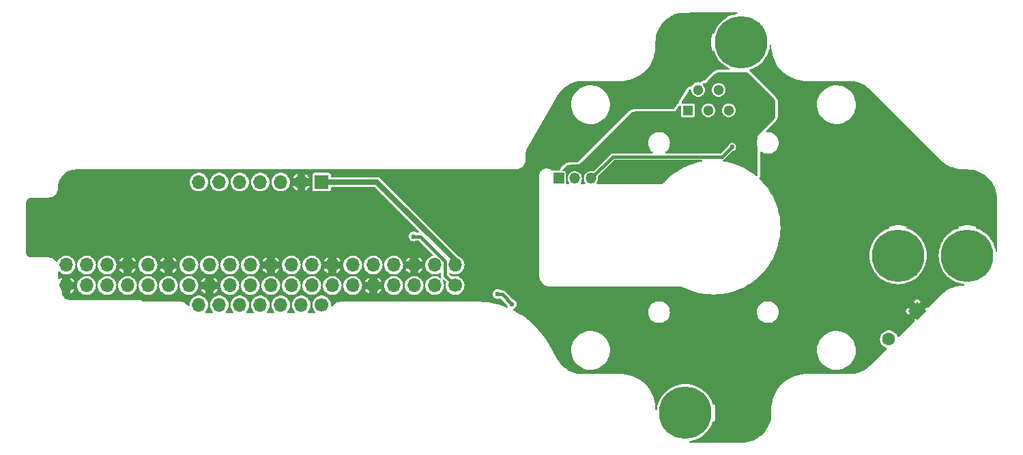
<source format=gtl>
G04 #@! TF.GenerationSoftware,KiCad,Pcbnew,7.0.9*
G04 #@! TF.CreationDate,2024-09-28T03:36:10+08:00*
G04 #@! TF.ProjectId,thingy,7468696e-6779-42e6-9b69-6361645f7063,rev?*
G04 #@! TF.SameCoordinates,Original*
G04 #@! TF.FileFunction,Copper,L1,Top*
G04 #@! TF.FilePolarity,Positive*
%FSLAX46Y46*%
G04 Gerber Fmt 4.6, Leading zero omitted, Abs format (unit mm)*
G04 Created by KiCad (PCBNEW 7.0.9) date 2024-09-28 03:36:10*
%MOMM*%
%LPD*%
G01*
G04 APERTURE LIST*
G04 Aperture macros list*
%AMRotRect*
0 Rectangle, with rotation*
0 The origin of the aperture is its center*
0 $1 length*
0 $2 width*
0 $3 Rotation angle, in degrees counterclockwise*
0 Add horizontal line*
21,1,$1,$2,0,0,$3*%
G04 Aperture macros list end*
G04 #@! TA.AperFunction,ComponentPad*
%ADD10C,6.500000*%
G04 #@! TD*
G04 #@! TA.AperFunction,ComponentPad*
%ADD11RotRect,1.600000X1.600000X225.000000*%
G04 #@! TD*
G04 #@! TA.AperFunction,ComponentPad*
%ADD12C,1.600000*%
G04 #@! TD*
G04 #@! TA.AperFunction,ComponentPad*
%ADD13R,1.700000X1.700000*%
G04 #@! TD*
G04 #@! TA.AperFunction,ComponentPad*
%ADD14O,1.700000X1.700000*%
G04 #@! TD*
G04 #@! TA.AperFunction,ComponentPad*
%ADD15R,1.350000X1.350000*%
G04 #@! TD*
G04 #@! TA.AperFunction,ComponentPad*
%ADD16O,1.350000X1.350000*%
G04 #@! TD*
G04 #@! TA.AperFunction,ComponentPad*
%ADD17C,1.300000*%
G04 #@! TD*
G04 #@! TA.AperFunction,ComponentPad*
%ADD18R,1.300000X1.300000*%
G04 #@! TD*
G04 #@! TA.AperFunction,ComponentPad*
%ADD19C,1.700000*%
G04 #@! TD*
G04 #@! TA.AperFunction,ViaPad*
%ADD20C,0.600000*%
G04 #@! TD*
G04 #@! TA.AperFunction,Conductor*
%ADD21C,0.381000*%
G04 #@! TD*
G04 #@! TA.AperFunction,Conductor*
%ADD22C,0.635000*%
G04 #@! TD*
G04 APERTURE END LIST*
D10*
X22900000Y3475000D03*
X22900000Y-3475000D03*
X31500000Y3475000D03*
X31500000Y-3475000D03*
D11*
X25297727Y-10332233D03*
D12*
X21762193Y-13867767D03*
D13*
X-48600000Y5640000D03*
D14*
X-51140000Y5640000D03*
X-53680000Y5640000D03*
X-56220000Y5640000D03*
X-58760000Y5640000D03*
X-61300000Y5640000D03*
X-63840000Y5640000D03*
D15*
X-19200000Y6100000D03*
D16*
X-17200000Y6100000D03*
X-15200000Y6100000D03*
X-13200000Y6100000D03*
D10*
X-3475000Y23000000D03*
X3475000Y23000000D03*
X3475000Y-23000000D03*
X-3475000Y-23000000D03*
D17*
X3175000Y17087500D03*
X1905000Y14547500D03*
X635000Y17087500D03*
X-635000Y14547500D03*
X-1905000Y17087500D03*
D18*
X-3175000Y14547500D03*
D19*
X-48600000Y-9600000D03*
D14*
X-51140000Y-9600000D03*
X-53680000Y-9600000D03*
X-56220000Y-9600000D03*
X-58760000Y-9600000D03*
X-61300000Y-9600000D03*
X-63840000Y-9600000D03*
D19*
X-32050000Y-7190000D03*
D14*
X-32050000Y-4650000D03*
X-34590000Y-7190000D03*
X-34590000Y-4650000D03*
X-37130000Y-7190000D03*
X-37130000Y-4650000D03*
X-39670000Y-7190000D03*
X-39670000Y-4650000D03*
X-42210000Y-7190000D03*
X-42210000Y-4650000D03*
X-44750000Y-7190000D03*
X-44750000Y-4650000D03*
X-47290000Y-7190000D03*
X-47290000Y-4650000D03*
X-49830000Y-7190000D03*
X-49830000Y-4650000D03*
X-52370000Y-7190000D03*
X-52370000Y-4650000D03*
X-54910000Y-7190000D03*
X-54910000Y-4650000D03*
X-57450000Y-7190000D03*
X-57450000Y-4650000D03*
X-59990000Y-7190000D03*
X-59990000Y-4650000D03*
X-62530000Y-7190000D03*
X-62530000Y-4650000D03*
X-65070000Y-7190000D03*
X-65070000Y-4650000D03*
X-67610000Y-7190000D03*
X-67610000Y-4650000D03*
X-70150000Y-7190000D03*
X-70150000Y-4650000D03*
X-72690000Y-7190000D03*
X-72690000Y-4650000D03*
X-75230000Y-7190000D03*
X-75230000Y-4650000D03*
X-77770000Y-7190000D03*
X-77770000Y-4650000D03*
X-80310000Y-7190000D03*
X-80310000Y-4650000D03*
D20*
X-34500000Y6000000D03*
X-34500000Y2000000D03*
X-36500000Y-2200000D03*
X-8500000Y-18000000D03*
X-6500000Y-16000000D03*
X-12500000Y-12000000D03*
X-8500000Y-16000000D03*
X-10500000Y-14000000D03*
X-25000000Y-9500000D03*
X-26795813Y-8273435D03*
X-24600000Y-4400000D03*
X-25500000Y-6700000D03*
X-24800000Y-7400000D03*
X29175129Y-4900000D03*
X34400000Y-3500000D03*
X25424871Y-4900000D03*
X21600000Y-5924871D03*
X29175129Y-2100000D03*
X6300000Y23000000D03*
X23000000Y-700000D03*
X28800000Y-3500000D03*
X33000000Y-1075129D03*
X1075129Y21600000D03*
X30200000Y-5924871D03*
X20575129Y-2100000D03*
X3500000Y25800000D03*
X4900000Y25424871D03*
X24400000Y-5924871D03*
X-1075129Y-21600000D03*
X2100000Y25424871D03*
X-700000Y-23000000D03*
X34024871Y-4900000D03*
X25800000Y-3500000D03*
X33000000Y1075129D03*
X-4900000Y-20575129D03*
X-3500000Y-25800000D03*
X5924871Y21600000D03*
X-6300000Y23000000D03*
X-4900000Y-25424871D03*
X3500000Y20200000D03*
X25424871Y-2100000D03*
X5924871Y24400000D03*
X-2100000Y-20575129D03*
X-6300000Y-23000000D03*
X23000000Y-6300000D03*
X-1075129Y-24400000D03*
X25424871Y4900000D03*
X-3500000Y-20200000D03*
X1075129Y24400000D03*
X21600000Y-1075129D03*
X4900000Y20575129D03*
X-5924871Y-21600000D03*
X31600000Y-700000D03*
X2100000Y20575129D03*
X34024871Y-2100000D03*
X20200000Y-3500000D03*
X33000000Y-5924871D03*
X700000Y23000000D03*
X-2100000Y25424871D03*
X31600000Y-6300000D03*
X24400000Y-1075129D03*
X20575129Y-4900000D03*
X24400000Y5924871D03*
X-2100000Y-25424871D03*
X30200000Y-1075129D03*
X-5924871Y-24400000D03*
X3500000Y-25800000D03*
X-8000000Y8000000D03*
X21600000Y5924871D03*
X-5924871Y24400000D03*
X20200000Y3500000D03*
X-3500000Y25800000D03*
X31600000Y700000D03*
X-1075129Y21600000D03*
X23000000Y6300000D03*
X-10000000Y10000000D03*
X-5924871Y21600000D03*
X5924871Y-21600000D03*
X28800000Y3500000D03*
X5100000Y14700000D03*
X34024871Y2100000D03*
X4900000Y-20575129D03*
X-4900000Y25424871D03*
X29175129Y2100000D03*
X-4900000Y20575129D03*
X25800000Y3500000D03*
X-4000000Y8000000D03*
X3500000Y-20200000D03*
X-2500000Y11000000D03*
X31600000Y6300000D03*
X2100000Y-25424871D03*
X1075129Y-24400000D03*
X2300000Y10000000D03*
X24400000Y1075129D03*
X29175129Y4900000D03*
X21600000Y1075129D03*
X-12000000Y8000000D03*
X5900000Y14700000D03*
X23000000Y700000D03*
X1075129Y-21600000D03*
X34024871Y4900000D03*
X2100000Y-20575129D03*
X-1075129Y24400000D03*
X30200000Y5924871D03*
X700000Y-23000000D03*
X-700000Y23000000D03*
X34400000Y3500000D03*
X20575129Y2100000D03*
X5924871Y-24400000D03*
X-2100000Y20575129D03*
X25424871Y2100000D03*
X30200000Y1075129D03*
X33000000Y5924871D03*
X-3500000Y20200000D03*
X4900000Y-25424871D03*
X6300000Y-23000000D03*
X20575129Y4900000D03*
X-27700000Y-6300000D03*
X-28000000Y-3700000D03*
X-26000000Y-3700000D03*
X-10500000Y16000000D03*
X-22500000Y2000000D03*
X-30500000Y6000000D03*
X-37200000Y-1100000D03*
X-2500000Y-12000000D03*
X-8500000Y18000000D03*
X-22500000Y6000000D03*
X-18500000Y16000000D03*
X-4500000Y18000000D03*
X-26500000Y2000000D03*
X-22500000Y-4000000D03*
X-22500000Y-6000000D03*
X-6500000Y20000000D03*
X-24500000Y4000000D03*
X-6500000Y16000000D03*
X-26500000Y6000000D03*
X-20500000Y8000000D03*
X-18500000Y-14000000D03*
X-20500000Y-12000000D03*
X-18500000Y10000000D03*
X-22500000Y10000000D03*
X-20500000Y12000000D03*
X-18500000Y14000000D03*
X-16500000Y12000000D03*
X-16500000Y-12000000D03*
X-22500000Y-10000000D03*
X-10500000Y-18000000D03*
X-4500000Y-14000000D03*
X-6500000Y-14000000D03*
X-8500000Y-12000000D03*
X-12500000Y14000000D03*
X-18500000Y-16000000D03*
X-12500000Y-16000000D03*
X-4500000Y-12000000D03*
X-29300000Y-8800000D03*
D21*
X-15200000Y6100000D02*
X-12500000Y8800000D01*
X-12500000Y8800000D02*
X1100000Y8800000D01*
X1100000Y8800000D02*
X2300000Y10000000D01*
D22*
X-48600000Y5640000D02*
X-41740000Y5640000D01*
X-41740000Y5640000D02*
X-32050000Y-4050000D01*
X-32050000Y-4050000D02*
X-32050000Y-4650000D01*
D21*
X-26795813Y-8273435D02*
X-26226565Y-8273435D01*
X-26226565Y-8273435D02*
X-25000000Y-9500000D01*
X-36385668Y-1100000D02*
X-33300000Y-4185668D01*
X-33300000Y-4185668D02*
X-33300000Y-5940000D01*
X-37200000Y-1100000D02*
X-36385668Y-1100000D01*
X-33300000Y-5940000D02*
X-32050000Y-7190000D01*
G04 #@! TA.AperFunction,Conductor*
G36*
X30594991Y7232236D02*
G01*
X30889729Y7206445D01*
X30969085Y7199502D01*
X31100679Y7199500D01*
X31156851Y7199500D01*
X31204445Y7199499D01*
X31214432Y7199499D01*
X31214445Y7199500D01*
X31452405Y7199500D01*
X31498471Y7199500D01*
X31501514Y7199425D01*
X31859571Y7181834D01*
X31865629Y7181238D01*
X32218724Y7128861D01*
X32224695Y7127674D01*
X32570953Y7040940D01*
X32576779Y7039173D01*
X32912862Y6918920D01*
X32918486Y6916590D01*
X33241181Y6763968D01*
X33246551Y6761098D01*
X33552713Y6577591D01*
X33557775Y6574209D01*
X33844494Y6361563D01*
X33849200Y6357701D01*
X34018751Y6204029D01*
X34113689Y6117983D01*
X34117989Y6113684D01*
X34357701Y5849200D01*
X34361563Y5844494D01*
X34574209Y5557775D01*
X34577591Y5552713D01*
X34761098Y5246551D01*
X34763968Y5241181D01*
X34916590Y4918486D01*
X34918920Y4912862D01*
X35039173Y4576779D01*
X35040940Y4570953D01*
X35127674Y4224695D01*
X35128861Y4218724D01*
X35181238Y3865629D01*
X35181834Y3859571D01*
X35199425Y3501513D01*
X35199500Y3498470D01*
X35199500Y-301843D01*
X33521014Y-312141D01*
X33486429Y-288069D01*
X33486424Y-288066D01*
X33153820Y-103456D01*
X33014560Y-43695D01*
X32804242Y46559D01*
X32804234Y46561D01*
X32804233Y46562D01*
X32441290Y160436D01*
X32441289Y160436D01*
X32441280Y160439D01*
X32068660Y237015D01*
X31753280Y269085D01*
X31690205Y275500D01*
X31690204Y275500D01*
X31309796Y275500D01*
X31309795Y275500D01*
X31234104Y267803D01*
X30931340Y237015D01*
X30558720Y160439D01*
X30558712Y160436D01*
X30558709Y160436D01*
X30195766Y46562D01*
X30195761Y46560D01*
X30195758Y46559D01*
X30090122Y1227D01*
X29846179Y-103456D01*
X29513575Y-288066D01*
X29513570Y-288069D01*
X29443039Y-337159D01*
X24996155Y-364440D01*
X24886429Y-288069D01*
X24886424Y-288066D01*
X24553820Y-103456D01*
X24414560Y-43695D01*
X24204242Y46559D01*
X24204234Y46561D01*
X24204233Y46562D01*
X23841290Y160436D01*
X23841289Y160436D01*
X23841280Y160439D01*
X23468660Y237015D01*
X23153280Y269085D01*
X23090205Y275500D01*
X23090204Y275500D01*
X22709796Y275500D01*
X22709795Y275500D01*
X22634104Y267803D01*
X22331340Y237015D01*
X21958720Y160439D01*
X21958712Y160436D01*
X21958709Y160436D01*
X21595766Y46562D01*
X21595761Y46560D01*
X21595758Y46559D01*
X21490122Y1227D01*
X21246179Y-103456D01*
X20913575Y-288066D01*
X20913570Y-288069D01*
X20766562Y-390389D01*
X19200000Y-400000D01*
X19300000Y7200000D01*
X30389600Y7268454D01*
X30594991Y7232236D01*
G37*
G04 #@! TD.AperFunction*
G04 #@! TA.AperFunction,Conductor*
G36*
X-1462992Y8389315D02*
G01*
X-1417237Y8336511D01*
X-1407293Y8267353D01*
X-1436318Y8203797D01*
X-1495096Y8166023D01*
X-1508962Y8162803D01*
X-1689772Y8131628D01*
X-1689780Y8131626D01*
X-1689780Y8131627D01*
X-2137694Y8022472D01*
X-2240754Y7997357D01*
X-2781290Y7825799D01*
X-3030752Y7727424D01*
X-3308858Y7617754D01*
X-3821000Y7374189D01*
X-4006767Y7269737D01*
X-4315322Y7096245D01*
X-4315327Y7096241D01*
X-4315330Y7096240D01*
X-4557751Y6937236D01*
X-4789527Y6785214D01*
X-4902558Y6699500D01*
X-5241397Y6442552D01*
X-5241397Y6442551D01*
X-5241401Y6442548D01*
X-5668837Y6069843D01*
X-6069843Y5668837D01*
X-6141637Y5586500D01*
X-6267193Y5442507D01*
X-6326088Y5404915D01*
X-6360653Y5400000D01*
X-11013033Y5400000D01*
X-11019113Y5400299D01*
X-11021155Y5400500D01*
X-11021157Y5400500D01*
X-11043827Y5400500D01*
X-14378143Y5400500D01*
X-14445182Y5420185D01*
X-14490937Y5472989D01*
X-14500881Y5542147D01*
X-14485530Y5586500D01*
X-14395786Y5741940D01*
X-14395783Y5741946D01*
X-14338916Y5916967D01*
X-14338915Y5916968D01*
X-14338915Y5916971D01*
X-14319678Y6100000D01*
X-14338915Y6283029D01*
X-14338915Y6283031D01*
X-14338917Y6283036D01*
X-14346112Y6305181D01*
X-14348107Y6375022D01*
X-14315862Y6431179D01*
X-12374361Y8372681D01*
X-12313038Y8406166D01*
X-12286680Y8409000D01*
X-1530031Y8409000D01*
X-1462992Y8389315D01*
G37*
G04 #@! TD.AperFunction*
G04 #@! TA.AperFunction,Conductor*
G36*
X3788818Y19299701D02*
G01*
X3968721Y19281982D01*
X3992562Y19277240D01*
X4156785Y19227424D01*
X4179243Y19218121D01*
X4330585Y19137227D01*
X4350797Y19123722D01*
X4490539Y19009038D01*
X4495050Y19004950D01*
X7404950Y16095050D01*
X7409038Y16090539D01*
X7523722Y15950797D01*
X7537227Y15930585D01*
X7618121Y15779243D01*
X7627424Y15756785D01*
X7677240Y15592562D01*
X7681982Y15568721D01*
X7699701Y15388818D01*
X7700000Y15382737D01*
X7700000Y14017262D01*
X7699701Y14011181D01*
X7681982Y13831278D01*
X7677240Y13807437D01*
X7627424Y13643214D01*
X7618121Y13620756D01*
X7537227Y13469414D01*
X7523722Y13449202D01*
X7409038Y13309460D01*
X7404959Y13304959D01*
X6598923Y12498923D01*
X5792897Y11692898D01*
X5792892Y11692892D01*
X5500000Y11400000D01*
X5500000Y11022927D01*
X5494692Y11003541D01*
X5476097Y10963663D01*
X5476096Y10963659D01*
X5476094Y10963655D01*
X5414938Y10735413D01*
X5414936Y10735403D01*
X5394341Y10500000D01*
X5394341Y10499999D01*
X5414936Y10264596D01*
X5414938Y10264586D01*
X5476094Y10036344D01*
X5476098Y10036334D01*
X5488383Y10009989D01*
X5500000Y9957586D01*
X5500000Y6489702D01*
X5480315Y6422663D01*
X5427511Y6376908D01*
X5358353Y6366964D01*
X5294797Y6395989D01*
X5254440Y6431179D01*
X5241397Y6442552D01*
X4902558Y6699500D01*
X4789527Y6785214D01*
X4557751Y6937236D01*
X4315330Y7096240D01*
X4315327Y7096241D01*
X4315322Y7096245D01*
X4006767Y7269737D01*
X3821000Y7374189D01*
X3308858Y7617754D01*
X3030752Y7727424D01*
X2781290Y7825799D01*
X2240754Y7997357D01*
X2137694Y8022472D01*
X1689780Y8131627D01*
X1689780Y8131626D01*
X1689772Y8131628D01*
X1281304Y8202055D01*
X1218587Y8232843D01*
X1182469Y8292653D01*
X1184421Y8362496D01*
X1223823Y8420196D01*
X1264054Y8442181D01*
X1279721Y8447272D01*
X1279722Y8447272D01*
X1297032Y8459849D01*
X1313620Y8470014D01*
X1332686Y8479729D01*
X1332690Y8479732D01*
X1353458Y8500500D01*
X1420269Y8567311D01*
X1420270Y8567313D01*
X1427336Y8574379D01*
X1427336Y8574378D01*
X1427339Y8574382D01*
X2321969Y9469012D01*
X2374715Y9500308D01*
X2510051Y9540045D01*
X2631126Y9617856D01*
X2631128Y9617857D01*
X2725377Y9726627D01*
X2785165Y9857543D01*
X2805647Y10000000D01*
X2785165Y10142457D01*
X2725377Y10273373D01*
X2631128Y10382143D01*
X2510053Y10459953D01*
X2371962Y10500499D01*
X2371962Y10500500D01*
X2371961Y10500500D01*
X2228039Y10500500D01*
X2228038Y10500500D01*
X2228036Y10500499D01*
X2226333Y10499999D01*
X2089949Y10459954D01*
X2089947Y10459953D01*
X1968872Y10382143D01*
X1874623Y10273373D01*
X1874622Y10273371D01*
X1814835Y10142458D01*
X1814834Y10142454D01*
X1808170Y10096103D01*
X1779145Y10032548D01*
X1773113Y10026070D01*
X974362Y9227319D01*
X913039Y9193834D01*
X886681Y9191000D01*
X-5871642Y9191000D01*
X-5938681Y9210685D01*
X-5984436Y9263489D01*
X-5994380Y9332647D01*
X-5965355Y9396203D01*
X-5942766Y9416575D01*
X-5878594Y9461508D01*
X-5711506Y9628597D01*
X-5711501Y9628604D01*
X-5575967Y9822165D01*
X-5575965Y9822169D01*
X-5476098Y10036335D01*
X-5476094Y10036344D01*
X-5414938Y10264586D01*
X-5414936Y10264596D01*
X-5394341Y10499999D01*
X-5394341Y10500000D01*
X-5414936Y10735403D01*
X-5414938Y10735413D01*
X-5476094Y10963655D01*
X-5476096Y10963659D01*
X-5476097Y10963663D01*
X-5526031Y11070746D01*
X-5575964Y11177828D01*
X-5575965Y11177830D01*
X-5711505Y11371402D01*
X-5878597Y11538494D01*
X-6072169Y11674034D01*
X-6072171Y11674035D01*
X-6112623Y11692898D01*
X-6286337Y11773903D01*
X-6514592Y11835063D01*
X-6691034Y11850500D01*
X-6808966Y11850500D01*
X-6985408Y11835063D01*
X-7213663Y11773903D01*
X-7427829Y11674035D01*
X-7621401Y11538495D01*
X-7788495Y11371401D01*
X-7924035Y11177830D01*
X-8023903Y10963663D01*
X-8085063Y10735408D01*
X-8105659Y10500000D01*
X-8085063Y10264592D01*
X-8023903Y10036337D01*
X-7940529Y9857543D01*
X-7924035Y9822171D01*
X-7924034Y9822169D01*
X-7788494Y9628597D01*
X-7621405Y9461508D01*
X-7621401Y9461505D01*
X-7557234Y9416575D01*
X-7513610Y9361998D01*
X-7506417Y9292499D01*
X-7537939Y9230145D01*
X-7598169Y9194731D01*
X-7628358Y9191000D01*
X-12428069Y9191000D01*
X-12428081Y9191001D01*
X-12438071Y9191001D01*
X-12561928Y9191001D01*
X-12582288Y9184385D01*
X-12601193Y9179846D01*
X-12622332Y9176499D01*
X-12641400Y9166782D01*
X-12659368Y9159340D01*
X-12679723Y9152727D01*
X-12697040Y9140144D01*
X-12713618Y9129985D01*
X-12732689Y9120269D01*
X-12754718Y9098240D01*
X-14870261Y6982694D01*
X-14931582Y6949211D01*
X-14983719Y6949087D01*
X-15107981Y6975500D01*
X-15292019Y6975500D01*
X-15472034Y6937236D01*
X-15640161Y6862381D01*
X-15789050Y6754207D01*
X-15912195Y6617440D01*
X-16004214Y6458059D01*
X-16061085Y6283029D01*
X-16075817Y6142862D01*
X-16076679Y6134657D01*
X-16090862Y6100184D01*
X-16078023Y6074687D01*
X-16076680Y6065350D01*
X-16061085Y5916971D01*
X-16004214Y5741941D01*
X-16004213Y5741940D01*
X-15914470Y5586500D01*
X-15897997Y5518600D01*
X-15920850Y5452573D01*
X-15975771Y5409382D01*
X-16021857Y5400500D01*
X-16378143Y5400500D01*
X-16445182Y5420185D01*
X-16490937Y5472989D01*
X-16500881Y5542147D01*
X-16485530Y5586500D01*
X-16395786Y5741940D01*
X-16395783Y5741946D01*
X-16338916Y5916967D01*
X-16338915Y5916968D01*
X-16338915Y5916971D01*
X-16323320Y6065343D01*
X-16309137Y6099814D01*
X-16321977Y6125312D01*
X-16323321Y6134657D01*
X-16324183Y6142862D01*
X-16338915Y6283029D01*
X-16369418Y6376908D01*
X-16395783Y6458053D01*
X-16395786Y6458059D01*
X-16487804Y6617438D01*
X-16487805Y6617440D01*
X-16610950Y6754207D01*
X-16610951Y6754208D01*
X-16759834Y6862378D01*
X-16759835Y6862378D01*
X-16759839Y6862381D01*
X-16896953Y6923428D01*
X-16927961Y6937234D01*
X-16927966Y6937236D01*
X-17107981Y6975500D01*
X-17292019Y6975500D01*
X-17472034Y6937236D01*
X-17640161Y6862381D01*
X-17789050Y6754207D01*
X-17912195Y6617440D01*
X-18004214Y6458059D01*
X-18061085Y6283029D01*
X-18075817Y6142862D01*
X-18077179Y6129900D01*
X-18088363Y6102716D01*
X-18081523Y6092072D01*
X-18077179Y6070102D01*
X-18061085Y5916971D01*
X-18004214Y5741941D01*
X-18004213Y5741940D01*
X-17914470Y5586500D01*
X-17897997Y5518600D01*
X-17920850Y5452573D01*
X-17975771Y5409382D01*
X-18021857Y5400500D01*
X-18200500Y5400500D01*
X-18267539Y5420185D01*
X-18313294Y5472989D01*
X-18324500Y5524500D01*
X-18324500Y6057137D01*
X-18311992Y6099733D01*
X-18322477Y6120555D01*
X-18324500Y6142862D01*
X-18324500Y6794752D01*
X-18336131Y6853229D01*
X-18336132Y6853230D01*
X-18380447Y6919552D01*
X-18446769Y6963867D01*
X-18446770Y6963868D01*
X-18505247Y6975499D01*
X-18505249Y6975500D01*
X-18505252Y6975500D01*
X-18625137Y6975500D01*
X-18692176Y6995185D01*
X-18737931Y7047989D01*
X-18747875Y7117147D01*
X-18718850Y7180703D01*
X-18712818Y7187181D01*
X-18395050Y7504950D01*
X-18390539Y7509038D01*
X-18250797Y7623722D01*
X-18230585Y7637227D01*
X-18079243Y7718121D01*
X-18056785Y7727424D01*
X-17892562Y7777240D01*
X-17868721Y7781982D01*
X-17688818Y7799701D01*
X-17682737Y7800000D01*
X-17114217Y7800000D01*
X-17114214Y7800000D01*
X-16700000Y7800000D01*
X-16407112Y8092887D01*
X-16407101Y8092897D01*
X-10395050Y14104950D01*
X-10390539Y14109038D01*
X-10250797Y14223722D01*
X-10230585Y14237227D01*
X-10079243Y14318121D01*
X-10056785Y14327424D01*
X-9892562Y14377240D01*
X-9868721Y14381982D01*
X-9688818Y14399701D01*
X-9682737Y14400000D01*
X-5252578Y14400000D01*
X-5252573Y14400000D01*
X-4700000Y14400000D01*
X-4405942Y14867817D01*
X-4405935Y14867827D01*
X-4254483Y15108775D01*
X-4202141Y15155058D01*
X-4133085Y15165695D01*
X-4069242Y15137309D01*
X-4030879Y15078913D01*
X-4025500Y15042786D01*
X-4025500Y13877749D01*
X-4025499Y13877747D01*
X-4013868Y13819270D01*
X-4013867Y13819269D01*
X-3969552Y13752947D01*
X-3903230Y13708632D01*
X-3903229Y13708631D01*
X-3844752Y13697000D01*
X-3844748Y13697000D01*
X-2505247Y13697000D01*
X-2446770Y13708631D01*
X-2446769Y13708632D01*
X-2380447Y13752947D01*
X-2336132Y13819269D01*
X-2336131Y13819270D01*
X-2324500Y13877747D01*
X-2324500Y14547500D01*
X-1490185Y14547500D01*
X-1471497Y14369697D01*
X-1416250Y14199665D01*
X-1326859Y14044835D01*
X-1289224Y14003037D01*
X-1207235Y13911978D01*
X-1207232Y13911976D01*
X-1207230Y13911974D01*
X-1062593Y13806888D01*
X-899267Y13734171D01*
X-899265Y13734170D01*
X-779120Y13708633D01*
X-724391Y13697000D01*
X-724390Y13697000D01*
X-545610Y13697000D01*
X-545609Y13697000D01*
X-490880Y13708633D01*
X-370735Y13734170D01*
X-207405Y13806889D01*
X-62767Y13911976D01*
X-62764Y13911978D01*
X32032Y14017262D01*
X56859Y14044835D01*
X146250Y14199665D01*
X201497Y14369697D01*
X220185Y14547500D01*
X1049815Y14547500D01*
X1068503Y14369694D01*
X1068504Y14369692D01*
X1123747Y14199670D01*
X1123750Y14199664D01*
X1213140Y14044836D01*
X1332764Y13911978D01*
X1332767Y13911976D01*
X1477405Y13806889D01*
X1640735Y13734170D01*
X1640734Y13734170D01*
X1760889Y13708631D01*
X1815609Y13697000D01*
X1815610Y13697000D01*
X1994390Y13697000D01*
X1994391Y13697000D01*
X2059047Y13710743D01*
X2169264Y13734170D01*
X2169265Y13734170D01*
X2169267Y13734171D01*
X2332593Y13806888D01*
X2477230Y13911974D01*
X2477232Y13911976D01*
X2477235Y13911978D01*
X2559224Y14003037D01*
X2596859Y14044835D01*
X2686250Y14199665D01*
X2741497Y14369697D01*
X2760185Y14547500D01*
X2741497Y14725303D01*
X2686250Y14895335D01*
X2596859Y15050165D01*
X2477230Y15183026D01*
X2332593Y15288112D01*
X2169267Y15360829D01*
X1994391Y15398000D01*
X1815609Y15398000D01*
X1640733Y15360829D01*
X1640728Y15360827D01*
X1598559Y15342052D01*
X1477408Y15288112D01*
X1332770Y15183026D01*
X1213141Y15050165D01*
X1213140Y15050163D01*
X1123750Y14895335D01*
X1123747Y14895329D01*
X1068504Y14725307D01*
X1068503Y14725305D01*
X1049815Y14547500D01*
X220185Y14547500D01*
X201497Y14725303D01*
X146250Y14895335D01*
X56859Y15050165D01*
X-37587Y15155058D01*
X-62764Y15183021D01*
X-62767Y15183023D01*
X-62768Y15183024D01*
X-62770Y15183026D01*
X-207407Y15288112D01*
X-370733Y15360829D01*
X-545609Y15398000D01*
X-724391Y15398000D01*
X-899267Y15360829D01*
X-1062592Y15288112D01*
X-1207230Y15183026D01*
X-1326859Y15050165D01*
X-1416250Y14895335D01*
X-1471497Y14725303D01*
X-1490185Y14547500D01*
X-2324500Y14547500D01*
X-2324500Y15217252D01*
X-2336131Y15275729D01*
X-2336132Y15275730D01*
X-2380447Y15342052D01*
X-2446769Y15386367D01*
X-2446770Y15386368D01*
X-2505247Y15397999D01*
X-2505249Y15398000D01*
X-2505252Y15398000D01*
X-3844748Y15398000D01*
X-3848281Y15398000D01*
X-3915320Y15417685D01*
X-3961075Y15470489D01*
X-3971019Y15539647D01*
X-3953264Y15587989D01*
X-3950389Y15592562D01*
X-3600000Y16150000D01*
X-3122477Y16909694D01*
X-2986897Y17125390D01*
X-2934555Y17171673D01*
X-2865499Y17182310D01*
X-2801656Y17153924D01*
X-2763293Y17095528D01*
X-2758594Y17072371D01*
X-2741497Y16909697D01*
X-2686250Y16739665D01*
X-2596859Y16584835D01*
X-2550003Y16532796D01*
X-2477235Y16451978D01*
X-2477232Y16451976D01*
X-2477230Y16451974D01*
X-2332593Y16346888D01*
X-2169267Y16274171D01*
X-2169265Y16274170D01*
X-2041594Y16247033D01*
X-1994391Y16237000D01*
X-1994390Y16237000D01*
X-1815610Y16237000D01*
X-1815609Y16237000D01*
X-1768405Y16247033D01*
X-1640735Y16274170D01*
X-1559070Y16310529D01*
X-1477407Y16346888D01*
X-1477406Y16346888D01*
X-1477405Y16346889D01*
X-1332767Y16451976D01*
X-1332764Y16451978D01*
X-1213140Y16584836D01*
X-1123750Y16739664D01*
X-1123747Y16739670D01*
X-1068504Y16909692D01*
X-1068503Y16909694D01*
X-1049815Y17087500D01*
X-220185Y17087500D01*
X-201497Y16909697D01*
X-146250Y16739665D01*
X-56859Y16584835D01*
X-24207Y16548572D01*
X62764Y16451978D01*
X62767Y16451976D01*
X207405Y16346889D01*
X207406Y16346888D01*
X207407Y16346888D01*
X289070Y16310529D01*
X370735Y16274170D01*
X370734Y16274170D01*
X508439Y16244900D01*
X545609Y16237000D01*
X545610Y16237000D01*
X724390Y16237000D01*
X724391Y16237000D01*
X789047Y16250743D01*
X899264Y16274170D01*
X899265Y16274170D01*
X899267Y16274171D01*
X1062593Y16346888D01*
X1207230Y16451974D01*
X1207232Y16451976D01*
X1207235Y16451978D01*
X1280003Y16532796D01*
X1326859Y16584835D01*
X1416250Y16739665D01*
X1471497Y16909697D01*
X1490185Y17087500D01*
X1471497Y17265303D01*
X1416250Y17435335D01*
X1326859Y17590165D01*
X1207230Y17723026D01*
X1062593Y17828112D01*
X899267Y17900829D01*
X724391Y17938000D01*
X545609Y17938000D01*
X375918Y17901931D01*
X370733Y17900829D01*
X370728Y17900827D01*
X273511Y17857543D01*
X207408Y17828112D01*
X62770Y17723026D01*
X-56859Y17590165D01*
X-146250Y17435335D01*
X-201497Y17265303D01*
X-220185Y17087500D01*
X-1049815Y17087500D01*
X-1068503Y17265305D01*
X-1068504Y17265307D01*
X-1123747Y17435329D01*
X-1123750Y17435335D01*
X-1180079Y17532899D01*
X-1213141Y17590165D01*
X-1273439Y17657133D01*
X-1321603Y17710625D01*
X-1351833Y17773617D01*
X-1343207Y17842952D01*
X-1298466Y17896617D01*
X-1289029Y17900000D01*
X-1000000Y17900000D01*
X-707112Y18192887D01*
X-707101Y18192897D01*
X-165734Y18734265D01*
X104959Y19004959D01*
X109460Y19009038D01*
X249202Y19123722D01*
X269414Y19137227D01*
X420756Y19218121D01*
X443214Y19227424D01*
X607437Y19277240D01*
X631278Y19281982D01*
X811182Y19299701D01*
X817263Y19300000D01*
X3782737Y19300000D01*
X3788818Y19299701D01*
G37*
G04 #@! TD.AperFunction*
G04 #@! TA.AperFunction,Conductor*
G36*
X58435Y-24049932D02*
G01*
X92261Y-24096451D01*
X93187Y-24096096D01*
X227461Y-24445894D01*
X396388Y-24777431D01*
X396394Y-24777442D01*
X599050Y-25089503D01*
X634549Y-25133341D01*
X1533564Y-24234325D01*
X1646372Y-24403156D01*
X1845165Y-24629835D01*
X2071844Y-24828628D01*
X2240671Y-24941434D01*
X1341657Y-25840449D01*
X1385495Y-25875949D01*
X1385505Y-25875956D01*
X1697557Y-26078604D01*
X1697568Y-26078611D01*
X2029105Y-26247538D01*
X2376479Y-26380882D01*
X2376486Y-26380884D01*
X2735903Y-26477190D01*
X2735905Y-26477191D01*
X2897083Y-26502719D01*
X2951599Y-26530496D01*
X2979377Y-26585013D01*
X2969806Y-26645445D01*
X2926541Y-26688710D01*
X2881596Y-26699500D01*
X-2878398Y-26699500D01*
X-2936589Y-26680593D01*
X-2972553Y-26631093D01*
X-2972553Y-26569907D01*
X-2936589Y-26520407D01*
X-2893885Y-26502719D01*
X-2735800Y-26477681D01*
X-2735798Y-26477680D01*
X-2735796Y-26477680D01*
X-2376329Y-26381361D01*
X-2067124Y-26262668D01*
X-2028902Y-26247996D01*
X-1697317Y-26079045D01*
X-1697306Y-26079039D01*
X-1590670Y-26009788D01*
X-1385204Y-25876357D01*
X-1095991Y-25642157D01*
X-832843Y-25379009D01*
X-598643Y-25089796D01*
X-429038Y-24828628D01*
X-395960Y-24777693D01*
X-395954Y-24777682D01*
X-227003Y-24446097D01*
X-92710Y-24096251D01*
X-91813Y-24096595D01*
X-57947Y-24049959D01*
X240Y-24031038D01*
X58435Y-24049932D01*
G37*
G04 #@! TD.AperFunction*
G04 #@! TA.AperFunction,Conductor*
G36*
X7145445Y22649454D02*
G01*
X7188710Y22606189D01*
X7199500Y22561244D01*
X7199500Y22301171D01*
X7236190Y21905221D01*
X7236191Y21905212D01*
X7309256Y21514349D01*
X7418078Y21131880D01*
X7561731Y20761069D01*
X7738971Y20405122D01*
X7948305Y20067038D01*
X8187951Y19749696D01*
X8455832Y19455846D01*
X8455846Y19455832D01*
X8749696Y19187951D01*
X9067038Y18948305D01*
X9405122Y18738971D01*
X9761069Y18561731D01*
X10131880Y18418078D01*
X10514350Y18309256D01*
X10514349Y18309256D01*
X10905212Y18236191D01*
X10905221Y18236190D01*
X11301171Y18199500D01*
X11301176Y18199500D01*
X11443827Y18199500D01*
X16795552Y18199500D01*
X16843146Y18199500D01*
X17163421Y18185517D01*
X17167725Y18185140D01*
X17483416Y18143578D01*
X17487670Y18142828D01*
X17758786Y18082723D01*
X17798535Y18073911D01*
X17802702Y18072795D01*
X17838739Y18061432D01*
X18106387Y17977043D01*
X18110447Y17975566D01*
X18404626Y17853713D01*
X18408542Y17851888D01*
X18690979Y17704860D01*
X18694721Y17702700D01*
X18963270Y17531616D01*
X18966809Y17529138D01*
X19219423Y17335301D01*
X19222733Y17332524D01*
X19459042Y17115986D01*
X28136981Y8438048D01*
X28137492Y8437580D01*
X28248730Y8326342D01*
X28513587Y8104097D01*
X28536402Y8084953D01*
X28844010Y7869560D01*
X28844009Y7869560D01*
X29169223Y7681794D01*
X29299315Y7621130D01*
X29509563Y7523087D01*
X29660494Y7468150D01*
X29862440Y7394646D01*
X30225169Y7297449D01*
X30382324Y7269737D01*
X30594991Y7232236D01*
X30969087Y7199502D01*
X30969108Y7199501D01*
X31064447Y7199500D01*
X31122637Y7180591D01*
X31158600Y7131091D01*
X31158599Y7069905D01*
X31122634Y7020406D01*
X31079932Y7002719D01*
X30760905Y6952191D01*
X30760903Y6952190D01*
X30401486Y6855884D01*
X30401479Y6855882D01*
X30054105Y6722538D01*
X29722568Y6553611D01*
X29722557Y6553604D01*
X29410505Y6350956D01*
X29410495Y6350949D01*
X29366657Y6315449D01*
X30265671Y5416434D01*
X30096844Y5303628D01*
X29870165Y5104835D01*
X29671372Y4878156D01*
X29558563Y4709326D01*
X28659549Y5608341D01*
X28624050Y5564503D01*
X28421394Y5252442D01*
X28421388Y5252431D01*
X28252461Y4920894D01*
X28119117Y4573520D01*
X28119115Y4573513D01*
X28022809Y4214096D01*
X28022808Y4214094D01*
X27964603Y3846596D01*
X27964600Y3846568D01*
X27945128Y3475006D01*
X27945128Y3474993D01*
X27964600Y3103431D01*
X27964603Y3103403D01*
X28022808Y2735905D01*
X28022809Y2735903D01*
X28119115Y2376486D01*
X28119117Y2376479D01*
X28252461Y2029105D01*
X28421388Y1697569D01*
X28624049Y1385497D01*
X28659549Y1341657D01*
X29558564Y2240672D01*
X29671372Y2071844D01*
X29870165Y1845165D01*
X30096844Y1646372D01*
X30265672Y1533564D01*
X29366657Y634549D01*
X29410497Y599049D01*
X29722569Y396388D01*
X30054105Y227461D01*
X30403904Y93187D01*
X30403550Y92265D01*
X30450096Y58395D01*
X30468961Y190D01*
X30450011Y-57987D01*
X30403406Y-91817D01*
X30403749Y-92710D01*
X30053902Y-227003D01*
X29722319Y-395954D01*
X29722315Y-395956D01*
X29722314Y-395957D01*
X29445901Y-575461D01*
X29410201Y-598645D01*
X29120995Y-832839D01*
X28857839Y-1095995D01*
X28623645Y-1385201D01*
X28623643Y-1385204D01*
X28468220Y-1624536D01*
X28420954Y-1697319D01*
X28252003Y-2028902D01*
X28118640Y-2376324D01*
X28118638Y-2376331D01*
X28022319Y-2735798D01*
X28022318Y-2735800D01*
X27964105Y-3103350D01*
X27964102Y-3103378D01*
X27944627Y-3474993D01*
X27944627Y-3475006D01*
X27964102Y-3846621D01*
X27964105Y-3846649D01*
X28022318Y-4214199D01*
X28022319Y-4214201D01*
X28118638Y-4573668D01*
X28118640Y-4573675D01*
X28252003Y-4921097D01*
X28420954Y-5252682D01*
X28420960Y-5252693D01*
X28534688Y-5427818D01*
X28623643Y-5564796D01*
X28857843Y-5854009D01*
X29120991Y-6117157D01*
X29410204Y-6351357D01*
X29615670Y-6484788D01*
X29722306Y-6554039D01*
X29722311Y-6554041D01*
X29722313Y-6554043D01*
X30019211Y-6705320D01*
X30053902Y-6722996D01*
X30215993Y-6785217D01*
X30401329Y-6856361D01*
X30760796Y-6952680D01*
X30760798Y-6952680D01*
X30760800Y-6952681D01*
X31076536Y-7002688D01*
X31131052Y-7030465D01*
X31158830Y-7084982D01*
X31149259Y-7145414D01*
X31105994Y-7188679D01*
X31061050Y-7199469D01*
X30969378Y-7199469D01*
X30969086Y-7199470D01*
X30594986Y-7232204D01*
X30484324Y-7251717D01*
X30225172Y-7297416D01*
X30225167Y-7297417D01*
X30225163Y-7297418D01*
X30005454Y-7356291D01*
X29862430Y-7394616D01*
X29660482Y-7468121D01*
X29509551Y-7523058D01*
X29169208Y-7681765D01*
X28843992Y-7869533D01*
X28843993Y-7869533D01*
X28552854Y-8073394D01*
X28536378Y-8084931D01*
X28248708Y-8326319D01*
X28155661Y-8419366D01*
X28155661Y-8419367D01*
X26618081Y-9956945D01*
X26563564Y-9984722D01*
X26503132Y-9975151D01*
X26478074Y-9956945D01*
X26429097Y-9907969D01*
X24873463Y-11463603D01*
X24922439Y-11512580D01*
X24950216Y-11567097D01*
X24940644Y-11627529D01*
X24922439Y-11652587D01*
X22981390Y-13593637D01*
X22926873Y-13621414D01*
X22866441Y-13611843D01*
X22823176Y-13568578D01*
X22816167Y-13550733D01*
X22792775Y-13468517D01*
X22701866Y-13285946D01*
X22578957Y-13123188D01*
X22428234Y-12985786D01*
X22254830Y-12878419D01*
X22064649Y-12804743D01*
X22064648Y-12804742D01*
X22064646Y-12804742D01*
X21864169Y-12767267D01*
X21660217Y-12767267D01*
X21459739Y-12804742D01*
X21389825Y-12831826D01*
X21269556Y-12878419D01*
X21096152Y-12985786D01*
X20945429Y-13123188D01*
X20922093Y-13154090D01*
X20822521Y-13285944D01*
X20822516Y-13285953D01*
X20756574Y-13418384D01*
X20731611Y-13468517D01*
X20675796Y-13664684D01*
X20656978Y-13867767D01*
X20675796Y-14070850D01*
X20731611Y-14267017D01*
X20822520Y-14449588D01*
X20945429Y-14612346D01*
X21096152Y-14749748D01*
X21269556Y-14857115D01*
X21451044Y-14927423D01*
X21498475Y-14966075D01*
X21514129Y-15025224D01*
X21492026Y-15082277D01*
X21485285Y-15089742D01*
X19492741Y-17082287D01*
X19459085Y-17115942D01*
X19222731Y-17332522D01*
X19219421Y-17335299D01*
X18966812Y-17529131D01*
X18963273Y-17531609D01*
X18694714Y-17702700D01*
X18690972Y-17704861D01*
X18408541Y-17851885D01*
X18404625Y-17853711D01*
X18110446Y-17975565D01*
X18106386Y-17977042D01*
X17838738Y-18061431D01*
X17802701Y-18072794D01*
X17798540Y-18073909D01*
X17487664Y-18142828D01*
X17483414Y-18143578D01*
X17167725Y-18185140D01*
X17163421Y-18185517D01*
X16843169Y-18199500D01*
X11301171Y-18199500D01*
X10905221Y-18236190D01*
X10905212Y-18236191D01*
X10514349Y-18309256D01*
X10131880Y-18418078D01*
X9761069Y-18561731D01*
X9405122Y-18738971D01*
X9067038Y-18948305D01*
X8749696Y-19187951D01*
X8455846Y-19455832D01*
X8455832Y-19455846D01*
X8187951Y-19749696D01*
X7948305Y-20067038D01*
X7738971Y-20405122D01*
X7561731Y-20761069D01*
X7418078Y-21131880D01*
X7309256Y-21514349D01*
X7236191Y-21905212D01*
X7236190Y-21905221D01*
X7199500Y-22301171D01*
X7199500Y-22564441D01*
X7180593Y-22622632D01*
X7131093Y-22658596D01*
X7069907Y-22658596D01*
X7020407Y-22622632D01*
X7002719Y-22579928D01*
X6952191Y-22260905D01*
X6952190Y-22260903D01*
X6855884Y-21901486D01*
X6855882Y-21901479D01*
X6722538Y-21554105D01*
X6553611Y-21222568D01*
X6553604Y-21222557D01*
X6350956Y-20910505D01*
X6350949Y-20910495D01*
X6315449Y-20866657D01*
X5416434Y-21765671D01*
X5303628Y-21596844D01*
X5104835Y-21370165D01*
X4878156Y-21171372D01*
X4709325Y-21058564D01*
X5608341Y-20159549D01*
X5564503Y-20124050D01*
X5252442Y-19921394D01*
X5252431Y-19921388D01*
X4920894Y-19752461D01*
X4573520Y-19619117D01*
X4573513Y-19619115D01*
X4214096Y-19522809D01*
X4214094Y-19522808D01*
X3846596Y-19464603D01*
X3846568Y-19464600D01*
X3475006Y-19445128D01*
X3474994Y-19445128D01*
X3103431Y-19464600D01*
X3103403Y-19464603D01*
X2735905Y-19522808D01*
X2735903Y-19522809D01*
X2376486Y-19619115D01*
X2376479Y-19619117D01*
X2029105Y-19752461D01*
X1697569Y-19921388D01*
X1385497Y-20124049D01*
X1341657Y-20159549D01*
X2240672Y-21058564D01*
X2071844Y-21171372D01*
X1845165Y-21370165D01*
X1646372Y-21596844D01*
X1533564Y-21765672D01*
X634549Y-20866657D01*
X599049Y-20910497D01*
X396388Y-21222569D01*
X227461Y-21554105D01*
X93187Y-21903904D01*
X92265Y-21903550D01*
X58395Y-21950096D01*
X190Y-21968961D01*
X-57987Y-21950011D01*
X-91817Y-21903406D01*
X-92710Y-21903749D01*
X-227003Y-21553902D01*
X-395954Y-21222319D01*
X-454686Y-21131880D01*
X-598643Y-20910204D01*
X-630780Y-20870518D01*
X-832839Y-20620995D01*
X-1095995Y-20357839D01*
X-1385201Y-20123645D01*
X-1697306Y-19920960D01*
X-1697317Y-19920954D01*
X-2028902Y-19752003D01*
X-2376324Y-19618640D01*
X-2376331Y-19618638D01*
X-2735798Y-19522319D01*
X-2735800Y-19522318D01*
X-3103350Y-19464105D01*
X-3103378Y-19464102D01*
X-3474994Y-19444627D01*
X-3475006Y-19444627D01*
X-3846621Y-19464102D01*
X-3846649Y-19464105D01*
X-4214199Y-19522318D01*
X-4214201Y-19522319D01*
X-4573668Y-19618638D01*
X-4573675Y-19618640D01*
X-4921097Y-19752003D01*
X-5180268Y-19884058D01*
X-5252686Y-19920957D01*
X-5564796Y-20123643D01*
X-5854009Y-20357843D01*
X-6117157Y-20620991D01*
X-6351357Y-20910204D01*
X-6554043Y-21222314D01*
X-6722995Y-21553900D01*
X-6856361Y-21901329D01*
X-6952680Y-22260796D01*
X-6952680Y-22260798D01*
X-6952681Y-22260800D01*
X-7002719Y-22576731D01*
X-7030496Y-22631247D01*
X-7085013Y-22659025D01*
X-7145445Y-22649454D01*
X-7188710Y-22606189D01*
X-7199500Y-22561244D01*
X-7199500Y-22301171D01*
X-7236190Y-21905221D01*
X-7236191Y-21905212D01*
X-7309256Y-21514349D01*
X-7418078Y-21131880D01*
X-7561731Y-20761069D01*
X-7738971Y-20405122D01*
X-7948305Y-20067038D01*
X-8187951Y-19749696D01*
X-8455832Y-19455846D01*
X-8455846Y-19455832D01*
X-8749696Y-19187951D01*
X-9067038Y-18948305D01*
X-9405122Y-18738971D01*
X-9761069Y-18561731D01*
X-10131880Y-18418078D01*
X-10514350Y-18309256D01*
X-10514349Y-18309256D01*
X-10905212Y-18236191D01*
X-10905221Y-18236190D01*
X-11301171Y-18199500D01*
X-11301176Y-18199500D01*
X-11443827Y-18199500D01*
X-16167898Y-18199500D01*
X-16170268Y-18199443D01*
X-16266690Y-18194814D01*
X-16521059Y-18182604D01*
X-16525786Y-18182149D01*
X-16872188Y-18131956D01*
X-16876843Y-18131052D01*
X-17216828Y-18047914D01*
X-17221382Y-18046566D01*
X-17551850Y-17931241D01*
X-17556255Y-17929463D01*
X-17874149Y-17783018D01*
X-17878363Y-17780826D01*
X-18180777Y-17604601D01*
X-18184762Y-17602016D01*
X-18468901Y-17397636D01*
X-18472620Y-17394681D01*
X-18735873Y-17164030D01*
X-18739291Y-17160733D01*
X-18979243Y-16905922D01*
X-18982330Y-16902312D01*
X-19196772Y-16625689D01*
X-19199498Y-16621800D01*
X-19387082Y-16324923D01*
X-19388302Y-16322886D01*
X-20039961Y-15172902D01*
X-17654206Y-15172902D01*
X-17644327Y-15480978D01*
X-17595133Y-15785261D01*
X-17507431Y-16080756D01*
X-17382663Y-16362609D01*
X-17222877Y-16626193D01*
X-17030696Y-16867181D01*
X-16809276Y-17081614D01*
X-16562253Y-17265972D01*
X-16293682Y-17417228D01*
X-16007975Y-17532899D01*
X-15709821Y-17611084D01*
X-15404117Y-17650500D01*
X-15173031Y-17650500D01*
X-15173026Y-17650500D01*
X-14942399Y-17635693D01*
X-14942394Y-17635692D01*
X-14942393Y-17635692D01*
X-14639861Y-17576775D01*
X-14639853Y-17576772D01*
X-14639849Y-17576772D01*
X-14347317Y-17479644D01*
X-14156886Y-17387938D01*
X-14069614Y-17345911D01*
X-14069610Y-17345909D01*
X-13811283Y-17177756D01*
X-13811282Y-17177755D01*
X-13811280Y-17177754D01*
X-13576576Y-16977948D01*
X-13576573Y-16977945D01*
X-13369354Y-16749775D01*
X-13369347Y-16749765D01*
X-13193004Y-16496964D01*
X-13050436Y-16223689D01*
X-13050428Y-16223672D01*
X-12943985Y-15934431D01*
X-12943980Y-15934416D01*
X-12875390Y-15633904D01*
X-12860638Y-15480973D01*
X-12845794Y-15327098D01*
X-12850739Y-15172910D01*
X12845794Y-15172910D01*
X12855673Y-15480973D01*
X12855674Y-15480988D01*
X12904867Y-15785262D01*
X12904868Y-15785264D01*
X12992567Y-16080752D01*
X13117337Y-16362609D01*
X13277124Y-16626195D01*
X13277127Y-16626199D01*
X13469294Y-16867170D01*
X13469297Y-16867173D01*
X13469299Y-16867175D01*
X13469304Y-16867181D01*
X13690724Y-17081614D01*
X13937747Y-17265972D01*
X14206318Y-17417228D01*
X14492025Y-17532899D01*
X14790179Y-17611084D01*
X15095883Y-17650500D01*
X15326969Y-17650500D01*
X15326974Y-17650500D01*
X15557601Y-17635693D01*
X15573670Y-17632563D01*
X15860138Y-17576775D01*
X15860143Y-17576773D01*
X15860151Y-17576772D01*
X16152683Y-17479644D01*
X16430393Y-17345907D01*
X16688720Y-17177754D01*
X16923424Y-16977948D01*
X17130650Y-16749769D01*
X17306996Y-16496963D01*
X17449567Y-16223683D01*
X17556020Y-15934415D01*
X17624609Y-15633908D01*
X17654206Y-15327098D01*
X17644327Y-15019022D01*
X17595133Y-14714739D01*
X17507431Y-14419244D01*
X17382663Y-14137391D01*
X17222877Y-13873807D01*
X17222875Y-13873804D01*
X17222872Y-13873800D01*
X17030705Y-13632829D01*
X17030702Y-13632826D01*
X17030700Y-13632824D01*
X17030696Y-13632819D01*
X16809276Y-13418386D01*
X16631828Y-13285953D01*
X16562256Y-13234030D01*
X16562254Y-13234029D01*
X16562253Y-13234028D01*
X16293682Y-13082772D01*
X16007975Y-12967101D01*
X16007971Y-12967100D01*
X16007969Y-12967099D01*
X15866979Y-12930127D01*
X15709821Y-12888916D01*
X15709816Y-12888915D01*
X15709815Y-12888915D01*
X15404117Y-12849500D01*
X15173026Y-12849500D01*
X15068195Y-12856230D01*
X14942393Y-12864307D01*
X14639861Y-12923224D01*
X14639843Y-12923229D01*
X14347321Y-13020354D01*
X14069614Y-13154088D01*
X14069610Y-13154090D01*
X13811283Y-13322243D01*
X13811282Y-13322244D01*
X13576573Y-13522054D01*
X13369354Y-13750224D01*
X13369347Y-13750234D01*
X13193004Y-14003035D01*
X13050436Y-14276310D01*
X13050428Y-14276327D01*
X12943985Y-14565568D01*
X12943980Y-14565583D01*
X12875390Y-14866095D01*
X12865746Y-14966075D01*
X12845794Y-15172902D01*
X12845794Y-15172908D01*
X12845794Y-15172910D01*
X-12850739Y-15172910D01*
X-12850739Y-15172902D01*
X-12855673Y-15019026D01*
X-12855674Y-15019011D01*
X-12904867Y-14714737D01*
X-12904868Y-14714735D01*
X-12992567Y-14419247D01*
X-13117337Y-14137390D01*
X-13277124Y-13873804D01*
X-13277127Y-13873800D01*
X-13469294Y-13632829D01*
X-13469297Y-13632826D01*
X-13490964Y-13611843D01*
X-13690724Y-13418386D01*
X-13690723Y-13418386D01*
X-13690726Y-13418384D01*
X-13937743Y-13234030D01*
X-14060855Y-13164695D01*
X-14206318Y-13082772D01*
X-14492025Y-12967101D01*
X-14492025Y-12967100D01*
X-14492030Y-12967099D01*
X-14719681Y-12907402D01*
X-14790179Y-12888916D01*
X-14790181Y-12888915D01*
X-14790184Y-12888915D01*
X-15095883Y-12849500D01*
X-15326974Y-12849500D01*
X-15442287Y-12856903D01*
X-15557606Y-12864307D01*
X-15860138Y-12923224D01*
X-15860156Y-12923229D01*
X-16152678Y-13020354D01*
X-16152680Y-13020355D01*
X-16152683Y-13020356D01*
X-16225502Y-13055423D01*
X-16430385Y-13154088D01*
X-16430389Y-13154090D01*
X-16688716Y-13322243D01*
X-16688717Y-13322244D01*
X-16688720Y-13322246D01*
X-16923424Y-13522052D01*
X-16923426Y-13522054D01*
X-17130645Y-13750224D01*
X-17130649Y-13750230D01*
X-17130650Y-13750231D01*
X-17306996Y-14003037D01*
X-17449567Y-14276317D01*
X-17449569Y-14276323D01*
X-17449571Y-14276327D01*
X-17513329Y-14449580D01*
X-17556020Y-14565585D01*
X-17624609Y-14866092D01*
X-17654206Y-15172902D01*
X-20039961Y-15172902D01*
X-20442163Y-14463135D01*
X-20465629Y-14421724D01*
X-20614511Y-14158962D01*
X-20614511Y-14158961D01*
X-20802877Y-13867767D01*
X-20942595Y-13651778D01*
X-21248975Y-13234030D01*
X-21299828Y-13164692D01*
X-21684981Y-12699381D01*
X-21709728Y-12672818D01*
X-22096740Y-12257431D01*
X-22392546Y-11975084D01*
X-22533682Y-11840369D01*
X-22994310Y-11449625D01*
X-23477044Y-11086538D01*
X-23477044Y-11086539D01*
X-23477049Y-11086535D01*
X-23770016Y-10891965D01*
X-23980223Y-10752358D01*
X-23980224Y-10752358D01*
X-23980227Y-10752356D01*
X-24413278Y-10500004D01*
X-8105659Y-10500004D01*
X-8098608Y-10580593D01*
X-8085063Y-10735408D01*
X-8023903Y-10963663D01*
X-7924035Y-11177829D01*
X-7788495Y-11371401D01*
X-7621401Y-11538495D01*
X-7427829Y-11674035D01*
X-7213663Y-11773903D01*
X-6985408Y-11835063D01*
X-6985401Y-11835063D01*
X-6985400Y-11835064D01*
X-6808972Y-11850500D01*
X-6808966Y-11850500D01*
X-6691028Y-11850500D01*
X-6514599Y-11835064D01*
X-6514596Y-11835063D01*
X-6514592Y-11835063D01*
X-6286337Y-11773903D01*
X-6286333Y-11773901D01*
X-6286332Y-11773901D01*
X-6072181Y-11674040D01*
X-6072173Y-11674036D01*
X-6072172Y-11674035D01*
X-6072171Y-11674035D01*
X-5878599Y-11538495D01*
X-5711505Y-11371401D01*
X-5575965Y-11177830D01*
X-5476097Y-10963663D01*
X-5414937Y-10735408D01*
X-5414936Y-10735407D01*
X-5414935Y-10735400D01*
X-5394341Y-10500004D01*
X5394341Y-10500004D01*
X5414935Y-10735400D01*
X5414936Y-10735407D01*
X5414937Y-10735408D01*
X5428476Y-10785935D01*
X5476098Y-10963667D01*
X5575959Y-11177818D01*
X5575963Y-11177826D01*
X5575964Y-11177828D01*
X5575965Y-11177829D01*
X5711505Y-11371401D01*
X5878599Y-11538495D01*
X6072171Y-11674035D01*
X6072172Y-11674035D01*
X6072173Y-11674036D01*
X6072181Y-11674040D01*
X6286333Y-11773901D01*
X6286337Y-11773903D01*
X6514592Y-11835063D01*
X6514596Y-11835063D01*
X6514599Y-11835064D01*
X6691028Y-11850500D01*
X6691034Y-11850500D01*
X6808972Y-11850500D01*
X6985400Y-11835064D01*
X6985401Y-11835063D01*
X6985408Y-11835063D01*
X7213663Y-11773903D01*
X7427829Y-11674035D01*
X7621401Y-11538495D01*
X7788495Y-11371401D01*
X7924035Y-11177830D01*
X8023903Y-10963663D01*
X8085063Y-10735408D01*
X8098608Y-10580593D01*
X8105659Y-10500004D01*
X8105659Y-10499995D01*
X8095888Y-10388315D01*
X23866355Y-10388315D01*
X23906871Y-10492895D01*
X23922553Y-10512693D01*
X23922556Y-10512697D01*
X24166355Y-10756496D01*
X24590619Y-10332233D01*
X24892741Y-10332233D01*
X24912562Y-10457381D01*
X24970086Y-10570278D01*
X25059682Y-10659874D01*
X25172579Y-10717398D01*
X25266246Y-10732233D01*
X25329208Y-10732233D01*
X25422875Y-10717398D01*
X25535772Y-10659874D01*
X25625368Y-10570278D01*
X25682892Y-10457381D01*
X25702713Y-10332233D01*
X25682892Y-10207085D01*
X25625368Y-10094188D01*
X25535772Y-10004592D01*
X25422875Y-9947068D01*
X25329208Y-9932233D01*
X25266246Y-9932233D01*
X25172579Y-9947068D01*
X25059682Y-10004592D01*
X24970086Y-10094188D01*
X24912562Y-10207085D01*
X24892741Y-10332233D01*
X24590619Y-10332233D01*
X24166355Y-9907969D01*
X23922554Y-10151771D01*
X23922551Y-10151774D01*
X23906872Y-10171570D01*
X23866355Y-10276150D01*
X23866355Y-10388315D01*
X8095888Y-10388315D01*
X8085064Y-10264599D01*
X8085063Y-10264596D01*
X8085063Y-10264592D01*
X8023903Y-10036337D01*
X8018400Y-10024536D01*
X7924040Y-9822181D01*
X7924036Y-9822173D01*
X7918271Y-9813940D01*
X7788495Y-9628599D01*
X7621401Y-9461505D01*
X7621397Y-9461502D01*
X7621396Y-9461501D01*
X7452502Y-9343241D01*
X7427829Y-9325965D01*
X7427828Y-9325964D01*
X7427826Y-9325963D01*
X7427818Y-9325959D01*
X7213666Y-9226098D01*
X7213667Y-9226098D01*
X7137578Y-9205710D01*
X7119485Y-9200862D01*
X24873464Y-9200862D01*
X25297727Y-9625125D01*
X25721989Y-9200862D01*
X25478181Y-8957054D01*
X25458389Y-8941378D01*
X25353809Y-8900861D01*
X25241644Y-8900861D01*
X25137064Y-8941377D01*
X25117269Y-8957056D01*
X24873464Y-9200862D01*
X7119485Y-9200862D01*
X6985408Y-9164937D01*
X6985407Y-9164936D01*
X6985400Y-9164935D01*
X6808972Y-9149500D01*
X6808966Y-9149500D01*
X6691034Y-9149500D01*
X6691028Y-9149500D01*
X6514599Y-9164935D01*
X6286332Y-9226098D01*
X6072181Y-9325959D01*
X6072173Y-9325963D01*
X5878603Y-9461501D01*
X5711501Y-9628603D01*
X5575964Y-9822171D01*
X5476097Y-10036337D01*
X5414935Y-10264599D01*
X5394341Y-10499995D01*
X5394341Y-10500004D01*
X-5394341Y-10500004D01*
X-5394341Y-10499995D01*
X-5414935Y-10264599D01*
X-5476098Y-10036332D01*
X-5575959Y-9822181D01*
X-5575963Y-9822173D01*
X-5711501Y-9628603D01*
X-5878603Y-9461501D01*
X-6072173Y-9325963D01*
X-6072181Y-9325959D01*
X-6286333Y-9226098D01*
X-6286332Y-9226098D01*
X-6514599Y-9164935D01*
X-6691028Y-9149500D01*
X-6691034Y-9149500D01*
X-6808966Y-9149500D01*
X-6808972Y-9149500D01*
X-6985400Y-9164935D01*
X-6985407Y-9164936D01*
X-6985408Y-9164937D01*
X-7137578Y-9205710D01*
X-7213667Y-9226098D01*
X-7427818Y-9325959D01*
X-7427826Y-9325963D01*
X-7427828Y-9325964D01*
X-7427829Y-9325965D01*
X-7452502Y-9343241D01*
X-7621396Y-9461501D01*
X-7621397Y-9461502D01*
X-7621401Y-9461505D01*
X-7788495Y-9628599D01*
X-7788497Y-9628602D01*
X-7788498Y-9628603D01*
X-7808212Y-9656758D01*
X-7924035Y-9822170D01*
X-8023903Y-10036337D01*
X-8085063Y-10264592D01*
X-8085063Y-10264596D01*
X-8085064Y-10264599D01*
X-8105659Y-10499995D01*
X-8105659Y-10500004D01*
X-24413278Y-10500004D01*
X-24502120Y-10448233D01*
X-24639934Y-10378402D01*
X-24858122Y-10267844D01*
X-24901484Y-10224677D01*
X-24911191Y-10164266D01*
X-24883535Y-10109687D01*
X-24848460Y-10089389D01*
X-24849232Y-10087527D01*
X-24697161Y-10024537D01*
X-24697160Y-10024537D01*
X-24571723Y-9928286D01*
X-24571722Y-9928285D01*
X-24571718Y-9928282D01*
X-24564125Y-9918387D01*
X-24475462Y-9802839D01*
X-24475462Y-9802838D01*
X-24414957Y-9656766D01*
X-24414955Y-9656758D01*
X-24394318Y-9500000D01*
X-24394318Y-9499999D01*
X-24414955Y-9343241D01*
X-24414957Y-9343233D01*
X-24475462Y-9197161D01*
X-24475462Y-9197160D01*
X-24571713Y-9071723D01*
X-24571723Y-9071713D01*
X-24697161Y-8975462D01*
X-24843237Y-8914956D01*
X-24843235Y-8914956D01*
X-24864539Y-8912151D01*
X-24919763Y-8885807D01*
X-24921617Y-8884002D01*
X-25834525Y-7971094D01*
X-25847799Y-7954623D01*
X-25851675Y-7948592D01*
X-25851678Y-7948588D01*
X-25890442Y-7915000D01*
X-25893027Y-7912593D01*
X-25904205Y-7901415D01*
X-25916872Y-7891932D01*
X-25919622Y-7889716D01*
X-25958380Y-7856132D01*
X-25958379Y-7856132D01*
X-25964899Y-7853155D01*
X-25983096Y-7842358D01*
X-25988831Y-7838064D01*
X-26036897Y-7820134D01*
X-26040160Y-7818783D01*
X-26086808Y-7797480D01*
X-26086815Y-7797477D01*
X-26093912Y-7796457D01*
X-26114405Y-7791226D01*
X-26121119Y-7788722D01*
X-26172290Y-7785061D01*
X-26175799Y-7784683D01*
X-26191440Y-7782435D01*
X-26191448Y-7782435D01*
X-26207259Y-7782435D01*
X-26210792Y-7782309D01*
X-26261954Y-7778649D01*
X-26261955Y-7778649D01*
X-26268946Y-7780171D01*
X-26289995Y-7782435D01*
X-26415662Y-7782435D01*
X-26473853Y-7763528D01*
X-26475870Y-7762021D01*
X-26492972Y-7748899D01*
X-26492972Y-7748898D01*
X-26492976Y-7748896D01*
X-26639046Y-7688392D01*
X-26639054Y-7688390D01*
X-26795812Y-7667753D01*
X-26795814Y-7667753D01*
X-26952571Y-7688390D01*
X-26952579Y-7688392D01*
X-27098651Y-7748897D01*
X-27098652Y-7748897D01*
X-27224089Y-7845148D01*
X-27224090Y-7845149D01*
X-27224095Y-7845153D01*
X-27224098Y-7845157D01*
X-27224099Y-7845158D01*
X-27320350Y-7970595D01*
X-27320350Y-7970596D01*
X-27380857Y-8116673D01*
X-27401495Y-8273435D01*
X-27380857Y-8430197D01*
X-27320349Y-8576276D01*
X-27224095Y-8701717D01*
X-27098654Y-8797971D01*
X-26952575Y-8858479D01*
X-26827165Y-8874989D01*
X-26795814Y-8879117D01*
X-26795813Y-8879117D01*
X-26795812Y-8879117D01*
X-26756622Y-8873957D01*
X-26639051Y-8858479D01*
X-26639046Y-8858477D01*
X-26486976Y-8795488D01*
X-26485877Y-8798139D01*
X-26437748Y-8787882D01*
X-26381838Y-8812737D01*
X-26378055Y-8816323D01*
X-25615994Y-9578383D01*
X-25588219Y-9632898D01*
X-25587851Y-9635432D01*
X-25585044Y-9656762D01*
X-25542961Y-9758359D01*
X-25534172Y-9779577D01*
X-25529371Y-9840574D01*
X-25561341Y-9892743D01*
X-25617868Y-9916158D01*
X-25659745Y-9910401D01*
X-26055153Y-9765282D01*
X-26161877Y-9726113D01*
X-26161881Y-9726111D01*
X-26161886Y-9726110D01*
X-26740143Y-9551581D01*
X-27327655Y-9411228D01*
X-27327654Y-9411228D01*
X-27327657Y-9411227D01*
X-27327659Y-9411227D01*
X-27442265Y-9390860D01*
X-27922383Y-9305538D01*
X-28362080Y-9253746D01*
X-28522272Y-9234877D01*
X-28924272Y-9211283D01*
X-29125272Y-9199486D01*
X-29125273Y-9199486D01*
X-29427293Y-9199500D01*
X-46216043Y-9199500D01*
X-46216063Y-9199501D01*
X-46288140Y-9199501D01*
X-46490315Y-9231521D01*
X-46685004Y-9294780D01*
X-46867393Y-9387711D01*
X-46867395Y-9387712D01*
X-46867396Y-9387713D01*
X-47033003Y-9508034D01*
X-47033006Y-9508036D01*
X-47058538Y-9533569D01*
X-47058547Y-9533577D01*
X-47058548Y-9533577D01*
X-47065657Y-9540686D01*
X-47065659Y-9540687D01*
X-47283331Y-9758359D01*
X-47337847Y-9786136D01*
X-47398279Y-9776565D01*
X-47441544Y-9733300D01*
X-47451912Y-9679221D01*
X-47447826Y-9635133D01*
X-47444571Y-9600000D01*
X-47450727Y-9533569D01*
X-47464244Y-9387688D01*
X-47518456Y-9197159D01*
X-47522595Y-9182611D01*
X-47522596Y-9182608D01*
X-47617630Y-8991752D01*
X-47617635Y-8991743D01*
X-47746125Y-8821597D01*
X-47746124Y-8821597D01*
X-47746128Y-8821593D01*
X-47746131Y-8821589D01*
X-47746135Y-8821586D01*
X-47903692Y-8677952D01*
X-47903699Y-8677946D01*
X-48084975Y-8565705D01*
X-48084980Y-8565702D01*
X-48283804Y-8488678D01*
X-48493390Y-8449500D01*
X-48706610Y-8449500D01*
X-48916195Y-8488678D01*
X-49115019Y-8565702D01*
X-49115024Y-8565705D01*
X-49296300Y-8677946D01*
X-49296307Y-8677952D01*
X-49322380Y-8701721D01*
X-49453872Y-8821593D01*
X-49582366Y-8991745D01*
X-49677405Y-9182611D01*
X-49735756Y-9387690D01*
X-49755429Y-9600000D01*
X-49735756Y-9812310D01*
X-49677405Y-10017389D01*
X-49582366Y-10208255D01*
X-49453872Y-10378407D01*
X-49413900Y-10414845D01*
X-49400197Y-10427339D01*
X-49369931Y-10480514D01*
X-49376702Y-10541324D01*
X-49417923Y-10586540D01*
X-49466893Y-10599500D01*
X-50273107Y-10599500D01*
X-50331298Y-10580593D01*
X-50367262Y-10531093D01*
X-50367262Y-10469907D01*
X-50339803Y-10427339D01*
X-50310951Y-10401036D01*
X-50286128Y-10378407D01*
X-50157634Y-10208255D01*
X-50062595Y-10017389D01*
X-50012286Y-9840574D01*
X-50004244Y-9812311D01*
X-49984571Y-9600000D01*
X-50004244Y-9387688D01*
X-50058456Y-9197159D01*
X-50062595Y-9182611D01*
X-50062596Y-9182608D01*
X-50157630Y-8991752D01*
X-50157635Y-8991743D01*
X-50286125Y-8821597D01*
X-50286124Y-8821597D01*
X-50286128Y-8821593D01*
X-50286131Y-8821589D01*
X-50286135Y-8821586D01*
X-50443692Y-8677952D01*
X-50443699Y-8677946D01*
X-50624975Y-8565705D01*
X-50624980Y-8565702D01*
X-50823804Y-8488678D01*
X-51033390Y-8449500D01*
X-51246610Y-8449500D01*
X-51456195Y-8488678D01*
X-51655019Y-8565702D01*
X-51655024Y-8565705D01*
X-51836300Y-8677946D01*
X-51836307Y-8677952D01*
X-51862380Y-8701721D01*
X-51993872Y-8821593D01*
X-52122366Y-8991745D01*
X-52217405Y-9182611D01*
X-52275756Y-9387690D01*
X-52295429Y-9600000D01*
X-52275756Y-9812310D01*
X-52217405Y-10017389D01*
X-52122366Y-10208255D01*
X-51993872Y-10378407D01*
X-51953900Y-10414845D01*
X-51940197Y-10427339D01*
X-51909931Y-10480514D01*
X-51916702Y-10541324D01*
X-51957923Y-10586540D01*
X-52006893Y-10599500D01*
X-52813107Y-10599500D01*
X-52871298Y-10580593D01*
X-52907262Y-10531093D01*
X-52907262Y-10469907D01*
X-52879803Y-10427339D01*
X-52850951Y-10401036D01*
X-52826128Y-10378407D01*
X-52697634Y-10208255D01*
X-52602595Y-10017389D01*
X-52552286Y-9840574D01*
X-52544244Y-9812311D01*
X-52524571Y-9600000D01*
X-52544244Y-9387688D01*
X-52598456Y-9197159D01*
X-52602595Y-9182611D01*
X-52602596Y-9182608D01*
X-52697630Y-8991752D01*
X-52697635Y-8991743D01*
X-52826125Y-8821597D01*
X-52826124Y-8821597D01*
X-52826128Y-8821593D01*
X-52826131Y-8821589D01*
X-52826135Y-8821586D01*
X-52983692Y-8677952D01*
X-52983699Y-8677946D01*
X-53164975Y-8565705D01*
X-53164980Y-8565702D01*
X-53363804Y-8488678D01*
X-53573390Y-8449500D01*
X-53786610Y-8449500D01*
X-53996195Y-8488678D01*
X-54195019Y-8565702D01*
X-54195024Y-8565705D01*
X-54376300Y-8677946D01*
X-54376307Y-8677952D01*
X-54402380Y-8701721D01*
X-54533872Y-8821593D01*
X-54662366Y-8991745D01*
X-54757405Y-9182611D01*
X-54815756Y-9387690D01*
X-54835429Y-9600000D01*
X-54815756Y-9812310D01*
X-54757405Y-10017389D01*
X-54662366Y-10208255D01*
X-54533872Y-10378407D01*
X-54493900Y-10414845D01*
X-54480197Y-10427339D01*
X-54449931Y-10480514D01*
X-54456702Y-10541324D01*
X-54497923Y-10586540D01*
X-54546893Y-10599500D01*
X-55353107Y-10599500D01*
X-55411298Y-10580593D01*
X-55447262Y-10531093D01*
X-55447262Y-10469907D01*
X-55419803Y-10427339D01*
X-55390951Y-10401036D01*
X-55366128Y-10378407D01*
X-55237634Y-10208255D01*
X-55142595Y-10017389D01*
X-55092286Y-9840574D01*
X-55084244Y-9812311D01*
X-55064571Y-9600000D01*
X-55084244Y-9387688D01*
X-55138456Y-9197159D01*
X-55142595Y-9182611D01*
X-55142596Y-9182608D01*
X-55237630Y-8991752D01*
X-55237635Y-8991743D01*
X-55366125Y-8821597D01*
X-55366124Y-8821597D01*
X-55366128Y-8821593D01*
X-55366131Y-8821589D01*
X-55366135Y-8821586D01*
X-55523692Y-8677952D01*
X-55523699Y-8677946D01*
X-55704975Y-8565705D01*
X-55704980Y-8565702D01*
X-55903804Y-8488678D01*
X-56113390Y-8449500D01*
X-56326610Y-8449500D01*
X-56536195Y-8488678D01*
X-56735019Y-8565702D01*
X-56735024Y-8565705D01*
X-56916300Y-8677946D01*
X-56916307Y-8677952D01*
X-56942380Y-8701721D01*
X-57073872Y-8821593D01*
X-57202366Y-8991745D01*
X-57297405Y-9182611D01*
X-57355756Y-9387690D01*
X-57375429Y-9600000D01*
X-57355756Y-9812310D01*
X-57297405Y-10017389D01*
X-57202366Y-10208255D01*
X-57073872Y-10378407D01*
X-57033900Y-10414845D01*
X-57020197Y-10427339D01*
X-56989931Y-10480514D01*
X-56996702Y-10541324D01*
X-57037923Y-10586540D01*
X-57086893Y-10599500D01*
X-57893107Y-10599500D01*
X-57951298Y-10580593D01*
X-57987262Y-10531093D01*
X-57987262Y-10469907D01*
X-57959803Y-10427339D01*
X-57930951Y-10401036D01*
X-57906128Y-10378407D01*
X-57777634Y-10208255D01*
X-57682595Y-10017389D01*
X-57632286Y-9840574D01*
X-57624244Y-9812311D01*
X-57604571Y-9600000D01*
X-57624244Y-9387688D01*
X-57678456Y-9197159D01*
X-57682595Y-9182611D01*
X-57682596Y-9182608D01*
X-57777630Y-8991752D01*
X-57777635Y-8991743D01*
X-57906125Y-8821597D01*
X-57906124Y-8821597D01*
X-57906128Y-8821593D01*
X-57906131Y-8821589D01*
X-57906135Y-8821586D01*
X-58063692Y-8677952D01*
X-58063699Y-8677946D01*
X-58244975Y-8565705D01*
X-58244980Y-8565702D01*
X-58443804Y-8488678D01*
X-58653390Y-8449500D01*
X-58866610Y-8449500D01*
X-59076195Y-8488678D01*
X-59275019Y-8565702D01*
X-59275024Y-8565705D01*
X-59456300Y-8677946D01*
X-59456307Y-8677952D01*
X-59482380Y-8701721D01*
X-59613872Y-8821593D01*
X-59742366Y-8991745D01*
X-59837405Y-9182611D01*
X-59895756Y-9387690D01*
X-59915429Y-9600000D01*
X-59895756Y-9812310D01*
X-59837405Y-10017389D01*
X-59742366Y-10208255D01*
X-59613872Y-10378407D01*
X-59573900Y-10414845D01*
X-59560197Y-10427339D01*
X-59529931Y-10480514D01*
X-59536702Y-10541324D01*
X-59577923Y-10586540D01*
X-59626893Y-10599500D01*
X-60433107Y-10599500D01*
X-60491298Y-10580593D01*
X-60527262Y-10531093D01*
X-60527262Y-10469907D01*
X-60499803Y-10427339D01*
X-60470951Y-10401036D01*
X-60446128Y-10378407D01*
X-60317634Y-10208255D01*
X-60222595Y-10017389D01*
X-60172286Y-9840574D01*
X-60164244Y-9812311D01*
X-60144571Y-9600000D01*
X-60164244Y-9387688D01*
X-60218456Y-9197159D01*
X-60222595Y-9182611D01*
X-60222596Y-9182608D01*
X-60317630Y-8991752D01*
X-60317635Y-8991743D01*
X-60446125Y-8821597D01*
X-60446124Y-8821597D01*
X-60446128Y-8821593D01*
X-60446131Y-8821589D01*
X-60446135Y-8821586D01*
X-60603692Y-8677952D01*
X-60603699Y-8677946D01*
X-60784975Y-8565705D01*
X-60784980Y-8565702D01*
X-60983804Y-8488678D01*
X-61193390Y-8449500D01*
X-61406610Y-8449500D01*
X-61616195Y-8488678D01*
X-61815019Y-8565702D01*
X-61815024Y-8565705D01*
X-61996300Y-8677946D01*
X-61996307Y-8677952D01*
X-62022380Y-8701721D01*
X-62153872Y-8821593D01*
X-62282366Y-8991745D01*
X-62377405Y-9182611D01*
X-62435756Y-9387690D01*
X-62455429Y-9600000D01*
X-62435756Y-9812310D01*
X-62377405Y-10017389D01*
X-62282366Y-10208255D01*
X-62153872Y-10378407D01*
X-62113900Y-10414845D01*
X-62100197Y-10427339D01*
X-62069931Y-10480514D01*
X-62076702Y-10541324D01*
X-62117923Y-10586540D01*
X-62166893Y-10599500D01*
X-62973107Y-10599500D01*
X-63031298Y-10580593D01*
X-63067262Y-10531093D01*
X-63067262Y-10469907D01*
X-63039803Y-10427339D01*
X-63010951Y-10401036D01*
X-62986128Y-10378407D01*
X-62857634Y-10208255D01*
X-62762595Y-10017389D01*
X-62712286Y-9840574D01*
X-62704244Y-9812311D01*
X-62684571Y-9600000D01*
X-62704244Y-9387688D01*
X-62758456Y-9197159D01*
X-62762595Y-9182611D01*
X-62762596Y-9182608D01*
X-62857630Y-8991752D01*
X-62857635Y-8991743D01*
X-62986125Y-8821597D01*
X-62986124Y-8821597D01*
X-62986128Y-8821593D01*
X-62986131Y-8821589D01*
X-62986135Y-8821586D01*
X-63143692Y-8677952D01*
X-63143699Y-8677946D01*
X-63324975Y-8565705D01*
X-63324980Y-8565702D01*
X-63523804Y-8488678D01*
X-63733390Y-8449500D01*
X-63946610Y-8449500D01*
X-64156195Y-8488678D01*
X-64355019Y-8565702D01*
X-64355024Y-8565705D01*
X-64536300Y-8677946D01*
X-64536307Y-8677952D01*
X-64562380Y-8701721D01*
X-64693872Y-8821593D01*
X-64822366Y-8991745D01*
X-64917405Y-9182611D01*
X-64975756Y-9387690D01*
X-64995429Y-9600000D01*
X-64992173Y-9635134D01*
X-65005631Y-9694820D01*
X-65051601Y-9735198D01*
X-65112525Y-9740844D01*
X-65160754Y-9714272D01*
X-65260958Y-9614068D01*
X-65260963Y-9614064D01*
X-65260965Y-9614063D01*
X-65260966Y-9614062D01*
X-65294621Y-9580408D01*
X-65366995Y-9508034D01*
X-65366996Y-9508033D01*
X-65532605Y-9387711D01*
X-65714999Y-9294777D01*
X-65909684Y-9231520D01*
X-66111860Y-9199500D01*
X-66111863Y-9199500D01*
X-66158041Y-9199500D01*
X-70776112Y-9199500D01*
X-70812237Y-9187762D01*
X-71000000Y-9000000D01*
X-71353553Y-9000000D01*
X-71353554Y-9000000D01*
X-79984393Y-9000000D01*
X-80025021Y-8991278D01*
X-80080491Y-8966314D01*
X-80119423Y-8948792D01*
X-80124721Y-8946012D01*
X-80346895Y-8811702D01*
X-80351818Y-8808303D01*
X-80556173Y-8648201D01*
X-80560651Y-8644234D01*
X-80744234Y-8460651D01*
X-80748201Y-8456173D01*
X-80820218Y-8364250D01*
X-80841222Y-8306783D01*
X-80824436Y-8247945D01*
X-80810000Y-8233385D01*
X-80810000Y-8229578D01*
X-79810000Y-8229578D01*
X-79795202Y-8223845D01*
X-79613995Y-8111647D01*
X-79456506Y-7968075D01*
X-79456496Y-7968064D01*
X-79328062Y-7797992D01*
X-79328057Y-7797983D01*
X-79274288Y-7690000D01*
X-79809999Y-7690000D01*
X-79810000Y-7690001D01*
X-79810000Y-8229578D01*
X-80810000Y-8229578D01*
X-80810000Y-7261889D01*
X-80769493Y-7399844D01*
X-80691761Y-7520798D01*
X-80583100Y-7614952D01*
X-80452315Y-7674680D01*
X-80345763Y-7690000D01*
X-80274237Y-7690000D01*
X-80167685Y-7674680D01*
X-80036900Y-7614952D01*
X-79928239Y-7520798D01*
X-79850507Y-7399844D01*
X-79810000Y-7261889D01*
X-79810000Y-7190000D01*
X-78925429Y-7190000D01*
X-78905756Y-7402310D01*
X-78847405Y-7607389D01*
X-78752366Y-7798255D01*
X-78623872Y-7968407D01*
X-78466302Y-8112052D01*
X-78285019Y-8224298D01*
X-78086198Y-8301321D01*
X-77876610Y-8340500D01*
X-77663390Y-8340500D01*
X-77453802Y-8301321D01*
X-77254981Y-8224298D01*
X-77105314Y-8131628D01*
X-77073699Y-8112053D01*
X-77073692Y-8112047D01*
X-76986734Y-8032773D01*
X-76916128Y-7968407D01*
X-76787634Y-7798255D01*
X-76692595Y-7607389D01*
X-76634244Y-7402310D01*
X-76624524Y-7297418D01*
X-76614571Y-7190000D01*
X-76385429Y-7190000D01*
X-76365756Y-7402310D01*
X-76307405Y-7607389D01*
X-76212366Y-7798255D01*
X-76083872Y-7968407D01*
X-75926302Y-8112052D01*
X-75745019Y-8224298D01*
X-75546198Y-8301321D01*
X-75336610Y-8340500D01*
X-75123390Y-8340500D01*
X-74913802Y-8301321D01*
X-74714981Y-8224298D01*
X-74565314Y-8131628D01*
X-74533699Y-8112053D01*
X-74533692Y-8112047D01*
X-74446734Y-8032773D01*
X-74376128Y-7968407D01*
X-74247634Y-7798255D01*
X-74152595Y-7607389D01*
X-74094244Y-7402310D01*
X-74084524Y-7297418D01*
X-74074571Y-7190000D01*
X-73845429Y-7190000D01*
X-73825756Y-7402310D01*
X-73767405Y-7607389D01*
X-73672366Y-7798255D01*
X-73543872Y-7968407D01*
X-73386302Y-8112052D01*
X-73205019Y-8224298D01*
X-73006198Y-8301321D01*
X-72796610Y-8340500D01*
X-72583390Y-8340500D01*
X-72373802Y-8301321D01*
X-72174981Y-8224298D01*
X-72025314Y-8131628D01*
X-71993699Y-8112053D01*
X-71993692Y-8112047D01*
X-71906734Y-8032773D01*
X-71836128Y-7968407D01*
X-71707634Y-7798255D01*
X-71612595Y-7607389D01*
X-71554244Y-7402310D01*
X-71544524Y-7297418D01*
X-71534571Y-7190000D01*
X-71305429Y-7190000D01*
X-71285756Y-7402310D01*
X-71227405Y-7607389D01*
X-71132366Y-7798255D01*
X-71003872Y-7968407D01*
X-70846302Y-8112052D01*
X-70665019Y-8224298D01*
X-70466198Y-8301321D01*
X-70256610Y-8340500D01*
X-70043390Y-8340500D01*
X-69833802Y-8301321D01*
X-69634981Y-8224298D01*
X-69485314Y-8131628D01*
X-69453699Y-8112053D01*
X-69453692Y-8112047D01*
X-69366734Y-8032773D01*
X-69296128Y-7968407D01*
X-69167634Y-7798255D01*
X-69072595Y-7607389D01*
X-69014244Y-7402310D01*
X-69004524Y-7297418D01*
X-68994571Y-7190000D01*
X-68765429Y-7190000D01*
X-68745756Y-7402310D01*
X-68687405Y-7607389D01*
X-68592366Y-7798255D01*
X-68463872Y-7968407D01*
X-68306302Y-8112052D01*
X-68125019Y-8224298D01*
X-67926198Y-8301321D01*
X-67716610Y-8340500D01*
X-67503390Y-8340500D01*
X-67293802Y-8301321D01*
X-67094981Y-8224298D01*
X-66945314Y-8131628D01*
X-66913699Y-8112053D01*
X-66913692Y-8112047D01*
X-66826734Y-8032773D01*
X-66756128Y-7968407D01*
X-66627634Y-7798255D01*
X-66532595Y-7607389D01*
X-66474244Y-7402310D01*
X-66464524Y-7297418D01*
X-66454571Y-7190000D01*
X-66225429Y-7190000D01*
X-66205756Y-7402310D01*
X-66147405Y-7607389D01*
X-66052366Y-7798255D01*
X-65923872Y-7968407D01*
X-65766302Y-8112052D01*
X-65585019Y-8224298D01*
X-65386198Y-8301321D01*
X-65176610Y-8340500D01*
X-64963390Y-8340500D01*
X-64753802Y-8301321D01*
X-64554981Y-8224298D01*
X-64405314Y-8131628D01*
X-64373699Y-8112053D01*
X-64373692Y-8112047D01*
X-64286734Y-8032773D01*
X-64216128Y-7968407D01*
X-64087634Y-7798255D01*
X-64033730Y-7690000D01*
X-63565712Y-7690000D01*
X-63511942Y-7797983D01*
X-63511937Y-7797992D01*
X-63383503Y-7968064D01*
X-63383493Y-7968075D01*
X-63226004Y-8111647D01*
X-63044797Y-8223845D01*
X-63030000Y-8229578D01*
X-62030000Y-8229578D01*
X-62015202Y-8223845D01*
X-61833995Y-8111647D01*
X-61676506Y-7968075D01*
X-61676496Y-7968064D01*
X-61548062Y-7797992D01*
X-61548057Y-7797983D01*
X-61494288Y-7690000D01*
X-62029999Y-7690000D01*
X-62030000Y-7690001D01*
X-62030000Y-8229578D01*
X-63030000Y-8229578D01*
X-63030000Y-7690001D01*
X-63030001Y-7690000D01*
X-63565712Y-7690000D01*
X-64033730Y-7690000D01*
X-63992595Y-7607389D01*
X-63934244Y-7402310D01*
X-63924524Y-7297418D01*
X-63921232Y-7261889D01*
X-63030000Y-7261889D01*
X-62989493Y-7399844D01*
X-62911761Y-7520798D01*
X-62803100Y-7614952D01*
X-62672315Y-7674680D01*
X-62565763Y-7690000D01*
X-62494237Y-7690000D01*
X-62387685Y-7674680D01*
X-62256900Y-7614952D01*
X-62148239Y-7520798D01*
X-62070507Y-7399844D01*
X-62030000Y-7261889D01*
X-62030000Y-7190000D01*
X-61145429Y-7190000D01*
X-61125756Y-7402310D01*
X-61067405Y-7607389D01*
X-60972366Y-7798255D01*
X-60843872Y-7968407D01*
X-60686302Y-8112052D01*
X-60505019Y-8224298D01*
X-60306198Y-8301321D01*
X-60096610Y-8340500D01*
X-59883390Y-8340500D01*
X-59673802Y-8301321D01*
X-59474981Y-8224298D01*
X-59325314Y-8131628D01*
X-59293699Y-8112053D01*
X-59293692Y-8112047D01*
X-59206734Y-8032773D01*
X-59136128Y-7968407D01*
X-59007634Y-7798255D01*
X-58912595Y-7607389D01*
X-58854244Y-7402310D01*
X-58844524Y-7297418D01*
X-58834571Y-7190000D01*
X-58605429Y-7190000D01*
X-58585756Y-7402310D01*
X-58527405Y-7607389D01*
X-58432366Y-7798255D01*
X-58303872Y-7968407D01*
X-58146302Y-8112052D01*
X-57965019Y-8224298D01*
X-57766198Y-8301321D01*
X-57556610Y-8340500D01*
X-57343390Y-8340500D01*
X-57133802Y-8301321D01*
X-56934981Y-8224298D01*
X-56785314Y-8131628D01*
X-56753699Y-8112053D01*
X-56753692Y-8112047D01*
X-56666734Y-8032773D01*
X-56596128Y-7968407D01*
X-56467634Y-7798255D01*
X-56372595Y-7607389D01*
X-56314244Y-7402310D01*
X-56304524Y-7297418D01*
X-56294571Y-7190000D01*
X-56065429Y-7190000D01*
X-56045756Y-7402310D01*
X-55987405Y-7607389D01*
X-55892366Y-7798255D01*
X-55763872Y-7968407D01*
X-55606302Y-8112052D01*
X-55425019Y-8224298D01*
X-55226198Y-8301321D01*
X-55016610Y-8340500D01*
X-54803390Y-8340500D01*
X-54593802Y-8301321D01*
X-54394981Y-8224298D01*
X-54245314Y-8131628D01*
X-54213699Y-8112053D01*
X-54213692Y-8112047D01*
X-54126734Y-8032773D01*
X-54056128Y-7968407D01*
X-53927634Y-7798255D01*
X-53832595Y-7607389D01*
X-53774244Y-7402310D01*
X-53764524Y-7297418D01*
X-53754571Y-7190000D01*
X-53525429Y-7190000D01*
X-53505756Y-7402310D01*
X-53447405Y-7607389D01*
X-53352366Y-7798255D01*
X-53223872Y-7968407D01*
X-53066302Y-8112052D01*
X-52885019Y-8224298D01*
X-52686198Y-8301321D01*
X-52476610Y-8340500D01*
X-52263390Y-8340500D01*
X-52053802Y-8301321D01*
X-51854981Y-8224298D01*
X-51705314Y-8131628D01*
X-51673699Y-8112053D01*
X-51673692Y-8112047D01*
X-51586734Y-8032773D01*
X-51516128Y-7968407D01*
X-51387634Y-7798255D01*
X-51292595Y-7607389D01*
X-51234244Y-7402310D01*
X-51224524Y-7297418D01*
X-51214571Y-7190000D01*
X-50985429Y-7190000D01*
X-50965756Y-7402310D01*
X-50907405Y-7607389D01*
X-50812366Y-7798255D01*
X-50683872Y-7968407D01*
X-50526302Y-8112052D01*
X-50345019Y-8224298D01*
X-50146198Y-8301321D01*
X-49936610Y-8340500D01*
X-49723390Y-8340500D01*
X-49513802Y-8301321D01*
X-49314981Y-8224298D01*
X-49165314Y-8131628D01*
X-49133699Y-8112053D01*
X-49133692Y-8112047D01*
X-49046734Y-8032773D01*
X-48976128Y-7968407D01*
X-48847634Y-7798255D01*
X-48752595Y-7607389D01*
X-48694244Y-7402310D01*
X-48684524Y-7297418D01*
X-48674571Y-7190000D01*
X-48445429Y-7190000D01*
X-48425756Y-7402310D01*
X-48367405Y-7607389D01*
X-48272366Y-7798255D01*
X-48143872Y-7968407D01*
X-47986302Y-8112052D01*
X-47805019Y-8224298D01*
X-47606198Y-8301321D01*
X-47396610Y-8340500D01*
X-47183390Y-8340500D01*
X-46973802Y-8301321D01*
X-46774981Y-8224298D01*
X-46625314Y-8131628D01*
X-46593699Y-8112053D01*
X-46593692Y-8112047D01*
X-46506734Y-8032773D01*
X-46436128Y-7968407D01*
X-46307634Y-7798255D01*
X-46212595Y-7607389D01*
X-46154244Y-7402310D01*
X-46144524Y-7297418D01*
X-46134571Y-7190000D01*
X-45905429Y-7190000D01*
X-45885756Y-7402310D01*
X-45827405Y-7607389D01*
X-45732366Y-7798255D01*
X-45603872Y-7968407D01*
X-45446302Y-8112052D01*
X-45265019Y-8224298D01*
X-45066198Y-8301321D01*
X-44856610Y-8340500D01*
X-44643390Y-8340500D01*
X-44433802Y-8301321D01*
X-44234981Y-8224298D01*
X-44085314Y-8131628D01*
X-44053699Y-8112053D01*
X-44053692Y-8112047D01*
X-43966734Y-8032773D01*
X-43896128Y-7968407D01*
X-43767634Y-7798255D01*
X-43713730Y-7690000D01*
X-43245712Y-7690000D01*
X-43191942Y-7797983D01*
X-43191937Y-7797992D01*
X-43063503Y-7968064D01*
X-43063493Y-7968075D01*
X-42906004Y-8111647D01*
X-42724797Y-8223845D01*
X-42710000Y-8229578D01*
X-41710000Y-8229578D01*
X-41695202Y-8223845D01*
X-41513995Y-8111647D01*
X-41356506Y-7968075D01*
X-41356496Y-7968064D01*
X-41228062Y-7797992D01*
X-41228057Y-7797983D01*
X-41174288Y-7690000D01*
X-41709999Y-7690000D01*
X-41710000Y-7690001D01*
X-41710000Y-8229578D01*
X-42710000Y-8229578D01*
X-42710000Y-7690001D01*
X-42710001Y-7690000D01*
X-43245712Y-7690000D01*
X-43713730Y-7690000D01*
X-43672595Y-7607389D01*
X-43614244Y-7402310D01*
X-43604524Y-7297418D01*
X-43601232Y-7261889D01*
X-42710000Y-7261889D01*
X-42669493Y-7399844D01*
X-42591761Y-7520798D01*
X-42483100Y-7614952D01*
X-42352315Y-7674680D01*
X-42245763Y-7690000D01*
X-42174237Y-7690000D01*
X-42067685Y-7674680D01*
X-41936900Y-7614952D01*
X-41828239Y-7520798D01*
X-41750507Y-7399844D01*
X-41710000Y-7261889D01*
X-41710000Y-7190000D01*
X-40825429Y-7190000D01*
X-40805756Y-7402310D01*
X-40747405Y-7607389D01*
X-40652366Y-7798255D01*
X-40523872Y-7968407D01*
X-40366302Y-8112052D01*
X-40185019Y-8224298D01*
X-39986198Y-8301321D01*
X-39776610Y-8340500D01*
X-39563390Y-8340500D01*
X-39353802Y-8301321D01*
X-39154981Y-8224298D01*
X-39005314Y-8131628D01*
X-38973699Y-8112053D01*
X-38973692Y-8112047D01*
X-38886734Y-8032773D01*
X-38816128Y-7968407D01*
X-38687634Y-7798255D01*
X-38592595Y-7607389D01*
X-38534244Y-7402310D01*
X-38524524Y-7297418D01*
X-38514571Y-7190000D01*
X-38285429Y-7190000D01*
X-38265756Y-7402310D01*
X-38207405Y-7607389D01*
X-38112366Y-7798255D01*
X-37983872Y-7968407D01*
X-37826302Y-8112052D01*
X-37645019Y-8224298D01*
X-37446198Y-8301321D01*
X-37236610Y-8340500D01*
X-37023390Y-8340500D01*
X-36813802Y-8301321D01*
X-36614981Y-8224298D01*
X-36465314Y-8131628D01*
X-36433699Y-8112053D01*
X-36433692Y-8112047D01*
X-36346734Y-8032773D01*
X-36276128Y-7968407D01*
X-36147634Y-7798255D01*
X-36052595Y-7607389D01*
X-35994244Y-7402310D01*
X-35984524Y-7297418D01*
X-35974571Y-7190000D01*
X-35994244Y-6977688D01*
X-36052596Y-6772608D01*
X-36147630Y-6581752D01*
X-36147635Y-6581743D01*
X-36276125Y-6411597D01*
X-36276124Y-6411597D01*
X-36276128Y-6411593D01*
X-36276131Y-6411589D01*
X-36276135Y-6411586D01*
X-36433692Y-6267952D01*
X-36433699Y-6267946D01*
X-36614975Y-6155705D01*
X-36614980Y-6155702D01*
X-36813804Y-6078678D01*
X-37023390Y-6039500D01*
X-37236610Y-6039500D01*
X-37446195Y-6078678D01*
X-37446197Y-6078678D01*
X-37446198Y-6078679D01*
X-37577853Y-6129682D01*
X-37645019Y-6155702D01*
X-37645024Y-6155705D01*
X-37826300Y-6267946D01*
X-37826307Y-6267952D01*
X-37888354Y-6324516D01*
X-37983872Y-6411593D01*
X-38112366Y-6581745D01*
X-38207405Y-6772611D01*
X-38265756Y-6977690D01*
X-38285429Y-7190000D01*
X-38514571Y-7190000D01*
X-38534244Y-6977688D01*
X-38592596Y-6772608D01*
X-38687630Y-6581752D01*
X-38687635Y-6581743D01*
X-38816125Y-6411597D01*
X-38816124Y-6411597D01*
X-38816128Y-6411593D01*
X-38816131Y-6411589D01*
X-38816135Y-6411586D01*
X-38973692Y-6267952D01*
X-38973699Y-6267946D01*
X-39154975Y-6155705D01*
X-39154980Y-6155702D01*
X-39353804Y-6078678D01*
X-39563390Y-6039500D01*
X-39776610Y-6039500D01*
X-39986195Y-6078678D01*
X-39986197Y-6078678D01*
X-39986198Y-6078679D01*
X-40117853Y-6129682D01*
X-40185019Y-6155702D01*
X-40185024Y-6155705D01*
X-40366300Y-6267946D01*
X-40366307Y-6267952D01*
X-40428354Y-6324516D01*
X-40523872Y-6411593D01*
X-40652366Y-6581745D01*
X-40747405Y-6772611D01*
X-40805756Y-6977690D01*
X-40825429Y-7190000D01*
X-41710000Y-7190000D01*
X-41710000Y-7118111D01*
X-41750507Y-6980156D01*
X-41828239Y-6859202D01*
X-41936900Y-6765048D01*
X-42067685Y-6705320D01*
X-42174237Y-6690000D01*
X-42245763Y-6690000D01*
X-42352315Y-6705320D01*
X-42483100Y-6765048D01*
X-42591761Y-6859202D01*
X-42669493Y-6980156D01*
X-42710000Y-7118111D01*
X-42710000Y-7261889D01*
X-43601232Y-7261889D01*
X-43594571Y-7190000D01*
X-43614244Y-6977688D01*
X-43672596Y-6772608D01*
X-43713729Y-6690000D01*
X-43245711Y-6690000D01*
X-42710001Y-6690000D01*
X-42710000Y-6689999D01*
X-42710000Y-6150420D01*
X-41710000Y-6150420D01*
X-41710000Y-6689999D01*
X-41709999Y-6690000D01*
X-41174288Y-6690000D01*
X-41228057Y-6582016D01*
X-41228062Y-6582007D01*
X-41356496Y-6411935D01*
X-41356506Y-6411924D01*
X-41513995Y-6268352D01*
X-41695206Y-6156151D01*
X-41709999Y-6150420D01*
X-41710000Y-6150420D01*
X-42710000Y-6150420D01*
X-42724793Y-6156151D01*
X-42906004Y-6268352D01*
X-43063493Y-6411924D01*
X-43063503Y-6411935D01*
X-43191937Y-6582007D01*
X-43191942Y-6582016D01*
X-43245711Y-6690000D01*
X-43713729Y-6690000D01*
X-43767630Y-6581752D01*
X-43767635Y-6581743D01*
X-43896125Y-6411597D01*
X-43896124Y-6411597D01*
X-43896128Y-6411593D01*
X-43896131Y-6411589D01*
X-43896135Y-6411586D01*
X-44053692Y-6267952D01*
X-44053699Y-6267946D01*
X-44234975Y-6155705D01*
X-44234980Y-6155702D01*
X-44433804Y-6078678D01*
X-44643390Y-6039500D01*
X-44856610Y-6039500D01*
X-45066195Y-6078678D01*
X-45066197Y-6078678D01*
X-45066198Y-6078679D01*
X-45197853Y-6129682D01*
X-45265019Y-6155702D01*
X-45265024Y-6155705D01*
X-45446300Y-6267946D01*
X-45446307Y-6267952D01*
X-45508354Y-6324516D01*
X-45603872Y-6411593D01*
X-45732366Y-6581745D01*
X-45827405Y-6772611D01*
X-45885756Y-6977690D01*
X-45905429Y-7190000D01*
X-46134571Y-7190000D01*
X-46154244Y-6977688D01*
X-46212596Y-6772608D01*
X-46307630Y-6581752D01*
X-46307635Y-6581743D01*
X-46436125Y-6411597D01*
X-46436124Y-6411597D01*
X-46436128Y-6411593D01*
X-46436131Y-6411589D01*
X-46436135Y-6411586D01*
X-46593692Y-6267952D01*
X-46593699Y-6267946D01*
X-46774975Y-6155705D01*
X-46774980Y-6155702D01*
X-46973804Y-6078678D01*
X-47183390Y-6039500D01*
X-47396610Y-6039500D01*
X-47606195Y-6078678D01*
X-47606197Y-6078678D01*
X-47606198Y-6078679D01*
X-47737853Y-6129682D01*
X-47805019Y-6155702D01*
X-47805024Y-6155705D01*
X-47986300Y-6267946D01*
X-47986307Y-6267952D01*
X-48048354Y-6324516D01*
X-48143872Y-6411593D01*
X-48272366Y-6581745D01*
X-48367405Y-6772611D01*
X-48425756Y-6977690D01*
X-48445429Y-7190000D01*
X-48674571Y-7190000D01*
X-48694244Y-6977688D01*
X-48752596Y-6772608D01*
X-48847630Y-6581752D01*
X-48847635Y-6581743D01*
X-48976125Y-6411597D01*
X-48976124Y-6411597D01*
X-48976128Y-6411593D01*
X-48976131Y-6411589D01*
X-48976135Y-6411586D01*
X-49133692Y-6267952D01*
X-49133699Y-6267946D01*
X-49314975Y-6155705D01*
X-49314980Y-6155702D01*
X-49513804Y-6078678D01*
X-49723390Y-6039500D01*
X-49936610Y-6039500D01*
X-50146195Y-6078678D01*
X-50146197Y-6078678D01*
X-50146198Y-6078679D01*
X-50277853Y-6129682D01*
X-50345019Y-6155702D01*
X-50345024Y-6155705D01*
X-50526300Y-6267946D01*
X-50526307Y-6267952D01*
X-50588354Y-6324516D01*
X-50683872Y-6411593D01*
X-50812366Y-6581745D01*
X-50907405Y-6772611D01*
X-50965756Y-6977690D01*
X-50985429Y-7190000D01*
X-51214571Y-7190000D01*
X-51234244Y-6977688D01*
X-51292596Y-6772608D01*
X-51387630Y-6581752D01*
X-51387635Y-6581743D01*
X-51516125Y-6411597D01*
X-51516124Y-6411597D01*
X-51516128Y-6411593D01*
X-51516131Y-6411589D01*
X-51516135Y-6411586D01*
X-51673692Y-6267952D01*
X-51673699Y-6267946D01*
X-51854975Y-6155705D01*
X-51854980Y-6155702D01*
X-52053804Y-6078678D01*
X-52263390Y-6039500D01*
X-52476610Y-6039500D01*
X-52686195Y-6078678D01*
X-52686197Y-6078678D01*
X-52686198Y-6078679D01*
X-52817853Y-6129682D01*
X-52885019Y-6155702D01*
X-52885024Y-6155705D01*
X-53066300Y-6267946D01*
X-53066307Y-6267952D01*
X-53128354Y-6324516D01*
X-53223872Y-6411593D01*
X-53352366Y-6581745D01*
X-53447405Y-6772611D01*
X-53505756Y-6977690D01*
X-53525429Y-7190000D01*
X-53754571Y-7190000D01*
X-53774244Y-6977688D01*
X-53832596Y-6772608D01*
X-53927630Y-6581752D01*
X-53927635Y-6581743D01*
X-54056125Y-6411597D01*
X-54056124Y-6411597D01*
X-54056128Y-6411593D01*
X-54056131Y-6411589D01*
X-54056135Y-6411586D01*
X-54213692Y-6267952D01*
X-54213699Y-6267946D01*
X-54394975Y-6155705D01*
X-54394980Y-6155702D01*
X-54593804Y-6078678D01*
X-54803390Y-6039500D01*
X-55016610Y-6039500D01*
X-55226195Y-6078678D01*
X-55226197Y-6078678D01*
X-55226198Y-6078679D01*
X-55357853Y-6129682D01*
X-55425019Y-6155702D01*
X-55425024Y-6155705D01*
X-55606300Y-6267946D01*
X-55606307Y-6267952D01*
X-55668354Y-6324516D01*
X-55763872Y-6411593D01*
X-55892366Y-6581745D01*
X-55987405Y-6772611D01*
X-56045756Y-6977690D01*
X-56065429Y-7190000D01*
X-56294571Y-7190000D01*
X-56314244Y-6977688D01*
X-56372596Y-6772608D01*
X-56467630Y-6581752D01*
X-56467635Y-6581743D01*
X-56596125Y-6411597D01*
X-56596124Y-6411597D01*
X-56596128Y-6411593D01*
X-56596131Y-6411589D01*
X-56596135Y-6411586D01*
X-56753692Y-6267952D01*
X-56753699Y-6267946D01*
X-56934975Y-6155705D01*
X-56934980Y-6155702D01*
X-57133804Y-6078678D01*
X-57343390Y-6039500D01*
X-57556610Y-6039500D01*
X-57766195Y-6078678D01*
X-57766197Y-6078678D01*
X-57766198Y-6078679D01*
X-57897853Y-6129682D01*
X-57965019Y-6155702D01*
X-57965024Y-6155705D01*
X-58146300Y-6267946D01*
X-58146307Y-6267952D01*
X-58208354Y-6324516D01*
X-58303872Y-6411593D01*
X-58432366Y-6581745D01*
X-58527405Y-6772611D01*
X-58585756Y-6977690D01*
X-58605429Y-7190000D01*
X-58834571Y-7190000D01*
X-58854244Y-6977688D01*
X-58912596Y-6772608D01*
X-59007630Y-6581752D01*
X-59007635Y-6581743D01*
X-59136125Y-6411597D01*
X-59136124Y-6411597D01*
X-59136128Y-6411593D01*
X-59136131Y-6411589D01*
X-59136135Y-6411586D01*
X-59293692Y-6267952D01*
X-59293699Y-6267946D01*
X-59474975Y-6155705D01*
X-59474980Y-6155702D01*
X-59673804Y-6078678D01*
X-59883390Y-6039500D01*
X-60096610Y-6039500D01*
X-60306195Y-6078678D01*
X-60306197Y-6078678D01*
X-60306198Y-6078679D01*
X-60437853Y-6129682D01*
X-60505019Y-6155702D01*
X-60505024Y-6155705D01*
X-60686300Y-6267946D01*
X-60686307Y-6267952D01*
X-60748354Y-6324516D01*
X-60843872Y-6411593D01*
X-60972366Y-6581745D01*
X-61067405Y-6772611D01*
X-61125756Y-6977690D01*
X-61145429Y-7190000D01*
X-62030000Y-7190000D01*
X-62030000Y-7118111D01*
X-62070507Y-6980156D01*
X-62148239Y-6859202D01*
X-62256900Y-6765048D01*
X-62387685Y-6705320D01*
X-62494237Y-6690000D01*
X-62565763Y-6690000D01*
X-62672315Y-6705320D01*
X-62803100Y-6765048D01*
X-62911761Y-6859202D01*
X-62989493Y-6980156D01*
X-63030000Y-7118111D01*
X-63030000Y-7261889D01*
X-63921232Y-7261889D01*
X-63914571Y-7190000D01*
X-63934244Y-6977688D01*
X-63992596Y-6772608D01*
X-64033729Y-6690000D01*
X-63565711Y-6690000D01*
X-63030001Y-6690000D01*
X-63030000Y-6689999D01*
X-63030000Y-6150420D01*
X-62030000Y-6150420D01*
X-62030000Y-6689999D01*
X-62029999Y-6690000D01*
X-61494288Y-6690000D01*
X-61548057Y-6582016D01*
X-61548062Y-6582007D01*
X-61676496Y-6411935D01*
X-61676506Y-6411924D01*
X-61833995Y-6268352D01*
X-62015206Y-6156151D01*
X-62029999Y-6150420D01*
X-62030000Y-6150420D01*
X-63030000Y-6150420D01*
X-63044793Y-6156151D01*
X-63226004Y-6268352D01*
X-63383493Y-6411924D01*
X-63383503Y-6411935D01*
X-63511937Y-6582007D01*
X-63511942Y-6582016D01*
X-63565711Y-6690000D01*
X-64033729Y-6690000D01*
X-64087630Y-6581752D01*
X-64087635Y-6581743D01*
X-64216125Y-6411597D01*
X-64216124Y-6411597D01*
X-64216128Y-6411593D01*
X-64216131Y-6411589D01*
X-64216135Y-6411586D01*
X-64373692Y-6267952D01*
X-64373699Y-6267946D01*
X-64554975Y-6155705D01*
X-64554980Y-6155702D01*
X-64753804Y-6078678D01*
X-64963390Y-6039500D01*
X-65176610Y-6039500D01*
X-65386195Y-6078678D01*
X-65386197Y-6078678D01*
X-65386198Y-6078679D01*
X-65517853Y-6129682D01*
X-65585019Y-6155702D01*
X-65585024Y-6155705D01*
X-65766300Y-6267946D01*
X-65766307Y-6267952D01*
X-65828354Y-6324516D01*
X-65923872Y-6411593D01*
X-66052366Y-6581745D01*
X-66147405Y-6772611D01*
X-66205756Y-6977690D01*
X-66225429Y-7190000D01*
X-66454571Y-7190000D01*
X-66474244Y-6977688D01*
X-66532596Y-6772608D01*
X-66627630Y-6581752D01*
X-66627635Y-6581743D01*
X-66756125Y-6411597D01*
X-66756124Y-6411597D01*
X-66756128Y-6411593D01*
X-66756131Y-6411589D01*
X-66756135Y-6411586D01*
X-66913692Y-6267952D01*
X-66913699Y-6267946D01*
X-67094975Y-6155705D01*
X-67094980Y-6155702D01*
X-67293804Y-6078678D01*
X-67503390Y-6039500D01*
X-67716610Y-6039500D01*
X-67926195Y-6078678D01*
X-67926197Y-6078678D01*
X-67926198Y-6078679D01*
X-68057853Y-6129682D01*
X-68125019Y-6155702D01*
X-68125024Y-6155705D01*
X-68306300Y-6267946D01*
X-68306307Y-6267952D01*
X-68368354Y-6324516D01*
X-68463872Y-6411593D01*
X-68592366Y-6581745D01*
X-68687405Y-6772611D01*
X-68745756Y-6977690D01*
X-68765429Y-7190000D01*
X-68994571Y-7190000D01*
X-69014244Y-6977688D01*
X-69072596Y-6772608D01*
X-69167630Y-6581752D01*
X-69167635Y-6581743D01*
X-69296125Y-6411597D01*
X-69296124Y-6411597D01*
X-69296128Y-6411593D01*
X-69296131Y-6411589D01*
X-69296135Y-6411586D01*
X-69453692Y-6267952D01*
X-69453699Y-6267946D01*
X-69634975Y-6155705D01*
X-69634980Y-6155702D01*
X-69833804Y-6078678D01*
X-70043390Y-6039500D01*
X-70256610Y-6039500D01*
X-70466195Y-6078678D01*
X-70466197Y-6078678D01*
X-70466198Y-6078679D01*
X-70597853Y-6129682D01*
X-70665019Y-6155702D01*
X-70665024Y-6155705D01*
X-70846300Y-6267946D01*
X-70846307Y-6267952D01*
X-70908354Y-6324516D01*
X-71003872Y-6411593D01*
X-71132366Y-6581745D01*
X-71227405Y-6772611D01*
X-71285756Y-6977690D01*
X-71305429Y-7190000D01*
X-71534571Y-7190000D01*
X-71554244Y-6977688D01*
X-71612596Y-6772608D01*
X-71707630Y-6581752D01*
X-71707635Y-6581743D01*
X-71836125Y-6411597D01*
X-71836124Y-6411597D01*
X-71836128Y-6411593D01*
X-71836131Y-6411589D01*
X-71836135Y-6411586D01*
X-71993692Y-6267952D01*
X-71993699Y-6267946D01*
X-72174975Y-6155705D01*
X-72174980Y-6155702D01*
X-72373804Y-6078678D01*
X-72583390Y-6039500D01*
X-72796610Y-6039500D01*
X-73006195Y-6078678D01*
X-73006197Y-6078678D01*
X-73006198Y-6078679D01*
X-73137853Y-6129682D01*
X-73205019Y-6155702D01*
X-73205024Y-6155705D01*
X-73386300Y-6267946D01*
X-73386307Y-6267952D01*
X-73448354Y-6324516D01*
X-73543872Y-6411593D01*
X-73672366Y-6581745D01*
X-73767405Y-6772611D01*
X-73825756Y-6977690D01*
X-73845429Y-7190000D01*
X-74074571Y-7190000D01*
X-74094244Y-6977688D01*
X-74152596Y-6772608D01*
X-74247630Y-6581752D01*
X-74247635Y-6581743D01*
X-74376125Y-6411597D01*
X-74376124Y-6411597D01*
X-74376128Y-6411593D01*
X-74376131Y-6411589D01*
X-74376135Y-6411586D01*
X-74533692Y-6267952D01*
X-74533699Y-6267946D01*
X-74714975Y-6155705D01*
X-74714980Y-6155702D01*
X-74913804Y-6078678D01*
X-75123390Y-6039500D01*
X-75336610Y-6039500D01*
X-75546195Y-6078678D01*
X-75546197Y-6078678D01*
X-75546198Y-6078679D01*
X-75677853Y-6129682D01*
X-75745019Y-6155702D01*
X-75745024Y-6155705D01*
X-75926300Y-6267946D01*
X-75926307Y-6267952D01*
X-75988354Y-6324516D01*
X-76083872Y-6411593D01*
X-76212366Y-6581745D01*
X-76307405Y-6772611D01*
X-76365756Y-6977690D01*
X-76385429Y-7190000D01*
X-76614571Y-7190000D01*
X-76634244Y-6977688D01*
X-76692596Y-6772608D01*
X-76787630Y-6581752D01*
X-76787635Y-6581743D01*
X-76916125Y-6411597D01*
X-76916124Y-6411597D01*
X-76916128Y-6411593D01*
X-76916131Y-6411589D01*
X-76916135Y-6411586D01*
X-77073692Y-6267952D01*
X-77073699Y-6267946D01*
X-77254975Y-6155705D01*
X-77254980Y-6155702D01*
X-77453804Y-6078678D01*
X-77663390Y-6039500D01*
X-77876610Y-6039500D01*
X-78086195Y-6078678D01*
X-78086197Y-6078678D01*
X-78086198Y-6078679D01*
X-78217853Y-6129682D01*
X-78285019Y-6155702D01*
X-78285024Y-6155705D01*
X-78466300Y-6267946D01*
X-78466307Y-6267952D01*
X-78528354Y-6324516D01*
X-78623872Y-6411593D01*
X-78752366Y-6581745D01*
X-78847405Y-6772611D01*
X-78905756Y-6977690D01*
X-78925429Y-7190000D01*
X-79810000Y-7190000D01*
X-79810000Y-7118111D01*
X-79850507Y-6980156D01*
X-79928239Y-6859202D01*
X-80036900Y-6765048D01*
X-80167685Y-6705320D01*
X-80274237Y-6690000D01*
X-80345763Y-6690000D01*
X-80452315Y-6705320D01*
X-80583100Y-6765048D01*
X-80691761Y-6859202D01*
X-80769493Y-6980156D01*
X-80810000Y-7118111D01*
X-80810000Y-6150420D01*
X-79810000Y-6150420D01*
X-79810000Y-6689999D01*
X-79809999Y-6690000D01*
X-79274288Y-6690000D01*
X-79328057Y-6582016D01*
X-79328062Y-6582007D01*
X-79456496Y-6411935D01*
X-79456506Y-6411924D01*
X-79613995Y-6268352D01*
X-79795206Y-6156151D01*
X-79809999Y-6150420D01*
X-79810000Y-6150420D01*
X-80810000Y-6150420D01*
X-80824793Y-6156151D01*
X-81006001Y-6268350D01*
X-81133804Y-6384859D01*
X-81189545Y-6410089D01*
X-81249470Y-6397737D01*
X-81290691Y-6352521D01*
X-81299500Y-6311697D01*
X-81299500Y-5528979D01*
X-81280593Y-5470788D01*
X-81231093Y-5434824D01*
X-81169907Y-5434824D01*
X-81133803Y-5455818D01*
X-81006302Y-5572052D01*
X-80825019Y-5684298D01*
X-80626198Y-5761321D01*
X-80416610Y-5800500D01*
X-80203390Y-5800500D01*
X-79993802Y-5761321D01*
X-79794981Y-5684298D01*
X-79650563Y-5594878D01*
X-79613699Y-5572053D01*
X-79613692Y-5572047D01*
X-79510999Y-5478429D01*
X-79456128Y-5428407D01*
X-79327634Y-5258255D01*
X-79232595Y-5067389D01*
X-79190971Y-4921097D01*
X-79174244Y-4862311D01*
X-79154571Y-4650000D01*
X-78925429Y-4650000D01*
X-78905756Y-4862310D01*
X-78847405Y-5067389D01*
X-78752366Y-5258255D01*
X-78623872Y-5428407D01*
X-78466302Y-5572052D01*
X-78285019Y-5684298D01*
X-78086198Y-5761321D01*
X-77876610Y-5800500D01*
X-77663390Y-5800500D01*
X-77453802Y-5761321D01*
X-77254981Y-5684298D01*
X-77110563Y-5594878D01*
X-77073699Y-5572053D01*
X-77073692Y-5572047D01*
X-76970999Y-5478429D01*
X-76916128Y-5428407D01*
X-76787634Y-5258255D01*
X-76692595Y-5067389D01*
X-76650971Y-4921097D01*
X-76634244Y-4862311D01*
X-76614571Y-4650000D01*
X-76385429Y-4650000D01*
X-76365756Y-4862310D01*
X-76307405Y-5067389D01*
X-76212366Y-5258255D01*
X-76083872Y-5428407D01*
X-75926302Y-5572052D01*
X-75745019Y-5684298D01*
X-75546198Y-5761321D01*
X-75336610Y-5800500D01*
X-75123390Y-5800500D01*
X-74913802Y-5761321D01*
X-74714981Y-5684298D01*
X-74570563Y-5594878D01*
X-74533699Y-5572053D01*
X-74533692Y-5572047D01*
X-74430999Y-5478429D01*
X-74376128Y-5428407D01*
X-74247634Y-5258255D01*
X-74193730Y-5150000D01*
X-73725712Y-5150000D01*
X-73671942Y-5257983D01*
X-73671937Y-5257992D01*
X-73543503Y-5428064D01*
X-73543493Y-5428075D01*
X-73386004Y-5571647D01*
X-73204797Y-5683845D01*
X-73190000Y-5689578D01*
X-72190000Y-5689578D01*
X-72175202Y-5683845D01*
X-71993995Y-5571647D01*
X-71836506Y-5428075D01*
X-71836496Y-5428064D01*
X-71708062Y-5257992D01*
X-71708057Y-5257983D01*
X-71654288Y-5150000D01*
X-72189999Y-5150000D01*
X-72190000Y-5150001D01*
X-72190000Y-5689578D01*
X-73190000Y-5689578D01*
X-73190000Y-5150001D01*
X-73190001Y-5150000D01*
X-73725712Y-5150000D01*
X-74193730Y-5150000D01*
X-74152595Y-5067389D01*
X-74110971Y-4921097D01*
X-74094244Y-4862311D01*
X-74081232Y-4721889D01*
X-73190000Y-4721889D01*
X-73149493Y-4859844D01*
X-73071761Y-4980798D01*
X-72963100Y-5074952D01*
X-72832315Y-5134680D01*
X-72725763Y-5150000D01*
X-72654237Y-5150000D01*
X-72547685Y-5134680D01*
X-72416900Y-5074952D01*
X-72308239Y-4980798D01*
X-72230507Y-4859844D01*
X-72190000Y-4721889D01*
X-72190000Y-4650000D01*
X-71305429Y-4650000D01*
X-71285756Y-4862310D01*
X-71227405Y-5067389D01*
X-71132366Y-5258255D01*
X-71003872Y-5428407D01*
X-70846302Y-5572052D01*
X-70665019Y-5684298D01*
X-70466198Y-5761321D01*
X-70256610Y-5800500D01*
X-70043390Y-5800500D01*
X-69833802Y-5761321D01*
X-69634981Y-5684298D01*
X-69490563Y-5594878D01*
X-69453699Y-5572053D01*
X-69453692Y-5572047D01*
X-69350999Y-5478429D01*
X-69296128Y-5428407D01*
X-69167634Y-5258255D01*
X-69113730Y-5150000D01*
X-68645712Y-5150000D01*
X-68591942Y-5257983D01*
X-68591937Y-5257992D01*
X-68463503Y-5428064D01*
X-68463493Y-5428075D01*
X-68306004Y-5571647D01*
X-68124797Y-5683845D01*
X-68110000Y-5689578D01*
X-67110000Y-5689578D01*
X-67095202Y-5683845D01*
X-66913995Y-5571647D01*
X-66756506Y-5428075D01*
X-66756496Y-5428064D01*
X-66628062Y-5257992D01*
X-66628057Y-5257983D01*
X-66574288Y-5150000D01*
X-67109999Y-5150000D01*
X-67110000Y-5150001D01*
X-67110000Y-5689578D01*
X-68110000Y-5689578D01*
X-68110000Y-5150001D01*
X-68110001Y-5150000D01*
X-68645712Y-5150000D01*
X-69113730Y-5150000D01*
X-69072595Y-5067389D01*
X-69030971Y-4921097D01*
X-69014244Y-4862311D01*
X-69001232Y-4721889D01*
X-68110000Y-4721889D01*
X-68069493Y-4859844D01*
X-67991761Y-4980798D01*
X-67883100Y-5074952D01*
X-67752315Y-5134680D01*
X-67645763Y-5150000D01*
X-67574237Y-5150000D01*
X-67467685Y-5134680D01*
X-67336900Y-5074952D01*
X-67228239Y-4980798D01*
X-67150507Y-4859844D01*
X-67110000Y-4721889D01*
X-67110000Y-4650000D01*
X-66225429Y-4650000D01*
X-66205756Y-4862310D01*
X-66147405Y-5067389D01*
X-66052366Y-5258255D01*
X-65923872Y-5428407D01*
X-65766302Y-5572052D01*
X-65585019Y-5684298D01*
X-65386198Y-5761321D01*
X-65176610Y-5800500D01*
X-64963390Y-5800500D01*
X-64753802Y-5761321D01*
X-64554981Y-5684298D01*
X-64410563Y-5594878D01*
X-64373699Y-5572053D01*
X-64373692Y-5572047D01*
X-64270999Y-5478429D01*
X-64216128Y-5428407D01*
X-64087634Y-5258255D01*
X-63992595Y-5067389D01*
X-63950971Y-4921097D01*
X-63934244Y-4862311D01*
X-63914571Y-4650000D01*
X-63685429Y-4650000D01*
X-63665756Y-4862310D01*
X-63607405Y-5067389D01*
X-63512366Y-5258255D01*
X-63383872Y-5428407D01*
X-63226302Y-5572052D01*
X-63045019Y-5684298D01*
X-62846198Y-5761321D01*
X-62636610Y-5800500D01*
X-62423390Y-5800500D01*
X-62213802Y-5761321D01*
X-62014981Y-5684298D01*
X-61870563Y-5594878D01*
X-61833699Y-5572053D01*
X-61833692Y-5572047D01*
X-61730999Y-5478429D01*
X-61676128Y-5428407D01*
X-61547634Y-5258255D01*
X-61452595Y-5067389D01*
X-61410971Y-4921097D01*
X-61394244Y-4862311D01*
X-61374571Y-4650000D01*
X-61145429Y-4650000D01*
X-61125756Y-4862310D01*
X-61067405Y-5067389D01*
X-60972366Y-5258255D01*
X-60843872Y-5428407D01*
X-60686302Y-5572052D01*
X-60505019Y-5684298D01*
X-60306198Y-5761321D01*
X-60096610Y-5800500D01*
X-59883390Y-5800500D01*
X-59673802Y-5761321D01*
X-59474981Y-5684298D01*
X-59330563Y-5594878D01*
X-59293699Y-5572053D01*
X-59293692Y-5572047D01*
X-59190999Y-5478429D01*
X-59136128Y-5428407D01*
X-59007634Y-5258255D01*
X-58912595Y-5067389D01*
X-58870971Y-4921097D01*
X-58854244Y-4862311D01*
X-58834571Y-4650000D01*
X-58605429Y-4650000D01*
X-58585756Y-4862310D01*
X-58527405Y-5067389D01*
X-58432366Y-5258255D01*
X-58303872Y-5428407D01*
X-58146302Y-5572052D01*
X-57965019Y-5684298D01*
X-57766198Y-5761321D01*
X-57556610Y-5800500D01*
X-57343390Y-5800500D01*
X-57133802Y-5761321D01*
X-56934981Y-5684298D01*
X-56790563Y-5594878D01*
X-56753699Y-5572053D01*
X-56753692Y-5572047D01*
X-56650999Y-5478429D01*
X-56596128Y-5428407D01*
X-56467634Y-5258255D01*
X-56413730Y-5150000D01*
X-55945712Y-5150000D01*
X-55891942Y-5257983D01*
X-55891937Y-5257992D01*
X-55763503Y-5428064D01*
X-55763493Y-5428075D01*
X-55606004Y-5571647D01*
X-55424797Y-5683845D01*
X-55410000Y-5689578D01*
X-54410000Y-5689578D01*
X-54395202Y-5683845D01*
X-54213995Y-5571647D01*
X-54056506Y-5428075D01*
X-54056496Y-5428064D01*
X-53928062Y-5257992D01*
X-53928057Y-5257983D01*
X-53874288Y-5150000D01*
X-54409999Y-5150000D01*
X-54410000Y-5150001D01*
X-54410000Y-5689578D01*
X-55410000Y-5689578D01*
X-55410000Y-5150001D01*
X-55410001Y-5150000D01*
X-55945712Y-5150000D01*
X-56413730Y-5150000D01*
X-56372595Y-5067389D01*
X-56330971Y-4921097D01*
X-56314244Y-4862311D01*
X-56301232Y-4721889D01*
X-55410000Y-4721889D01*
X-55369493Y-4859844D01*
X-55291761Y-4980798D01*
X-55183100Y-5074952D01*
X-55052315Y-5134680D01*
X-54945763Y-5150000D01*
X-54874237Y-5150000D01*
X-54767685Y-5134680D01*
X-54636900Y-5074952D01*
X-54528239Y-4980798D01*
X-54450507Y-4859844D01*
X-54410000Y-4721889D01*
X-54410000Y-4650000D01*
X-53525429Y-4650000D01*
X-53505756Y-4862310D01*
X-53447405Y-5067389D01*
X-53352366Y-5258255D01*
X-53223872Y-5428407D01*
X-53066302Y-5572052D01*
X-52885019Y-5684298D01*
X-52686198Y-5761321D01*
X-52476610Y-5800500D01*
X-52263390Y-5800500D01*
X-52053802Y-5761321D01*
X-51854981Y-5684298D01*
X-51710563Y-5594878D01*
X-51673699Y-5572053D01*
X-51673692Y-5572047D01*
X-51570999Y-5478429D01*
X-51516128Y-5428407D01*
X-51387634Y-5258255D01*
X-51292595Y-5067389D01*
X-51250971Y-4921097D01*
X-51234244Y-4862311D01*
X-51214571Y-4650000D01*
X-50985429Y-4650000D01*
X-50965756Y-4862310D01*
X-50907405Y-5067389D01*
X-50812366Y-5258255D01*
X-50683872Y-5428407D01*
X-50526302Y-5572052D01*
X-50345019Y-5684298D01*
X-50146198Y-5761321D01*
X-49936610Y-5800500D01*
X-49723390Y-5800500D01*
X-49513802Y-5761321D01*
X-49314981Y-5684298D01*
X-49170563Y-5594878D01*
X-49133699Y-5572053D01*
X-49133692Y-5572047D01*
X-49030999Y-5478429D01*
X-48976128Y-5428407D01*
X-48847634Y-5258255D01*
X-48793730Y-5150000D01*
X-48325712Y-5150000D01*
X-48271942Y-5257983D01*
X-48271937Y-5257992D01*
X-48143503Y-5428064D01*
X-48143493Y-5428075D01*
X-47986004Y-5571647D01*
X-47804797Y-5683845D01*
X-47790000Y-5689578D01*
X-46790000Y-5689578D01*
X-46775202Y-5683845D01*
X-46593995Y-5571647D01*
X-46436506Y-5428075D01*
X-46436496Y-5428064D01*
X-46308062Y-5257992D01*
X-46308057Y-5257983D01*
X-46254288Y-5150000D01*
X-46789999Y-5150000D01*
X-46790000Y-5150001D01*
X-46790000Y-5689578D01*
X-47790000Y-5689578D01*
X-47790000Y-5150001D01*
X-47790001Y-5150000D01*
X-48325712Y-5150000D01*
X-48793730Y-5150000D01*
X-48752595Y-5067389D01*
X-48710971Y-4921097D01*
X-48694244Y-4862311D01*
X-48681232Y-4721889D01*
X-47790000Y-4721889D01*
X-47749493Y-4859844D01*
X-47671761Y-4980798D01*
X-47563100Y-5074952D01*
X-47432315Y-5134680D01*
X-47325763Y-5150000D01*
X-47254237Y-5150000D01*
X-47147685Y-5134680D01*
X-47016900Y-5074952D01*
X-46908239Y-4980798D01*
X-46830507Y-4859844D01*
X-46790000Y-4721889D01*
X-46790000Y-4650000D01*
X-45905429Y-4650000D01*
X-45885756Y-4862310D01*
X-45827405Y-5067389D01*
X-45732366Y-5258255D01*
X-45603872Y-5428407D01*
X-45446302Y-5572052D01*
X-45265019Y-5684298D01*
X-45066198Y-5761321D01*
X-44856610Y-5800500D01*
X-44643390Y-5800500D01*
X-44433802Y-5761321D01*
X-44234981Y-5684298D01*
X-44090563Y-5594878D01*
X-44053699Y-5572053D01*
X-44053692Y-5572047D01*
X-43950999Y-5478429D01*
X-43896128Y-5428407D01*
X-43767634Y-5258255D01*
X-43672595Y-5067389D01*
X-43630971Y-4921097D01*
X-43614244Y-4862311D01*
X-43594571Y-4650000D01*
X-43365429Y-4650000D01*
X-43345756Y-4862310D01*
X-43287405Y-5067389D01*
X-43192366Y-5258255D01*
X-43063872Y-5428407D01*
X-42906302Y-5572052D01*
X-42725019Y-5684298D01*
X-42526198Y-5761321D01*
X-42316610Y-5800500D01*
X-42103390Y-5800500D01*
X-41893802Y-5761321D01*
X-41694981Y-5684298D01*
X-41550563Y-5594878D01*
X-41513699Y-5572053D01*
X-41513692Y-5572047D01*
X-41410999Y-5478429D01*
X-41356128Y-5428407D01*
X-41227634Y-5258255D01*
X-41132595Y-5067389D01*
X-41090971Y-4921097D01*
X-41074244Y-4862311D01*
X-41054571Y-4650000D01*
X-40825429Y-4650000D01*
X-40805756Y-4862310D01*
X-40747405Y-5067389D01*
X-40652366Y-5258255D01*
X-40523872Y-5428407D01*
X-40366302Y-5572052D01*
X-40185019Y-5684298D01*
X-39986198Y-5761321D01*
X-39776610Y-5800500D01*
X-39563390Y-5800500D01*
X-39353802Y-5761321D01*
X-39154981Y-5684298D01*
X-39010563Y-5594878D01*
X-38973699Y-5572053D01*
X-38973692Y-5572047D01*
X-38870999Y-5478429D01*
X-38816128Y-5428407D01*
X-38687634Y-5258255D01*
X-38633730Y-5150000D01*
X-38165712Y-5150000D01*
X-38111942Y-5257983D01*
X-38111937Y-5257992D01*
X-37983503Y-5428064D01*
X-37983493Y-5428075D01*
X-37826004Y-5571647D01*
X-37644797Y-5683845D01*
X-37630000Y-5689578D01*
X-36630000Y-5689578D01*
X-36615202Y-5683845D01*
X-36433995Y-5571647D01*
X-36276506Y-5428075D01*
X-36276496Y-5428064D01*
X-36148062Y-5257992D01*
X-36148057Y-5257983D01*
X-36094288Y-5150000D01*
X-36629999Y-5150000D01*
X-36630000Y-5150001D01*
X-36630000Y-5689578D01*
X-37630000Y-5689578D01*
X-37630000Y-5150001D01*
X-37630001Y-5150000D01*
X-38165712Y-5150000D01*
X-38633730Y-5150000D01*
X-38592595Y-5067389D01*
X-38550971Y-4921097D01*
X-38534244Y-4862311D01*
X-38521232Y-4721889D01*
X-37630000Y-4721889D01*
X-37589493Y-4859844D01*
X-37511761Y-4980798D01*
X-37403100Y-5074952D01*
X-37272315Y-5134680D01*
X-37165763Y-5150000D01*
X-37094237Y-5150000D01*
X-36987685Y-5134680D01*
X-36856900Y-5074952D01*
X-36748239Y-4980798D01*
X-36670507Y-4859844D01*
X-36630000Y-4721889D01*
X-36630000Y-4578111D01*
X-36670507Y-4440156D01*
X-36748239Y-4319202D01*
X-36856900Y-4225048D01*
X-36987685Y-4165320D01*
X-37094237Y-4150000D01*
X-37165763Y-4150000D01*
X-37272315Y-4165320D01*
X-37403100Y-4225048D01*
X-37511761Y-4319202D01*
X-37589493Y-4440156D01*
X-37630000Y-4578111D01*
X-37630000Y-4721889D01*
X-38521232Y-4721889D01*
X-38514571Y-4650000D01*
X-38534244Y-4437688D01*
X-38592596Y-4232608D01*
X-38633729Y-4150000D01*
X-38165711Y-4150000D01*
X-37630001Y-4150000D01*
X-37630000Y-4149999D01*
X-37630000Y-3610420D01*
X-36630000Y-3610420D01*
X-36630000Y-4149999D01*
X-36629999Y-4150000D01*
X-36094288Y-4150000D01*
X-36148057Y-4042016D01*
X-36148062Y-4042007D01*
X-36276496Y-3871935D01*
X-36276506Y-3871924D01*
X-36433995Y-3728352D01*
X-36615206Y-3616151D01*
X-36629999Y-3610420D01*
X-36630000Y-3610420D01*
X-37630000Y-3610420D01*
X-37644793Y-3616151D01*
X-37826004Y-3728352D01*
X-37983493Y-3871924D01*
X-37983503Y-3871935D01*
X-38111937Y-4042007D01*
X-38111942Y-4042016D01*
X-38165711Y-4150000D01*
X-38633729Y-4150000D01*
X-38687630Y-4041752D01*
X-38687635Y-4041743D01*
X-38816125Y-3871597D01*
X-38816124Y-3871597D01*
X-38816128Y-3871593D01*
X-38816131Y-3871589D01*
X-38816135Y-3871586D01*
X-38973692Y-3727952D01*
X-38973699Y-3727946D01*
X-39154975Y-3615705D01*
X-39154980Y-3615702D01*
X-39353804Y-3538678D01*
X-39563390Y-3499500D01*
X-39776610Y-3499500D01*
X-39986195Y-3538678D01*
X-39986197Y-3538678D01*
X-39986198Y-3538679D01*
X-40062045Y-3568062D01*
X-40185019Y-3615702D01*
X-40185024Y-3615705D01*
X-40366300Y-3727946D01*
X-40366307Y-3727952D01*
X-40439612Y-3794779D01*
X-40523872Y-3871593D01*
X-40652366Y-4041745D01*
X-40747405Y-4232611D01*
X-40805756Y-4437690D01*
X-40825429Y-4650000D01*
X-41054571Y-4650000D01*
X-41074244Y-4437688D01*
X-41132596Y-4232608D01*
X-41227630Y-4041752D01*
X-41227635Y-4041743D01*
X-41356125Y-3871597D01*
X-41356124Y-3871597D01*
X-41356128Y-3871593D01*
X-41356131Y-3871589D01*
X-41356135Y-3871586D01*
X-41513692Y-3727952D01*
X-41513699Y-3727946D01*
X-41694975Y-3615705D01*
X-41694980Y-3615702D01*
X-41893804Y-3538678D01*
X-42103390Y-3499500D01*
X-42316610Y-3499500D01*
X-42526195Y-3538678D01*
X-42526197Y-3538678D01*
X-42526198Y-3538679D01*
X-42602045Y-3568062D01*
X-42725019Y-3615702D01*
X-42725024Y-3615705D01*
X-42906300Y-3727946D01*
X-42906307Y-3727952D01*
X-42979612Y-3794779D01*
X-43063872Y-3871593D01*
X-43192366Y-4041745D01*
X-43287405Y-4232611D01*
X-43345756Y-4437690D01*
X-43365429Y-4650000D01*
X-43594571Y-4650000D01*
X-43614244Y-4437688D01*
X-43672596Y-4232608D01*
X-43767630Y-4041752D01*
X-43767635Y-4041743D01*
X-43896125Y-3871597D01*
X-43896124Y-3871597D01*
X-43896128Y-3871593D01*
X-43896131Y-3871589D01*
X-43896135Y-3871586D01*
X-44053692Y-3727952D01*
X-44053699Y-3727946D01*
X-44234975Y-3615705D01*
X-44234980Y-3615702D01*
X-44433804Y-3538678D01*
X-44643390Y-3499500D01*
X-44856610Y-3499500D01*
X-45066195Y-3538678D01*
X-45066197Y-3538678D01*
X-45066198Y-3538679D01*
X-45142045Y-3568062D01*
X-45265019Y-3615702D01*
X-45265024Y-3615705D01*
X-45446300Y-3727946D01*
X-45446307Y-3727952D01*
X-45519612Y-3794779D01*
X-45603872Y-3871593D01*
X-45732366Y-4041745D01*
X-45827405Y-4232611D01*
X-45885756Y-4437690D01*
X-45905429Y-4650000D01*
X-46790000Y-4650000D01*
X-46790000Y-4578111D01*
X-46830507Y-4440156D01*
X-46908239Y-4319202D01*
X-47016900Y-4225048D01*
X-47147685Y-4165320D01*
X-47254237Y-4150000D01*
X-47325763Y-4150000D01*
X-47432315Y-4165320D01*
X-47563100Y-4225048D01*
X-47671761Y-4319202D01*
X-47749493Y-4440156D01*
X-47790000Y-4578111D01*
X-47790000Y-4721889D01*
X-48681232Y-4721889D01*
X-48674571Y-4650000D01*
X-48694244Y-4437688D01*
X-48752596Y-4232608D01*
X-48793729Y-4150000D01*
X-48325711Y-4150000D01*
X-47790001Y-4150000D01*
X-47790000Y-4149999D01*
X-47790000Y-3610420D01*
X-46790000Y-3610420D01*
X-46790000Y-4149999D01*
X-46789999Y-4150000D01*
X-46254288Y-4150000D01*
X-46308057Y-4042016D01*
X-46308062Y-4042007D01*
X-46436496Y-3871935D01*
X-46436506Y-3871924D01*
X-46593995Y-3728352D01*
X-46775206Y-3616151D01*
X-46789999Y-3610420D01*
X-46790000Y-3610420D01*
X-47790000Y-3610420D01*
X-47804793Y-3616151D01*
X-47986004Y-3728352D01*
X-48143493Y-3871924D01*
X-48143503Y-3871935D01*
X-48271937Y-4042007D01*
X-48271942Y-4042016D01*
X-48325711Y-4150000D01*
X-48793729Y-4150000D01*
X-48847630Y-4041752D01*
X-48847635Y-4041743D01*
X-48976125Y-3871597D01*
X-48976124Y-3871597D01*
X-48976128Y-3871593D01*
X-48976131Y-3871589D01*
X-48976135Y-3871586D01*
X-49133692Y-3727952D01*
X-49133699Y-3727946D01*
X-49314975Y-3615705D01*
X-49314980Y-3615702D01*
X-49513804Y-3538678D01*
X-49723390Y-3499500D01*
X-49936610Y-3499500D01*
X-50146195Y-3538678D01*
X-50146197Y-3538678D01*
X-50146198Y-3538679D01*
X-50222045Y-3568062D01*
X-50345019Y-3615702D01*
X-50345024Y-3615705D01*
X-50526300Y-3727946D01*
X-50526307Y-3727952D01*
X-50599612Y-3794779D01*
X-50683872Y-3871593D01*
X-50812366Y-4041745D01*
X-50907405Y-4232611D01*
X-50965756Y-4437690D01*
X-50985429Y-4650000D01*
X-51214571Y-4650000D01*
X-51234244Y-4437688D01*
X-51292596Y-4232608D01*
X-51387630Y-4041752D01*
X-51387635Y-4041743D01*
X-51516125Y-3871597D01*
X-51516124Y-3871597D01*
X-51516128Y-3871593D01*
X-51516131Y-3871589D01*
X-51516135Y-3871586D01*
X-51673692Y-3727952D01*
X-51673699Y-3727946D01*
X-51854975Y-3615705D01*
X-51854980Y-3615702D01*
X-52053804Y-3538678D01*
X-52263390Y-3499500D01*
X-52476610Y-3499500D01*
X-52686195Y-3538678D01*
X-52686197Y-3538678D01*
X-52686198Y-3538679D01*
X-52762045Y-3568062D01*
X-52885019Y-3615702D01*
X-52885024Y-3615705D01*
X-53066300Y-3727946D01*
X-53066307Y-3727952D01*
X-53139612Y-3794779D01*
X-53223872Y-3871593D01*
X-53352366Y-4041745D01*
X-53447405Y-4232611D01*
X-53505756Y-4437690D01*
X-53525429Y-4650000D01*
X-54410000Y-4650000D01*
X-54410000Y-4578111D01*
X-54450507Y-4440156D01*
X-54528239Y-4319202D01*
X-54636900Y-4225048D01*
X-54767685Y-4165320D01*
X-54874237Y-4150000D01*
X-54945763Y-4150000D01*
X-55052315Y-4165320D01*
X-55183100Y-4225048D01*
X-55291761Y-4319202D01*
X-55369493Y-4440156D01*
X-55410000Y-4578111D01*
X-55410000Y-4721889D01*
X-56301232Y-4721889D01*
X-56294571Y-4650000D01*
X-56314244Y-4437688D01*
X-56372596Y-4232608D01*
X-56413729Y-4150000D01*
X-55945711Y-4150000D01*
X-55410001Y-4150000D01*
X-55410000Y-4149999D01*
X-55410000Y-3610420D01*
X-54410000Y-3610420D01*
X-54410000Y-4149999D01*
X-54409999Y-4150000D01*
X-53874288Y-4150000D01*
X-53928057Y-4042016D01*
X-53928062Y-4042007D01*
X-54056496Y-3871935D01*
X-54056506Y-3871924D01*
X-54213995Y-3728352D01*
X-54395206Y-3616151D01*
X-54409999Y-3610420D01*
X-54410000Y-3610420D01*
X-55410000Y-3610420D01*
X-55424793Y-3616151D01*
X-55606004Y-3728352D01*
X-55763493Y-3871924D01*
X-55763503Y-3871935D01*
X-55891937Y-4042007D01*
X-55891942Y-4042016D01*
X-55945711Y-4150000D01*
X-56413729Y-4150000D01*
X-56467630Y-4041752D01*
X-56467635Y-4041743D01*
X-56596125Y-3871597D01*
X-56596124Y-3871597D01*
X-56596128Y-3871593D01*
X-56596131Y-3871589D01*
X-56596135Y-3871586D01*
X-56753692Y-3727952D01*
X-56753699Y-3727946D01*
X-56934975Y-3615705D01*
X-56934980Y-3615702D01*
X-57133804Y-3538678D01*
X-57343390Y-3499500D01*
X-57556610Y-3499500D01*
X-57766195Y-3538678D01*
X-57766197Y-3538678D01*
X-57766198Y-3538679D01*
X-57842045Y-3568062D01*
X-57965019Y-3615702D01*
X-57965024Y-3615705D01*
X-58146300Y-3727946D01*
X-58146307Y-3727952D01*
X-58219612Y-3794779D01*
X-58303872Y-3871593D01*
X-58432366Y-4041745D01*
X-58527405Y-4232611D01*
X-58585756Y-4437690D01*
X-58605429Y-4650000D01*
X-58834571Y-4650000D01*
X-58854244Y-4437688D01*
X-58912596Y-4232608D01*
X-59007630Y-4041752D01*
X-59007635Y-4041743D01*
X-59136125Y-3871597D01*
X-59136124Y-3871597D01*
X-59136128Y-3871593D01*
X-59136131Y-3871589D01*
X-59136135Y-3871586D01*
X-59293692Y-3727952D01*
X-59293699Y-3727946D01*
X-59474975Y-3615705D01*
X-59474980Y-3615702D01*
X-59673804Y-3538678D01*
X-59883390Y-3499500D01*
X-60096610Y-3499500D01*
X-60306195Y-3538678D01*
X-60306197Y-3538678D01*
X-60306198Y-3538679D01*
X-60382045Y-3568062D01*
X-60505019Y-3615702D01*
X-60505024Y-3615705D01*
X-60686300Y-3727946D01*
X-60686307Y-3727952D01*
X-60759612Y-3794779D01*
X-60843872Y-3871593D01*
X-60972366Y-4041745D01*
X-61067405Y-4232611D01*
X-61125756Y-4437690D01*
X-61145429Y-4650000D01*
X-61374571Y-4650000D01*
X-61394244Y-4437688D01*
X-61452596Y-4232608D01*
X-61547630Y-4041752D01*
X-61547635Y-4041743D01*
X-61676125Y-3871597D01*
X-61676124Y-3871597D01*
X-61676128Y-3871593D01*
X-61676131Y-3871589D01*
X-61676135Y-3871586D01*
X-61833692Y-3727952D01*
X-61833699Y-3727946D01*
X-62014975Y-3615705D01*
X-62014980Y-3615702D01*
X-62213804Y-3538678D01*
X-62423390Y-3499500D01*
X-62636610Y-3499500D01*
X-62846195Y-3538678D01*
X-62846197Y-3538678D01*
X-62846198Y-3538679D01*
X-62922045Y-3568062D01*
X-63045019Y-3615702D01*
X-63045024Y-3615705D01*
X-63226300Y-3727946D01*
X-63226307Y-3727952D01*
X-63299612Y-3794779D01*
X-63383872Y-3871593D01*
X-63512366Y-4041745D01*
X-63607405Y-4232611D01*
X-63665756Y-4437690D01*
X-63685429Y-4650000D01*
X-63914571Y-4650000D01*
X-63934244Y-4437688D01*
X-63992596Y-4232608D01*
X-64087630Y-4041752D01*
X-64087635Y-4041743D01*
X-64216125Y-3871597D01*
X-64216124Y-3871597D01*
X-64216128Y-3871593D01*
X-64216131Y-3871589D01*
X-64216135Y-3871586D01*
X-64373692Y-3727952D01*
X-64373699Y-3727946D01*
X-64554975Y-3615705D01*
X-64554980Y-3615702D01*
X-64753804Y-3538678D01*
X-64963390Y-3499500D01*
X-65176610Y-3499500D01*
X-65386195Y-3538678D01*
X-65386197Y-3538678D01*
X-65386198Y-3538679D01*
X-65462045Y-3568062D01*
X-65585019Y-3615702D01*
X-65585024Y-3615705D01*
X-65766300Y-3727946D01*
X-65766307Y-3727952D01*
X-65839612Y-3794779D01*
X-65923872Y-3871593D01*
X-66052366Y-4041745D01*
X-66147405Y-4232611D01*
X-66205756Y-4437690D01*
X-66225429Y-4650000D01*
X-67110000Y-4650000D01*
X-67110000Y-4578111D01*
X-67150507Y-4440156D01*
X-67228239Y-4319202D01*
X-67336900Y-4225048D01*
X-67467685Y-4165320D01*
X-67574237Y-4150000D01*
X-67645763Y-4150000D01*
X-67752315Y-4165320D01*
X-67883100Y-4225048D01*
X-67991761Y-4319202D01*
X-68069493Y-4440156D01*
X-68110000Y-4578111D01*
X-68110000Y-4721889D01*
X-69001232Y-4721889D01*
X-68994571Y-4650000D01*
X-69014244Y-4437688D01*
X-69072596Y-4232608D01*
X-69113729Y-4150000D01*
X-68645711Y-4150000D01*
X-68110001Y-4150000D01*
X-68110000Y-4149999D01*
X-68110000Y-3610420D01*
X-67110000Y-3610420D01*
X-67110000Y-4149999D01*
X-67109999Y-4150000D01*
X-66574288Y-4150000D01*
X-66628057Y-4042016D01*
X-66628062Y-4042007D01*
X-66756496Y-3871935D01*
X-66756506Y-3871924D01*
X-66913995Y-3728352D01*
X-67095206Y-3616151D01*
X-67109999Y-3610420D01*
X-67110000Y-3610420D01*
X-68110000Y-3610420D01*
X-68124793Y-3616151D01*
X-68306004Y-3728352D01*
X-68463493Y-3871924D01*
X-68463503Y-3871935D01*
X-68591937Y-4042007D01*
X-68591942Y-4042016D01*
X-68645711Y-4150000D01*
X-69113729Y-4150000D01*
X-69167630Y-4041752D01*
X-69167635Y-4041743D01*
X-69296125Y-3871597D01*
X-69296124Y-3871597D01*
X-69296128Y-3871593D01*
X-69296131Y-3871589D01*
X-69296135Y-3871586D01*
X-69453692Y-3727952D01*
X-69453699Y-3727946D01*
X-69634975Y-3615705D01*
X-69634980Y-3615702D01*
X-69833804Y-3538678D01*
X-70043390Y-3499500D01*
X-70256610Y-3499500D01*
X-70466195Y-3538678D01*
X-70466197Y-3538678D01*
X-70466198Y-3538679D01*
X-70542045Y-3568062D01*
X-70665019Y-3615702D01*
X-70665024Y-3615705D01*
X-70846300Y-3727946D01*
X-70846307Y-3727952D01*
X-70919612Y-3794779D01*
X-71003872Y-3871593D01*
X-71132366Y-4041745D01*
X-71227405Y-4232611D01*
X-71285756Y-4437690D01*
X-71305429Y-4650000D01*
X-72190000Y-4650000D01*
X-72190000Y-4578111D01*
X-72230507Y-4440156D01*
X-72308239Y-4319202D01*
X-72416900Y-4225048D01*
X-72547685Y-4165320D01*
X-72654237Y-4150000D01*
X-72725763Y-4150000D01*
X-72832315Y-4165320D01*
X-72963100Y-4225048D01*
X-73071761Y-4319202D01*
X-73149493Y-4440156D01*
X-73190000Y-4578111D01*
X-73190000Y-4721889D01*
X-74081232Y-4721889D01*
X-74074571Y-4650000D01*
X-74094244Y-4437688D01*
X-74152596Y-4232608D01*
X-74193729Y-4150000D01*
X-73725711Y-4150000D01*
X-73190001Y-4150000D01*
X-73190000Y-4149999D01*
X-73190000Y-3610420D01*
X-72190000Y-3610420D01*
X-72190000Y-4149999D01*
X-72189999Y-4150000D01*
X-71654288Y-4150000D01*
X-71708057Y-4042016D01*
X-71708062Y-4042007D01*
X-71836496Y-3871935D01*
X-71836506Y-3871924D01*
X-71993995Y-3728352D01*
X-72175206Y-3616151D01*
X-72189999Y-3610420D01*
X-72190000Y-3610420D01*
X-73190000Y-3610420D01*
X-73204793Y-3616151D01*
X-73386004Y-3728352D01*
X-73543493Y-3871924D01*
X-73543503Y-3871935D01*
X-73671937Y-4042007D01*
X-73671942Y-4042016D01*
X-73725711Y-4150000D01*
X-74193729Y-4150000D01*
X-74247630Y-4041752D01*
X-74247635Y-4041743D01*
X-74376125Y-3871597D01*
X-74376124Y-3871597D01*
X-74376128Y-3871593D01*
X-74376131Y-3871589D01*
X-74376135Y-3871586D01*
X-74533692Y-3727952D01*
X-74533699Y-3727946D01*
X-74714975Y-3615705D01*
X-74714980Y-3615702D01*
X-74913804Y-3538678D01*
X-75123390Y-3499500D01*
X-75336610Y-3499500D01*
X-75546195Y-3538678D01*
X-75546197Y-3538678D01*
X-75546198Y-3538679D01*
X-75622045Y-3568062D01*
X-75745019Y-3615702D01*
X-75745024Y-3615705D01*
X-75926300Y-3727946D01*
X-75926307Y-3727952D01*
X-75999612Y-3794779D01*
X-76083872Y-3871593D01*
X-76212366Y-4041745D01*
X-76307405Y-4232611D01*
X-76365756Y-4437690D01*
X-76385429Y-4650000D01*
X-76614571Y-4650000D01*
X-76634244Y-4437688D01*
X-76692596Y-4232608D01*
X-76787630Y-4041752D01*
X-76787635Y-4041743D01*
X-76916125Y-3871597D01*
X-76916124Y-3871597D01*
X-76916128Y-3871593D01*
X-76916131Y-3871589D01*
X-76916135Y-3871586D01*
X-77073692Y-3727952D01*
X-77073699Y-3727946D01*
X-77254975Y-3615705D01*
X-77254980Y-3615702D01*
X-77453804Y-3538678D01*
X-77663390Y-3499500D01*
X-77876610Y-3499500D01*
X-78086195Y-3538678D01*
X-78086197Y-3538678D01*
X-78086198Y-3538679D01*
X-78162045Y-3568062D01*
X-78285019Y-3615702D01*
X-78285024Y-3615705D01*
X-78466300Y-3727946D01*
X-78466307Y-3727952D01*
X-78539612Y-3794779D01*
X-78623872Y-3871593D01*
X-78752366Y-4041745D01*
X-78847405Y-4232611D01*
X-78905756Y-4437690D01*
X-78925429Y-4650000D01*
X-79154571Y-4650000D01*
X-79174244Y-4437688D01*
X-79232596Y-4232608D01*
X-79327630Y-4041752D01*
X-79327635Y-4041743D01*
X-79456125Y-3871597D01*
X-79456124Y-3871597D01*
X-79456128Y-3871593D01*
X-79456131Y-3871589D01*
X-79456135Y-3871586D01*
X-79613692Y-3727952D01*
X-79613699Y-3727946D01*
X-79794975Y-3615705D01*
X-79794980Y-3615702D01*
X-79993804Y-3538678D01*
X-80203390Y-3499500D01*
X-80416610Y-3499500D01*
X-80626195Y-3538678D01*
X-80626197Y-3538678D01*
X-80626198Y-3538679D01*
X-80702045Y-3568062D01*
X-80825019Y-3615702D01*
X-80825024Y-3615705D01*
X-81006300Y-3727946D01*
X-81006307Y-3727952D01*
X-81079612Y-3794779D01*
X-81163872Y-3871593D01*
X-81292366Y-4041745D01*
X-81380777Y-4219300D01*
X-81423637Y-4262960D01*
X-81483978Y-4273090D01*
X-81538749Y-4245818D01*
X-81549488Y-4233361D01*
X-81608027Y-4152788D01*
X-81752786Y-4008029D01*
X-81918386Y-3887714D01*
X-81918390Y-3887712D01*
X-82100784Y-3794777D01*
X-82295468Y-3731522D01*
X-82497646Y-3699500D01*
X-82497649Y-3699500D01*
X-82543827Y-3699500D01*
X-84597570Y-3699500D01*
X-84602425Y-3699261D01*
X-84726763Y-3687014D01*
X-84745795Y-3683228D01*
X-84858356Y-3649084D01*
X-84876285Y-3641658D01*
X-84934728Y-3610420D01*
X-84980021Y-3586210D01*
X-84996157Y-3575428D01*
X-85087083Y-3500806D01*
X-85100806Y-3487083D01*
X-85175428Y-3396157D01*
X-85186210Y-3380021D01*
X-85241657Y-3276288D01*
X-85249084Y-3258356D01*
X-85283228Y-3145795D01*
X-85287014Y-3126762D01*
X-85299261Y-3002424D01*
X-85299500Y-2997569D01*
X-85299500Y2997569D01*
X-85299261Y3002424D01*
X-85287014Y3126762D01*
X-85283228Y3145795D01*
X-85249084Y3258356D01*
X-85241657Y3276288D01*
X-85186210Y3380021D01*
X-85175428Y3396157D01*
X-85100806Y3487083D01*
X-85087083Y3500806D01*
X-84996157Y3575428D01*
X-84980021Y3586210D01*
X-84928154Y3613933D01*
X-84876285Y3641658D01*
X-84858356Y3649084D01*
X-84745795Y3683228D01*
X-84726763Y3687014D01*
X-84602425Y3699261D01*
X-84597570Y3699500D01*
X-82497646Y3699500D01*
X-82295468Y3731522D01*
X-82100784Y3794777D01*
X-81918390Y3887712D01*
X-81918386Y3887714D01*
X-81752786Y4008029D01*
X-81608029Y4152786D01*
X-81487714Y4318386D01*
X-81487712Y4318390D01*
X-81394777Y4500784D01*
X-81331522Y4695468D01*
X-81299500Y4897645D01*
X-81299500Y4944272D01*
X-81295722Y4971361D01*
X-81295599Y4971790D01*
X-81295599Y4971795D01*
X-81298292Y5000862D01*
X-81298533Y5015971D01*
X-81283644Y5262128D01*
X-81282923Y5268068D01*
X-81236127Y5523426D01*
X-81234695Y5529235D01*
X-81200179Y5640000D01*
X-64995429Y5640000D01*
X-64975756Y5427690D01*
X-64917405Y5222611D01*
X-64822366Y5031745D01*
X-64693872Y4861593D01*
X-64693864Y4861586D01*
X-64536307Y4717952D01*
X-64536300Y4717946D01*
X-64368644Y4614138D01*
X-64355019Y4605702D01*
X-64179727Y4537794D01*
X-64156195Y4528678D01*
X-63946610Y4489500D01*
X-63733390Y4489500D01*
X-63523804Y4528678D01*
X-63324980Y4605702D01*
X-63324975Y4605705D01*
X-63143699Y4717946D01*
X-63143692Y4717952D01*
X-62986135Y4861586D01*
X-62986131Y4861589D01*
X-62986128Y4861593D01*
X-62964217Y4890607D01*
X-62857635Y5031743D01*
X-62857630Y5031752D01*
X-62762596Y5222608D01*
X-62704244Y5427688D01*
X-62684571Y5640000D01*
X-62455429Y5640000D01*
X-62435756Y5427690D01*
X-62377405Y5222611D01*
X-62282366Y5031745D01*
X-62153872Y4861593D01*
X-62153864Y4861586D01*
X-61996307Y4717952D01*
X-61996300Y4717946D01*
X-61828644Y4614138D01*
X-61815019Y4605702D01*
X-61639727Y4537794D01*
X-61616195Y4528678D01*
X-61406610Y4489500D01*
X-61193390Y4489500D01*
X-60983804Y4528678D01*
X-60784980Y4605702D01*
X-60784975Y4605705D01*
X-60603699Y4717946D01*
X-60603692Y4717952D01*
X-60446135Y4861586D01*
X-60446131Y4861589D01*
X-60446128Y4861593D01*
X-60424217Y4890607D01*
X-60317635Y5031743D01*
X-60317630Y5031752D01*
X-60222596Y5222608D01*
X-60164244Y5427688D01*
X-60144571Y5640000D01*
X-59915429Y5640000D01*
X-59895756Y5427690D01*
X-59837405Y5222611D01*
X-59742366Y5031745D01*
X-59613872Y4861593D01*
X-59613864Y4861586D01*
X-59456307Y4717952D01*
X-59456300Y4717946D01*
X-59288644Y4614138D01*
X-59275019Y4605702D01*
X-59099727Y4537794D01*
X-59076195Y4528678D01*
X-58866610Y4489500D01*
X-58653390Y4489500D01*
X-58443804Y4528678D01*
X-58244980Y4605702D01*
X-58244975Y4605705D01*
X-58063699Y4717946D01*
X-58063692Y4717952D01*
X-57906135Y4861586D01*
X-57906131Y4861589D01*
X-57906128Y4861593D01*
X-57884217Y4890607D01*
X-57777635Y5031743D01*
X-57777630Y5031752D01*
X-57682596Y5222608D01*
X-57624244Y5427688D01*
X-57604571Y5640000D01*
X-57375429Y5640000D01*
X-57355756Y5427690D01*
X-57297405Y5222611D01*
X-57202366Y5031745D01*
X-57073872Y4861593D01*
X-57073864Y4861586D01*
X-56916307Y4717952D01*
X-56916300Y4717946D01*
X-56748644Y4614138D01*
X-56735019Y4605702D01*
X-56559727Y4537794D01*
X-56536195Y4528678D01*
X-56326610Y4489500D01*
X-56113390Y4489500D01*
X-55903804Y4528678D01*
X-55704980Y4605702D01*
X-55704975Y4605705D01*
X-55523699Y4717946D01*
X-55523692Y4717952D01*
X-55366135Y4861586D01*
X-55366131Y4861589D01*
X-55366128Y4861593D01*
X-55344217Y4890607D01*
X-55237635Y5031743D01*
X-55237630Y5031752D01*
X-55142596Y5222608D01*
X-55084244Y5427688D01*
X-55064571Y5640000D01*
X-54835429Y5640000D01*
X-54815756Y5427690D01*
X-54757405Y5222611D01*
X-54662366Y5031745D01*
X-54533872Y4861593D01*
X-54533864Y4861586D01*
X-54376307Y4717952D01*
X-54376300Y4717946D01*
X-54208644Y4614138D01*
X-54195019Y4605702D01*
X-54019727Y4537794D01*
X-53996195Y4528678D01*
X-53786610Y4489500D01*
X-53573390Y4489500D01*
X-53363804Y4528678D01*
X-53164980Y4605702D01*
X-53164975Y4605705D01*
X-52983699Y4717946D01*
X-52983692Y4717952D01*
X-52826135Y4861586D01*
X-52826131Y4861589D01*
X-52826128Y4861593D01*
X-52804217Y4890607D01*
X-52697635Y5031743D01*
X-52697630Y5031752D01*
X-52643729Y5140000D01*
X-52175712Y5140000D01*
X-52121942Y5032016D01*
X-52121937Y5032007D01*
X-51993503Y4861935D01*
X-51993493Y4861924D01*
X-51836004Y4718352D01*
X-51654793Y4606151D01*
X-51640000Y4600420D01*
X-50640000Y4600420D01*
X-50639999Y4600420D01*
X-50625206Y4606151D01*
X-50443995Y4718352D01*
X-50286506Y4861924D01*
X-50286496Y4861935D01*
X-50158062Y5032007D01*
X-50158057Y5032016D01*
X-50104288Y5140000D01*
X-50639999Y5140000D01*
X-50640000Y5139999D01*
X-50640000Y4600420D01*
X-51640000Y4600420D01*
X-51640000Y5139999D01*
X-51640001Y5140000D01*
X-52175712Y5140000D01*
X-52643729Y5140000D01*
X-52602596Y5222608D01*
X-52544244Y5427688D01*
X-52531232Y5568111D01*
X-51640000Y5568111D01*
X-51599493Y5430156D01*
X-51521761Y5309202D01*
X-51413100Y5215048D01*
X-51282315Y5155320D01*
X-51175763Y5140000D01*
X-51104237Y5140000D01*
X-50997685Y5155320D01*
X-50866900Y5215048D01*
X-50758239Y5309202D01*
X-50680507Y5430156D01*
X-50640000Y5568111D01*
X-50640000Y5711889D01*
X-50680507Y5849844D01*
X-50758239Y5970798D01*
X-50866900Y6064952D01*
X-50997685Y6124680D01*
X-51104237Y6140000D01*
X-51175763Y6140000D01*
X-51282315Y6124680D01*
X-51413100Y6064952D01*
X-51521761Y5970798D01*
X-51599493Y5849844D01*
X-51640000Y5711889D01*
X-51640000Y5568111D01*
X-52531232Y5568111D01*
X-52524571Y5640000D01*
X-52544244Y5852311D01*
X-52577957Y5970798D01*
X-52602595Y6057389D01*
X-52643730Y6140000D01*
X-52175712Y6140000D01*
X-51640001Y6140000D01*
X-51640000Y6140001D01*
X-51640000Y6679578D01*
X-50640000Y6679578D01*
X-50640000Y6140001D01*
X-50639999Y6140000D01*
X-50104288Y6140000D01*
X-50158057Y6247983D01*
X-50158062Y6247992D01*
X-50286496Y6418064D01*
X-50286506Y6418075D01*
X-50414617Y6534865D01*
X-49750500Y6534865D01*
X-49750499Y4745136D01*
X-49747585Y4720009D01*
X-49702206Y4617235D01*
X-49622765Y4537794D01*
X-49519991Y4492415D01*
X-49519990Y4492414D01*
X-49519988Y4492414D01*
X-49494868Y4489500D01*
X-49494865Y4489500D01*
X-47705139Y4489500D01*
X-47705136Y4489501D01*
X-47680009Y4492414D01*
X-47577235Y4537794D01*
X-47497794Y4617235D01*
X-47452414Y4720011D01*
X-47449500Y4745130D01*
X-47449500Y4923000D01*
X-47430593Y4981191D01*
X-47381093Y5017155D01*
X-47350500Y5022000D01*
X-42036992Y5022000D01*
X-41978801Y5003093D01*
X-41966988Y4993004D01*
X-36533988Y-439996D01*
X-36506211Y-494513D01*
X-36515782Y-554945D01*
X-36559047Y-598210D01*
X-36603992Y-609000D01*
X-36819849Y-609000D01*
X-36878040Y-590093D01*
X-36880057Y-588586D01*
X-36897159Y-575464D01*
X-36897159Y-575463D01*
X-36897163Y-575461D01*
X-37043233Y-514957D01*
X-37043241Y-514955D01*
X-37199999Y-494318D01*
X-37200001Y-494318D01*
X-37356758Y-514955D01*
X-37356766Y-514957D01*
X-37502838Y-575462D01*
X-37502839Y-575462D01*
X-37628276Y-671713D01*
X-37628277Y-671714D01*
X-37628282Y-671718D01*
X-37628285Y-671722D01*
X-37628286Y-671723D01*
X-37724537Y-797160D01*
X-37724537Y-797161D01*
X-37785044Y-943238D01*
X-37805682Y-1100000D01*
X-37785044Y-1256762D01*
X-37724536Y-1402841D01*
X-37628282Y-1528282D01*
X-37502841Y-1624536D01*
X-37356762Y-1685044D01*
X-37231352Y-1701554D01*
X-37200001Y-1705682D01*
X-37200000Y-1705682D01*
X-37199999Y-1705682D01*
X-37160809Y-1700522D01*
X-37043238Y-1685044D01*
X-37043233Y-1685042D01*
X-36897163Y-1624538D01*
X-36897162Y-1624537D01*
X-36897159Y-1624536D01*
X-36880114Y-1611456D01*
X-36822441Y-1591034D01*
X-36819849Y-1591000D01*
X-36630055Y-1591000D01*
X-36571864Y-1609907D01*
X-36560051Y-1619996D01*
X-34815881Y-3364165D01*
X-34788106Y-3418680D01*
X-34797677Y-3479112D01*
X-34840942Y-3522377D01*
X-34867694Y-3531481D01*
X-34891883Y-3536003D01*
X-34906198Y-3538679D01*
X-35091384Y-3610420D01*
X-35105019Y-3615702D01*
X-35105024Y-3615705D01*
X-35286300Y-3727946D01*
X-35286307Y-3727952D01*
X-35359612Y-3794779D01*
X-35443872Y-3871593D01*
X-35572366Y-4041745D01*
X-35667405Y-4232611D01*
X-35725756Y-4437690D01*
X-35745429Y-4650000D01*
X-35725756Y-4862310D01*
X-35667405Y-5067389D01*
X-35572366Y-5258255D01*
X-35443872Y-5428407D01*
X-35286302Y-5572052D01*
X-35105019Y-5684298D01*
X-34906198Y-5761321D01*
X-34696610Y-5800500D01*
X-34483390Y-5800500D01*
X-34273802Y-5761321D01*
X-34074981Y-5684298D01*
X-33942117Y-5602032D01*
X-33882689Y-5587473D01*
X-33826053Y-5610626D01*
X-33793843Y-5662647D01*
X-33791000Y-5686203D01*
X-33791000Y-5876567D01*
X-33793262Y-5897610D01*
X-33794785Y-5904612D01*
X-33792757Y-5932965D01*
X-33791126Y-5955773D01*
X-33791000Y-5959306D01*
X-33791000Y-5975117D01*
X-33788748Y-5990778D01*
X-33788372Y-5994268D01*
X-33784713Y-6045443D01*
X-33782211Y-6052150D01*
X-33776975Y-6072660D01*
X-33775956Y-6079753D01*
X-33765635Y-6102351D01*
X-33754646Y-6126414D01*
X-33753298Y-6129666D01*
X-33750762Y-6136466D01*
X-33745178Y-6151440D01*
X-33742560Y-6212569D01*
X-33776373Y-6263563D01*
X-33833701Y-6284942D01*
X-33890054Y-6270204D01*
X-34074975Y-6155705D01*
X-34074980Y-6155702D01*
X-34273804Y-6078678D01*
X-34483390Y-6039500D01*
X-34696610Y-6039500D01*
X-34906195Y-6078678D01*
X-34906197Y-6078678D01*
X-34906198Y-6078679D01*
X-35037853Y-6129682D01*
X-35105019Y-6155702D01*
X-35105024Y-6155705D01*
X-35286300Y-6267946D01*
X-35286307Y-6267952D01*
X-35348354Y-6324516D01*
X-35443872Y-6411593D01*
X-35572366Y-6581745D01*
X-35667405Y-6772611D01*
X-35725756Y-6977690D01*
X-35745429Y-7190000D01*
X-35725756Y-7402310D01*
X-35667405Y-7607389D01*
X-35572366Y-7798255D01*
X-35443872Y-7968407D01*
X-35286302Y-8112052D01*
X-35105019Y-8224298D01*
X-34906198Y-8301321D01*
X-34696610Y-8340500D01*
X-34483390Y-8340500D01*
X-34273802Y-8301321D01*
X-34074981Y-8224298D01*
X-33925314Y-8131628D01*
X-33893699Y-8112053D01*
X-33893692Y-8112047D01*
X-33806734Y-8032773D01*
X-33736128Y-7968407D01*
X-33607634Y-7798255D01*
X-33512595Y-7607389D01*
X-33454244Y-7402310D01*
X-33444524Y-7297418D01*
X-33434571Y-7190000D01*
X-33454244Y-6977688D01*
X-33512595Y-6772611D01*
X-33590024Y-6617110D01*
X-33599036Y-6556592D01*
X-33570755Y-6502335D01*
X-33515984Y-6475063D01*
X-33455643Y-6485193D01*
X-33431401Y-6502976D01*
X-33176152Y-6758225D01*
X-33148377Y-6812740D01*
X-33150937Y-6855320D01*
X-33185756Y-6977690D01*
X-33205429Y-7190000D01*
X-33185756Y-7402310D01*
X-33127405Y-7607389D01*
X-33032366Y-7798255D01*
X-32903872Y-7968407D01*
X-32746302Y-8112052D01*
X-32565019Y-8224298D01*
X-32366198Y-8301321D01*
X-32156610Y-8340500D01*
X-31943390Y-8340500D01*
X-31733802Y-8301321D01*
X-31534981Y-8224298D01*
X-31385314Y-8131628D01*
X-31353699Y-8112053D01*
X-31353692Y-8112047D01*
X-31266734Y-8032773D01*
X-31196128Y-7968407D01*
X-31067634Y-7798255D01*
X-30972595Y-7607389D01*
X-30914244Y-7402310D01*
X-30904524Y-7297418D01*
X-30894571Y-7190000D01*
X-30914244Y-6977688D01*
X-30972596Y-6772608D01*
X-31067630Y-6581752D01*
X-31067635Y-6581743D01*
X-31196125Y-6411597D01*
X-31196124Y-6411597D01*
X-31196128Y-6411593D01*
X-31196131Y-6411589D01*
X-31196135Y-6411586D01*
X-31353692Y-6267952D01*
X-31353699Y-6267946D01*
X-31534975Y-6155705D01*
X-31534980Y-6155702D01*
X-31733804Y-6078678D01*
X-31943390Y-6039500D01*
X-32156610Y-6039500D01*
X-32366195Y-6078678D01*
X-32366197Y-6078678D01*
X-32366198Y-6078679D01*
X-32378660Y-6083507D01*
X-32439752Y-6086896D01*
X-32484425Y-6061195D01*
X-32739679Y-5805941D01*
X-32767456Y-5751424D01*
X-32757885Y-5690992D01*
X-32714620Y-5647727D01*
X-32654188Y-5638156D01*
X-32617564Y-5651763D01*
X-32565019Y-5684298D01*
X-32366198Y-5761321D01*
X-32156610Y-5800500D01*
X-31943390Y-5800500D01*
X-31733802Y-5761321D01*
X-31534981Y-5684298D01*
X-31390563Y-5594878D01*
X-31353699Y-5572053D01*
X-31353692Y-5572047D01*
X-31250999Y-5478429D01*
X-31196128Y-5428407D01*
X-31067634Y-5258255D01*
X-30972595Y-5067389D01*
X-30930971Y-4921097D01*
X-30914244Y-4862311D01*
X-30894571Y-4650000D01*
X-30914244Y-4437688D01*
X-30972596Y-4232608D01*
X-31067630Y-4041752D01*
X-31067635Y-4041743D01*
X-31196125Y-3871597D01*
X-31196124Y-3871597D01*
X-31196128Y-3871593D01*
X-31196131Y-3871589D01*
X-31196135Y-3871586D01*
X-31353692Y-3727952D01*
X-31353699Y-3727946D01*
X-31534975Y-3615705D01*
X-31534986Y-3615699D01*
X-31638479Y-3575605D01*
X-31672719Y-3553295D01*
X-41247036Y6021020D01*
X-41256048Y6032270D01*
X-41256065Y6032256D01*
X-41260034Y6037053D01*
X-41260038Y6037059D01*
X-41309869Y6083853D01*
X-41330502Y6104486D01*
X-41336362Y6109032D01*
X-41339901Y6112055D01*
X-41373861Y6143945D01*
X-41373862Y6143946D01*
X-41392825Y6154370D01*
X-41405803Y6162896D01*
X-41422911Y6176166D01*
X-41422912Y6176167D01*
X-41465678Y6194673D01*
X-41469850Y6196716D01*
X-41510691Y6219169D01*
X-41510690Y6219169D01*
X-41531653Y6224551D01*
X-41546353Y6229584D01*
X-41562370Y6236515D01*
X-41566213Y6238178D01*
X-41612229Y6245465D01*
X-41616777Y6246406D01*
X-41661928Y6258000D01*
X-41683570Y6258000D01*
X-41699056Y6259219D01*
X-41699853Y6259345D01*
X-41720434Y6262605D01*
X-41749561Y6259851D01*
X-41766827Y6258220D01*
X-41771488Y6258000D01*
X-47350501Y6258000D01*
X-47408692Y6276907D01*
X-47444656Y6326407D01*
X-47449501Y6357000D01*
X-47449501Y6534863D01*
X-47452414Y6559990D01*
X-47490546Y6646349D01*
X-47497794Y6662765D01*
X-47577235Y6742206D01*
X-47680009Y6787585D01*
X-47705135Y6790500D01*
X-49494864Y6790499D01*
X-49519991Y6787585D01*
X-49622765Y6742206D01*
X-49702206Y6662765D01*
X-49747585Y6559991D01*
X-49750500Y6534865D01*
X-50414617Y6534865D01*
X-50443995Y6561647D01*
X-50625202Y6673845D01*
X-50640000Y6679578D01*
X-51640000Y6679578D01*
X-51654797Y6673845D01*
X-51836004Y6561647D01*
X-51993493Y6418075D01*
X-51993503Y6418064D01*
X-52121937Y6247992D01*
X-52121942Y6247983D01*
X-52175712Y6140000D01*
X-52643730Y6140000D01*
X-52697634Y6248255D01*
X-52826128Y6418407D01*
X-52953880Y6534869D01*
X-52983692Y6562047D01*
X-52983699Y6562053D01*
X-53122833Y6648201D01*
X-53164981Y6674298D01*
X-53363802Y6751321D01*
X-53573390Y6790500D01*
X-53786610Y6790500D01*
X-53996198Y6751321D01*
X-54195019Y6674298D01*
X-54376302Y6562052D01*
X-54533872Y6418407D01*
X-54662366Y6248255D01*
X-54757405Y6057389D01*
X-54815756Y5852310D01*
X-54835429Y5640000D01*
X-55064571Y5640000D01*
X-55084244Y5852311D01*
X-55117957Y5970798D01*
X-55142595Y6057389D01*
X-55237634Y6248255D01*
X-55366128Y6418407D01*
X-55493880Y6534869D01*
X-55523692Y6562047D01*
X-55523699Y6562053D01*
X-55662833Y6648201D01*
X-55704981Y6674298D01*
X-55903802Y6751321D01*
X-56113390Y6790500D01*
X-56326610Y6790500D01*
X-56536198Y6751321D01*
X-56735019Y6674298D01*
X-56916302Y6562052D01*
X-57073872Y6418407D01*
X-57202366Y6248255D01*
X-57297405Y6057389D01*
X-57355756Y5852310D01*
X-57375429Y5640000D01*
X-57604571Y5640000D01*
X-57624244Y5852311D01*
X-57657957Y5970798D01*
X-57682595Y6057389D01*
X-57777634Y6248255D01*
X-57906128Y6418407D01*
X-58033880Y6534869D01*
X-58063692Y6562047D01*
X-58063699Y6562053D01*
X-58202833Y6648201D01*
X-58244981Y6674298D01*
X-58443802Y6751321D01*
X-58653390Y6790500D01*
X-58866610Y6790500D01*
X-59076198Y6751321D01*
X-59275019Y6674298D01*
X-59456302Y6562052D01*
X-59613872Y6418407D01*
X-59742366Y6248255D01*
X-59837405Y6057389D01*
X-59895756Y5852310D01*
X-59915429Y5640000D01*
X-60144571Y5640000D01*
X-60164244Y5852311D01*
X-60197957Y5970798D01*
X-60222595Y6057389D01*
X-60317634Y6248255D01*
X-60446128Y6418407D01*
X-60573880Y6534869D01*
X-60603692Y6562047D01*
X-60603699Y6562053D01*
X-60742833Y6648201D01*
X-60784981Y6674298D01*
X-60983802Y6751321D01*
X-61193390Y6790500D01*
X-61406610Y6790500D01*
X-61616198Y6751321D01*
X-61815019Y6674298D01*
X-61996302Y6562052D01*
X-62153872Y6418407D01*
X-62282366Y6248255D01*
X-62377405Y6057389D01*
X-62435756Y5852310D01*
X-62455429Y5640000D01*
X-62684571Y5640000D01*
X-62704244Y5852311D01*
X-62737957Y5970798D01*
X-62762595Y6057389D01*
X-62857634Y6248255D01*
X-62986128Y6418407D01*
X-63113880Y6534869D01*
X-63143692Y6562047D01*
X-63143699Y6562053D01*
X-63282833Y6648201D01*
X-63324981Y6674298D01*
X-63523802Y6751321D01*
X-63733390Y6790500D01*
X-63946610Y6790500D01*
X-64156198Y6751321D01*
X-64355019Y6674298D01*
X-64536302Y6562052D01*
X-64693872Y6418407D01*
X-64822366Y6248255D01*
X-64917405Y6057389D01*
X-64975756Y5852310D01*
X-64995429Y5640000D01*
X-81200179Y5640000D01*
X-81157460Y5777089D01*
X-81155339Y5782683D01*
X-81048790Y6019426D01*
X-81046010Y6024724D01*
X-80911702Y6246895D01*
X-80908303Y6251818D01*
X-80748201Y6456173D01*
X-80744234Y6460651D01*
X-80560651Y6644234D01*
X-80556173Y6648201D01*
X-80351818Y6808303D01*
X-80346895Y6811702D01*
X-80124724Y6946010D01*
X-80119426Y6948790D01*
X-79882683Y7055339D01*
X-79877089Y7057460D01*
X-79629235Y7134695D01*
X-79623426Y7136127D01*
X-79459656Y7166138D01*
X-79368064Y7182923D01*
X-79362130Y7183643D01*
X-79101476Y7199410D01*
X-79098509Y7199500D01*
X-24497646Y7199500D01*
X-24295468Y7231522D01*
X-24100784Y7294777D01*
X-23918390Y7387712D01*
X-23918386Y7387714D01*
X-23752786Y7508029D01*
X-23608029Y7652786D01*
X-23487714Y7818386D01*
X-23487712Y7818390D01*
X-23394777Y8000784D01*
X-23331522Y8195468D01*
X-23299500Y8397645D01*
X-23299500Y9234229D01*
X-23299317Y9238479D01*
X-23289928Y9347484D01*
X-23287022Y9364226D01*
X-23260764Y9463824D01*
X-23255038Y9479823D01*
X-23209467Y9579285D01*
X-23207531Y9583072D01*
X-19952584Y15327098D01*
X-17654206Y15327098D01*
X-17644327Y15019022D01*
X-17595133Y14714739D01*
X-17507431Y14419244D01*
X-17382663Y14137391D01*
X-17222877Y13873807D01*
X-17222875Y13873804D01*
X-17222872Y13873800D01*
X-17030705Y13632829D01*
X-17030702Y13632826D01*
X-17030696Y13632819D01*
X-16809276Y13418386D01*
X-16809273Y13418384D01*
X-16598647Y13261189D01*
X-16562253Y13234028D01*
X-16293682Y13082772D01*
X-16007975Y12967101D01*
X-16007971Y12967100D01*
X-16007969Y12967099D01*
X-15866979Y12930127D01*
X-15709821Y12888916D01*
X-15709816Y12888915D01*
X-15709815Y12888915D01*
X-15404117Y12849500D01*
X-15173031Y12849500D01*
X-15173026Y12849500D01*
X-15068195Y12856230D01*
X-14942393Y12864307D01*
X-14639861Y12923224D01*
X-14639843Y12923229D01*
X-14347321Y13020354D01*
X-14069614Y13154088D01*
X-14069610Y13154090D01*
X-13811283Y13322243D01*
X-13811282Y13322244D01*
X-13576573Y13522054D01*
X-13369354Y13750224D01*
X-13369347Y13750234D01*
X-13193004Y14003035D01*
X-13050436Y14276310D01*
X-13050428Y14276327D01*
X-12943985Y14565568D01*
X-12943980Y14565583D01*
X-12875390Y14866095D01*
X-12860638Y15019026D01*
X-12845794Y15172902D01*
X-12855673Y15480978D01*
X-12855673Y15480981D01*
X-12855674Y15480988D01*
X-12904867Y15785262D01*
X-12904868Y15785264D01*
X-12992567Y16080752D01*
X-13117337Y16362609D01*
X-13277124Y16626195D01*
X-13277127Y16626199D01*
X-13469294Y16867170D01*
X-13469297Y16867173D01*
X-13469299Y16867175D01*
X-13469304Y16867181D01*
X-13690724Y17081614D01*
X-13937747Y17265972D01*
X-14206318Y17417228D01*
X-14492025Y17532899D01*
X-14790179Y17611084D01*
X-15095883Y17650500D01*
X-15326974Y17650500D01*
X-15557601Y17635693D01*
X-15557606Y17635692D01*
X-15860138Y17576775D01*
X-15860143Y17576773D01*
X-15860151Y17576772D01*
X-16152683Y17479644D01*
X-16430393Y17345907D01*
X-16688720Y17177754D01*
X-16923424Y16977948D01*
X-17130650Y16749769D01*
X-17306996Y16496963D01*
X-17449567Y16223683D01*
X-17556020Y15934415D01*
X-17624609Y15633908D01*
X-17654206Y15327098D01*
X-19952584Y15327098D01*
X-19410708Y16283350D01*
X-19410689Y16283383D01*
X-19388323Y16322853D01*
X-19387103Y16324890D01*
X-19199497Y16621801D01*
X-19196771Y16625689D01*
X-18982330Y16902311D01*
X-18979243Y16905921D01*
X-18739290Y17160731D01*
X-18735872Y17164028D01*
X-18472619Y17394680D01*
X-18468900Y17397635D01*
X-18184761Y17602015D01*
X-18180777Y17604600D01*
X-17878362Y17780826D01*
X-17874148Y17783018D01*
X-17556255Y17929462D01*
X-17551850Y17931240D01*
X-17221382Y18046565D01*
X-17216828Y18047913D01*
X-17035546Y18092243D01*
X-16876843Y18131051D01*
X-16872188Y18131955D01*
X-16525787Y18182148D01*
X-16521059Y18182603D01*
X-16368934Y18189905D01*
X-16170244Y18199443D01*
X-16167881Y18199500D01*
X-11301171Y18199500D01*
X-10905221Y18236190D01*
X-10905212Y18236191D01*
X-10514349Y18309256D01*
X-10131880Y18418078D01*
X-9761069Y18561731D01*
X-9405122Y18738971D01*
X-9067038Y18948305D01*
X-8749696Y19187951D01*
X-8455846Y19455832D01*
X-8455832Y19455846D01*
X-8187951Y19749696D01*
X-7948305Y20067038D01*
X-7738971Y20405122D01*
X-7561731Y20761069D01*
X-7418078Y21131880D01*
X-7309256Y21514349D01*
X-7236191Y21905212D01*
X-7236190Y21905221D01*
X-7199500Y22301171D01*
X-7199500Y22564441D01*
X-7180593Y22622632D01*
X-7131093Y22658596D01*
X-7069907Y22658596D01*
X-7020407Y22622632D01*
X-7002719Y22579928D01*
X-6952191Y22260905D01*
X-6952190Y22260903D01*
X-6855884Y21901486D01*
X-6855882Y21901479D01*
X-6722538Y21554105D01*
X-6553611Y21222568D01*
X-6553604Y21222557D01*
X-6350956Y20910505D01*
X-6350949Y20910495D01*
X-6315449Y20866657D01*
X-5416434Y21765671D01*
X-5303628Y21596844D01*
X-5104835Y21370165D01*
X-4878156Y21171372D01*
X-4709325Y21058564D01*
X-5608341Y20159549D01*
X-5564503Y20124050D01*
X-5252442Y19921394D01*
X-5252431Y19921388D01*
X-4920894Y19752461D01*
X-4573520Y19619117D01*
X-4573513Y19619115D01*
X-4214096Y19522809D01*
X-4214094Y19522808D01*
X-3846596Y19464603D01*
X-3846568Y19464600D01*
X-3475006Y19445128D01*
X-3474994Y19445128D01*
X-3103431Y19464600D01*
X-3103403Y19464603D01*
X-2735905Y19522808D01*
X-2735903Y19522809D01*
X-2376486Y19619115D01*
X-2376479Y19619117D01*
X-2029105Y19752461D01*
X-1697569Y19921388D01*
X-1385497Y20124049D01*
X-1341657Y20159549D01*
X-2240672Y21058564D01*
X-2071844Y21171372D01*
X-1845165Y21370165D01*
X-1646372Y21596844D01*
X-1533564Y21765672D01*
X-634549Y20866657D01*
X-599049Y20910497D01*
X-396388Y21222569D01*
X-227461Y21554105D01*
X-93187Y21903904D01*
X-92265Y21903550D01*
X-58395Y21950096D01*
X-190Y21968961D01*
X57987Y21950011D01*
X91817Y21903406D01*
X92710Y21903749D01*
X227003Y21553902D01*
X395954Y21222317D01*
X395960Y21222306D01*
X598645Y20910201D01*
X832839Y20620995D01*
X1095995Y20357839D01*
X1385201Y20123645D01*
X1697306Y19920960D01*
X1697317Y19920954D01*
X1949012Y19792710D01*
X1992277Y19749445D01*
X2001848Y19689013D01*
X1974071Y19634496D01*
X1919554Y19606719D01*
X1904067Y19605500D01*
X813511Y19605500D01*
X806008Y19605316D01*
X792437Y19604648D01*
X784966Y19604097D01*
X593871Y19585276D01*
X586453Y19584175D01*
X579033Y19583075D01*
X579035Y19583075D01*
X569398Y19581158D01*
X540484Y19575407D01*
X535614Y19574187D01*
X525939Y19571765D01*
X525941Y19571765D01*
X525933Y19571763D01*
X347354Y19517592D01*
X333228Y19512537D01*
X333226Y19512536D01*
X333225Y19512536D01*
X296913Y19497494D01*
X283359Y19491083D01*
X283360Y19491084D01*
X118795Y19403123D01*
X118798Y19403124D01*
X118789Y19403119D01*
X105924Y19395408D01*
X105911Y19395399D01*
X105909Y19395399D01*
X73236Y19373567D01*
X61189Y19364632D01*
X14280Y19326134D01*
X-87242Y19242817D01*
X-92913Y19237926D01*
X-92916Y19237923D01*
X-102971Y19228811D01*
X-108407Y19223635D01*
X-1097546Y18234496D01*
X-1152063Y18206719D01*
X-1167550Y18205500D01*
X-1289029Y18205500D01*
X-1392121Y18187580D01*
X-1401558Y18184197D01*
X-1446600Y18163800D01*
X-1533114Y18092245D01*
X-1533116Y18092243D01*
X-1533117Y18092241D01*
X-1573811Y18043431D01*
X-1625595Y18010842D01*
X-1678590Y18012088D01*
X-1718669Y18024247D01*
X-1718670Y18024247D01*
X-1718674Y18024248D01*
X-1904996Y18042599D01*
X-1905004Y18042599D01*
X-2091325Y18024248D01*
X-2091326Y18024247D01*
X-2091331Y18024247D01*
X-2270501Y17969896D01*
X-2435625Y17881636D01*
X-2580357Y17762857D01*
X-2699136Y17618125D01*
X-2744073Y17534051D01*
X-2788178Y17491646D01*
X-2834546Y17481772D01*
X-2890271Y17483553D01*
X-2912005Y17484249D01*
X-2912005Y17484248D01*
X-2912008Y17484249D01*
X-2981064Y17473612D01*
X-3040584Y17458183D01*
X-3136923Y17400534D01*
X-3189265Y17354251D01*
X-3245544Y17287968D01*
X-4211911Y15750567D01*
X-4240034Y15693314D01*
X-4240037Y15693305D01*
X-4257790Y15644970D01*
X-4257790Y15644971D01*
X-4264099Y15623775D01*
X-4268696Y15608339D01*
X-4272623Y15514865D01*
X-4293957Y15457519D01*
X-4320702Y15434069D01*
X-4400214Y15386489D01*
X-4404509Y15383919D01*
X-4456851Y15337636D01*
X-4513130Y15271354D01*
X-4575009Y15172910D01*
X-4625553Y15092500D01*
X-4839699Y14751815D01*
X-4886674Y14712610D01*
X-4923516Y14705500D01*
X-9686489Y14705500D01*
X-9693992Y14705316D01*
X-9707563Y14704648D01*
X-9715034Y14704097D01*
X-9906128Y14685276D01*
X-9913545Y14684175D01*
X-9920966Y14683075D01*
X-9920964Y14683075D01*
X-9930601Y14681158D01*
X-9959515Y14675407D01*
X-9964384Y14674187D01*
X-9974060Y14671765D01*
X-9974058Y14671765D01*
X-9974066Y14671763D01*
X-10152645Y14617592D01*
X-10166771Y14612537D01*
X-10166773Y14612536D01*
X-10166774Y14612536D01*
X-10203086Y14597494D01*
X-10216640Y14591083D01*
X-10216639Y14591084D01*
X-10381204Y14503123D01*
X-10381201Y14503124D01*
X-10381210Y14503119D01*
X-10394075Y14495408D01*
X-10394088Y14495399D01*
X-10394090Y14495399D01*
X-10426763Y14473567D01*
X-10438810Y14464632D01*
X-10587242Y14342816D01*
X-10592912Y14337925D01*
X-10602977Y14328804D01*
X-10608417Y14323626D01*
X-16797546Y8134496D01*
X-16852063Y8106719D01*
X-16867550Y8105500D01*
X-17686489Y8105500D01*
X-17693992Y8105316D01*
X-17707563Y8104648D01*
X-17715034Y8104097D01*
X-17906128Y8085276D01*
X-17913545Y8084175D01*
X-17920966Y8083075D01*
X-17920964Y8083075D01*
X-17930601Y8081158D01*
X-17959515Y8075407D01*
X-17964384Y8074187D01*
X-17974060Y8071765D01*
X-17974058Y8071765D01*
X-17974066Y8071763D01*
X-18152645Y8017592D01*
X-18166771Y8012537D01*
X-18166773Y8012536D01*
X-18166774Y8012536D01*
X-18184051Y8005379D01*
X-18203086Y7997494D01*
X-18216640Y7991083D01*
X-18216639Y7991084D01*
X-18381204Y7903123D01*
X-18381201Y7903124D01*
X-18381210Y7903119D01*
X-18394075Y7895408D01*
X-18394088Y7895399D01*
X-18394090Y7895399D01*
X-18426763Y7873567D01*
X-18438810Y7864632D01*
X-18587243Y7742815D01*
X-18592913Y7737925D01*
X-18602981Y7728802D01*
X-18608419Y7723624D01*
X-18877115Y7454926D01*
X-18932689Y7399352D01*
X-18942431Y7388890D01*
X-18996743Y7307612D01*
X-19025768Y7244056D01*
X-19040910Y7199499D01*
X-19045552Y7185839D01*
X-19046203Y7170344D01*
X-19067536Y7112998D01*
X-19118502Y7079144D01*
X-19145116Y7075499D01*
X-19919864Y7075499D01*
X-19944991Y7072585D01*
X-19949203Y7070724D01*
X-20010071Y7064510D01*
X-20059204Y7091281D01*
X-20089707Y7121784D01*
X-20089711Y7121788D01*
X-20220821Y7209393D01*
X-20366503Y7269737D01*
X-20521157Y7300500D01*
X-20543827Y7300500D01*
X-20752406Y7300500D01*
X-20800001Y7300500D01*
X-20878843Y7300500D01*
X-21033497Y7269737D01*
X-21179179Y7209393D01*
X-21310289Y7121788D01*
X-21421788Y7010289D01*
X-21509393Y6879179D01*
X-21569737Y6733497D01*
X-21600500Y6578843D01*
X-21600500Y6578841D01*
X-21600500Y-6102354D01*
X-21591979Y-6156151D01*
X-21568477Y-6304534D01*
X-21505221Y-6499218D01*
X-21412288Y-6681610D01*
X-21291966Y-6847218D01*
X-21147219Y-6991965D01*
X-20981611Y-7112287D01*
X-20799219Y-7205220D01*
X-20604535Y-7268477D01*
X-20503444Y-7284488D01*
X-20402356Y-7300500D01*
X-20402353Y-7300500D01*
X-11560633Y-7300500D01*
X-11560625Y-7300499D01*
X-11497648Y-7300499D01*
X-11493241Y-7300152D01*
X-11489358Y-7300000D01*
X-3978867Y-7300000D01*
X-3930346Y-7312705D01*
X-3820997Y-7374190D01*
X-3308857Y-7617754D01*
X-3182068Y-7667753D01*
X-2781294Y-7825798D01*
X-2240758Y-7997356D01*
X-2240754Y-7997356D01*
X-2240754Y-7997357D01*
X-1689772Y-8131628D01*
X-1450260Y-8172924D01*
X-1130915Y-8227986D01*
X-1130915Y-8227985D01*
X-1130911Y-8227986D01*
X-848844Y-8256983D01*
X-566772Y-8285981D01*
X-1Y-8305342D01*
X0Y-8305342D01*
X1Y-8305342D01*
X566772Y-8285981D01*
X848844Y-8256983D01*
X1130911Y-8227986D01*
X1130915Y-8227985D01*
X1130915Y-8227986D01*
X1450260Y-8172924D01*
X1689772Y-8131628D01*
X2240754Y-7997357D01*
X2240754Y-7997356D01*
X2240758Y-7997356D01*
X2781294Y-7825798D01*
X3182068Y-7667753D01*
X3308857Y-7617754D01*
X3820997Y-7374190D01*
X4315322Y-7096245D01*
X4534203Y-6952681D01*
X4789523Y-6785217D01*
X4789523Y-6785216D01*
X4789527Y-6785214D01*
X5241401Y-6442548D01*
X5376766Y-6324516D01*
X5668835Y-6069845D01*
X6069845Y-5668835D01*
X6442541Y-5241409D01*
X6442540Y-5241409D01*
X6442548Y-5241401D01*
X6785214Y-4789527D01*
X6926639Y-4573908D01*
X7031538Y-4413976D01*
X7096245Y-4315322D01*
X7374190Y-3820997D01*
X7538737Y-3475006D01*
X19344627Y-3475006D01*
X19364102Y-3846621D01*
X19364105Y-3846649D01*
X19422318Y-4214199D01*
X19422319Y-4214201D01*
X19518638Y-4573668D01*
X19518640Y-4573675D01*
X19652003Y-4921097D01*
X19820954Y-5252682D01*
X19820960Y-5252693D01*
X19934688Y-5427818D01*
X20023643Y-5564796D01*
X20257843Y-5854009D01*
X20520991Y-6117157D01*
X20810204Y-6351357D01*
X21015670Y-6484788D01*
X21122306Y-6554039D01*
X21122311Y-6554041D01*
X21122313Y-6554043D01*
X21419211Y-6705320D01*
X21453902Y-6722996D01*
X21615993Y-6785217D01*
X21801329Y-6856361D01*
X22160796Y-6952680D01*
X22160798Y-6952680D01*
X22160800Y-6952681D01*
X22408835Y-6991965D01*
X22528362Y-7010896D01*
X22528375Y-7010896D01*
X22528378Y-7010897D01*
X22899994Y-7030373D01*
X22900000Y-7030373D01*
X22900006Y-7030373D01*
X23271621Y-7010897D01*
X23271622Y-7010896D01*
X23271638Y-7010896D01*
X23481346Y-6977682D01*
X23639199Y-6952681D01*
X23639199Y-6952680D01*
X23639204Y-6952680D01*
X23998671Y-6856361D01*
X24346100Y-6722995D01*
X24677687Y-6554043D01*
X24989796Y-6351357D01*
X25279009Y-6117157D01*
X25542157Y-5854009D01*
X25776357Y-5564796D01*
X25979043Y-5252687D01*
X26147995Y-4921100D01*
X26281361Y-4573671D01*
X26377680Y-4214204D01*
X26385423Y-4165320D01*
X26429390Y-3887713D01*
X26435896Y-3846638D01*
X26442116Y-3727952D01*
X26455373Y-3475006D01*
X26455373Y-3474993D01*
X26435897Y-3103378D01*
X26435896Y-3103375D01*
X26435896Y-3103362D01*
X26384886Y-2781294D01*
X26377681Y-2735800D01*
X26377680Y-2735798D01*
X26377680Y-2735796D01*
X26281361Y-2376329D01*
X26147995Y-2028900D01*
X25979043Y-1697314D01*
X25776357Y-1385204D01*
X25542157Y-1095991D01*
X25279009Y-832843D01*
X24989796Y-598643D01*
X24829150Y-494318D01*
X24677693Y-395960D01*
X24677682Y-395954D01*
X24346097Y-227003D01*
X23996251Y-92710D01*
X23996595Y-91813D01*
X23949959Y-57947D01*
X23931038Y240D01*
X23949932Y58435D01*
X23996451Y92261D01*
X23996096Y93187D01*
X24345894Y227461D01*
X24677431Y396388D01*
X24677442Y396394D01*
X24989503Y599050D01*
X25033341Y634549D01*
X24134325Y1533564D01*
X24303156Y1646372D01*
X24529835Y1845165D01*
X24728628Y2071844D01*
X24841434Y2240671D01*
X25740449Y1341657D01*
X25775949Y1385495D01*
X25775956Y1385505D01*
X25978604Y1697557D01*
X25978611Y1697568D01*
X26147538Y2029105D01*
X26280882Y2376479D01*
X26280884Y2376486D01*
X26377190Y2735903D01*
X26377191Y2735905D01*
X26435396Y3103403D01*
X26435399Y3103431D01*
X26454872Y3474993D01*
X26454872Y3475006D01*
X26435399Y3846568D01*
X26435396Y3846596D01*
X26377191Y4214094D01*
X26377190Y4214096D01*
X26280884Y4573513D01*
X26280882Y4573520D01*
X26147538Y4920894D01*
X25978611Y5252431D01*
X25978604Y5252442D01*
X25775957Y5564493D01*
X25775949Y5564504D01*
X25740449Y5608341D01*
X24841435Y4709327D01*
X24728628Y4878156D01*
X24529835Y5104835D01*
X24303156Y5303628D01*
X24134327Y5416435D01*
X25033341Y6315449D01*
X24989504Y6350949D01*
X24989493Y6350957D01*
X24677442Y6553604D01*
X24677431Y6553611D01*
X24345894Y6722538D01*
X23998520Y6855882D01*
X23998513Y6855884D01*
X23639096Y6952190D01*
X23639094Y6952191D01*
X23271596Y7010396D01*
X23271568Y7010399D01*
X22900006Y7029872D01*
X22899994Y7029872D01*
X22528431Y7010399D01*
X22528403Y7010396D01*
X22160905Y6952191D01*
X22160903Y6952190D01*
X21801486Y6855884D01*
X21801479Y6855882D01*
X21454105Y6722538D01*
X21122568Y6553611D01*
X21122557Y6553604D01*
X20810505Y6350956D01*
X20810495Y6350949D01*
X20766657Y6315449D01*
X21665671Y5416434D01*
X21496844Y5303628D01*
X21270165Y5104835D01*
X21071372Y4878156D01*
X20958563Y4709326D01*
X20059549Y5608341D01*
X20024050Y5564503D01*
X19821394Y5252442D01*
X19821388Y5252431D01*
X19652461Y4920894D01*
X19519117Y4573520D01*
X19519115Y4573513D01*
X19422809Y4214096D01*
X19422808Y4214094D01*
X19364603Y3846596D01*
X19364600Y3846568D01*
X19345128Y3475006D01*
X19345128Y3474993D01*
X19364600Y3103431D01*
X19364603Y3103403D01*
X19422808Y2735905D01*
X19422809Y2735903D01*
X19519115Y2376486D01*
X19519117Y2376479D01*
X19652461Y2029105D01*
X19821388Y1697569D01*
X20024049Y1385497D01*
X20059549Y1341657D01*
X20958564Y2240672D01*
X21071372Y2071844D01*
X21270165Y1845165D01*
X21496844Y1646372D01*
X21665672Y1533564D01*
X20766657Y634549D01*
X20810497Y599049D01*
X21122569Y396388D01*
X21454105Y227461D01*
X21803904Y93187D01*
X21803550Y92265D01*
X21850096Y58395D01*
X21868961Y190D01*
X21850011Y-57987D01*
X21803406Y-91817D01*
X21803749Y-92710D01*
X21453902Y-227003D01*
X21122319Y-395954D01*
X21122315Y-395956D01*
X21122314Y-395957D01*
X20845901Y-575461D01*
X20810201Y-598645D01*
X20520995Y-832839D01*
X20257839Y-1095995D01*
X20023645Y-1385201D01*
X20023643Y-1385204D01*
X19868220Y-1624536D01*
X19820954Y-1697319D01*
X19652003Y-2028902D01*
X19518640Y-2376324D01*
X19518638Y-2376331D01*
X19422319Y-2735798D01*
X19422318Y-2735800D01*
X19364105Y-3103350D01*
X19364102Y-3103378D01*
X19344627Y-3474993D01*
X19344627Y-3475006D01*
X7538737Y-3475006D01*
X7617754Y-3308857D01*
X7764557Y-2936589D01*
X7825798Y-2781294D01*
X7997356Y-2240758D01*
X8048984Y-2028902D01*
X8131628Y-1689772D01*
X8184142Y-1385201D01*
X8227986Y-1130915D01*
X8227985Y-1130916D01*
X8227986Y-1130911D01*
X8262296Y-797159D01*
X8285981Y-566772D01*
X8305342Y-1D01*
X8305342Y1D01*
X8285981Y566772D01*
X8227985Y1130916D01*
X8227986Y1130915D01*
X8139111Y1646372D01*
X8131628Y1689772D01*
X7997357Y2240754D01*
X7885579Y2592940D01*
X7825798Y2781294D01*
X7633989Y3267687D01*
X7617754Y3308857D01*
X7374190Y3820997D01*
X7096245Y4315322D01*
X6926893Y4573520D01*
X6785217Y4789523D01*
X6785214Y4789527D01*
X6442548Y5241401D01*
X6265569Y5444369D01*
X6069845Y5668835D01*
X5886369Y5852311D01*
X5683573Y6055106D01*
X5655797Y6109621D01*
X5665368Y6170053D01*
X5681546Y6193023D01*
X5711272Y6224551D01*
X5722553Y6236515D01*
X5773439Y6336591D01*
X5793124Y6403630D01*
X5805500Y6489702D01*
X5805500Y9322512D01*
X5824407Y9380703D01*
X5873907Y9416667D01*
X5935093Y9416667D01*
X5961283Y9403609D01*
X6072175Y9325962D01*
X6072181Y9325959D01*
X6286333Y9226098D01*
X6286332Y9226098D01*
X6514599Y9164935D01*
X6691028Y9149500D01*
X6691034Y9149500D01*
X6808972Y9149500D01*
X6985400Y9164935D01*
X6985407Y9164936D01*
X6985408Y9164937D01*
X7213663Y9226097D01*
X7213667Y9226098D01*
X7427818Y9325959D01*
X7427826Y9325963D01*
X7621396Y9461501D01*
X7621397Y9461502D01*
X7621401Y9461505D01*
X7788495Y9628599D01*
X7924035Y9822170D01*
X8023903Y10036337D01*
X8085063Y10264592D01*
X8105659Y10500000D01*
X8085063Y10735408D01*
X8023903Y10963663D01*
X7924035Y11177829D01*
X7788495Y11371401D01*
X7621401Y11538495D01*
X7427829Y11674035D01*
X7213663Y11773903D01*
X6985408Y11835063D01*
X6985401Y11835063D01*
X6985400Y11835064D01*
X6808972Y11850500D01*
X6808966Y11850500D01*
X6691034Y11850500D01*
X6691029Y11850500D01*
X6645835Y11846545D01*
X6623931Y11844629D01*
X6564314Y11858392D01*
X6524173Y11904568D01*
X6518839Y11965521D01*
X6545298Y12013256D01*
X7623635Y13091593D01*
X7628811Y13097029D01*
X7637923Y13107084D01*
X7637925Y13107086D01*
X7642817Y13112758D01*
X7764634Y13261192D01*
X7773567Y13273236D01*
X7795399Y13305909D01*
X7795399Y13305911D01*
X7795408Y13305924D01*
X7803119Y13318789D01*
X7803124Y13318798D01*
X7803123Y13318795D01*
X7891084Y13483360D01*
X7891083Y13483359D01*
X7897494Y13496913D01*
X7912536Y13533225D01*
X7912536Y13533226D01*
X7917593Y13547357D01*
X7971765Y13725939D01*
X7971766Y13725941D01*
X7975407Y13740485D01*
X7979241Y13759760D01*
X7983075Y13779033D01*
X7985276Y13793874D01*
X7985276Y13793876D01*
X7993149Y13873804D01*
X8004097Y13984965D01*
X8004648Y13992436D01*
X8005316Y14006007D01*
X8005500Y14013510D01*
X8005500Y15327089D01*
X12845794Y15327089D01*
X12855673Y15019026D01*
X12855674Y15019011D01*
X12904867Y14714737D01*
X12904868Y14714735D01*
X12992567Y14419247D01*
X13117337Y14137390D01*
X13277124Y13873804D01*
X13277127Y13873800D01*
X13469294Y13632829D01*
X13469297Y13632826D01*
X13690726Y13418384D01*
X13937743Y13234030D01*
X13937747Y13234028D01*
X14206318Y13082772D01*
X14492025Y12967101D01*
X14492030Y12967099D01*
X14659347Y12923224D01*
X14790179Y12888916D01*
X14790181Y12888915D01*
X14790184Y12888915D01*
X15095883Y12849500D01*
X15326969Y12849500D01*
X15326974Y12849500D01*
X15442287Y12856903D01*
X15557606Y12864307D01*
X15860138Y12923224D01*
X15860156Y12923229D01*
X16152678Y13020354D01*
X16152680Y13020355D01*
X16152683Y13020356D01*
X16225502Y13055423D01*
X16430385Y13154088D01*
X16430389Y13154090D01*
X16688716Y13322243D01*
X16688717Y13322244D01*
X16688720Y13322246D01*
X16923424Y13522052D01*
X16946403Y13547354D01*
X17130645Y13750224D01*
X17130652Y13750234D01*
X17306995Y14003035D01*
X17449563Y14276310D01*
X17449567Y14276317D01*
X17468883Y14328803D01*
X17556014Y14565568D01*
X17556019Y14565583D01*
X17556020Y14565585D01*
X17624609Y14866092D01*
X17654206Y15172902D01*
X17644327Y15480978D01*
X17595133Y15785261D01*
X17507431Y16080756D01*
X17382663Y16362609D01*
X17222877Y16626193D01*
X17030696Y16867181D01*
X16809276Y17081614D01*
X16562253Y17265972D01*
X16293682Y17417228D01*
X16007975Y17532899D01*
X15709821Y17611084D01*
X15404117Y17650500D01*
X15173026Y17650500D01*
X14942399Y17635693D01*
X14942394Y17635692D01*
X14942393Y17635692D01*
X14639861Y17576775D01*
X14639853Y17576772D01*
X14639849Y17576772D01*
X14347317Y17479644D01*
X14217708Y17417228D01*
X14069614Y17345911D01*
X14069610Y17345909D01*
X13980598Y17287968D01*
X13811280Y17177754D01*
X13576576Y16977948D01*
X13576574Y16977946D01*
X13576573Y16977945D01*
X13369354Y16749775D01*
X13369347Y16749765D01*
X13193004Y16496964D01*
X13050436Y16223689D01*
X13050428Y16223672D01*
X12943985Y15934431D01*
X12943980Y15934416D01*
X12875390Y15633904D01*
X12863907Y15514865D01*
X12845794Y15327098D01*
X12845794Y15327091D01*
X12845794Y15327089D01*
X8005500Y15327089D01*
X8005500Y15386489D01*
X8005316Y15393992D01*
X8004648Y15407563D01*
X8004097Y15415034D01*
X7985276Y15606128D01*
X7983075Y15620963D01*
X7975407Y15659515D01*
X7974187Y15664384D01*
X7971765Y15674060D01*
X7971765Y15674058D01*
X7971763Y15674066D01*
X7917592Y15852645D01*
X7912537Y15866771D01*
X7897494Y15903086D01*
X7891083Y15916640D01*
X7891084Y15916639D01*
X7803123Y16081204D01*
X7803124Y16081201D01*
X7803119Y16081210D01*
X7795408Y16094075D01*
X7795399Y16094088D01*
X7795399Y16094090D01*
X7773567Y16126763D01*
X7764632Y16138810D01*
X7642816Y16287242D01*
X7637925Y16292912D01*
X7628804Y16302977D01*
X7623626Y16308417D01*
X4708417Y19223626D01*
X4702977Y19228804D01*
X4692912Y19237925D01*
X4687242Y19242816D01*
X4538810Y19364632D01*
X4526763Y19373567D01*
X4494090Y19395399D01*
X4494088Y19395399D01*
X4494075Y19395408D01*
X4481210Y19403119D01*
X4481205Y19403122D01*
X4464456Y19412074D01*
X4422047Y19456178D01*
X4413662Y19516786D01*
X4442503Y19570748D01*
X4485498Y19595013D01*
X4573668Y19618638D01*
X4573675Y19618640D01*
X4921097Y19752003D01*
X5252682Y19920954D01*
X5252693Y19920960D01*
X5477632Y20067038D01*
X5564796Y20123643D01*
X5854009Y20357843D01*
X6117157Y20620991D01*
X6351357Y20910204D01*
X6520962Y21171372D01*
X6554039Y21222306D01*
X6554045Y21222317D01*
X6722996Y21553902D01*
X6856359Y21901324D01*
X6856361Y21901329D01*
X6952680Y22260796D01*
X6952697Y22260903D01*
X7002719Y22576731D01*
X7030496Y22631247D01*
X7085013Y22659025D01*
X7145445Y22649454D01*
G37*
G04 #@! TD.AperFunction*
G04 #@! TA.AperFunction,Conductor*
G36*
X35145445Y2969806D02*
G01*
X35188710Y2926541D01*
X35199500Y2881596D01*
X35199500Y-2878398D01*
X35180593Y-2936589D01*
X35131093Y-2972553D01*
X35069907Y-2972553D01*
X35020407Y-2936589D01*
X35002719Y-2893885D01*
X34977681Y-2735800D01*
X34977680Y-2735798D01*
X34977680Y-2735796D01*
X34881361Y-2376329D01*
X34747995Y-2028900D01*
X34579043Y-1697314D01*
X34376357Y-1385204D01*
X34142157Y-1095991D01*
X33879009Y-832843D01*
X33589796Y-598643D01*
X33429150Y-494318D01*
X33277693Y-395960D01*
X33277682Y-395954D01*
X32946097Y-227003D01*
X32596251Y-92710D01*
X32596595Y-91813D01*
X32549959Y-57947D01*
X32531038Y240D01*
X32549932Y58435D01*
X32596451Y92261D01*
X32596096Y93187D01*
X32945894Y227461D01*
X33277431Y396388D01*
X33277442Y396394D01*
X33589503Y599050D01*
X33633341Y634549D01*
X32734325Y1533564D01*
X32903156Y1646372D01*
X33129835Y1845165D01*
X33328628Y2071844D01*
X33441434Y2240671D01*
X34340449Y1341657D01*
X34375949Y1385495D01*
X34375956Y1385505D01*
X34578604Y1697557D01*
X34578611Y1697568D01*
X34747538Y2029105D01*
X34880882Y2376479D01*
X34880884Y2376486D01*
X34977190Y2735903D01*
X34977191Y2735905D01*
X35002719Y2897083D01*
X35030496Y2951599D01*
X35085013Y2979377D01*
X35145445Y2969806D01*
G37*
G04 #@! TD.AperFunction*
G04 #@! TA.AperFunction,Conductor*
G36*
X2936589Y26680593D02*
G01*
X2972553Y26631093D01*
X2972553Y26569907D01*
X2936589Y26520407D01*
X2893885Y26502719D01*
X2735800Y26477681D01*
X2735798Y26477680D01*
X2735796Y26477680D01*
X2376329Y26381361D01*
X2375081Y26380882D01*
X2028902Y26247996D01*
X2028900Y26247995D01*
X1697314Y26079043D01*
X1385204Y25876357D01*
X1095991Y25642157D01*
X832843Y25379009D01*
X598643Y25089796D01*
X395957Y24777686D01*
X395954Y24777680D01*
X227003Y24446097D01*
X92710Y24096251D01*
X91813Y24096595D01*
X57947Y24049959D01*
X-240Y24031038D01*
X-58435Y24049932D01*
X-92261Y24096451D01*
X-93187Y24096096D01*
X-227461Y24445894D01*
X-396388Y24777431D01*
X-396394Y24777442D01*
X-599050Y25089503D01*
X-634549Y25133341D01*
X-1533564Y24234325D01*
X-1646372Y24403156D01*
X-1845165Y24629835D01*
X-2071844Y24828628D01*
X-2240671Y24941434D01*
X-1341657Y25840449D01*
X-1385495Y25875949D01*
X-1385505Y25875956D01*
X-1697557Y26078604D01*
X-1697568Y26078611D01*
X-2029105Y26247538D01*
X-2376479Y26380882D01*
X-2376486Y26380884D01*
X-2735903Y26477190D01*
X-2735905Y26477191D01*
X-2897083Y26502719D01*
X-2951599Y26530496D01*
X-2979377Y26585013D01*
X-2969806Y26645445D01*
X-2926541Y26688710D01*
X-2881596Y26699500D01*
X2878398Y26699500D01*
X2936589Y26680593D01*
G37*
G04 #@! TD.AperFunction*
G04 #@! TA.AperFunction,Conductor*
G36*
X7300000Y-21563868D02*
G01*
X7236188Y-21905231D01*
X7236188Y-21905232D01*
X7199500Y-22301178D01*
X7199500Y-22998470D01*
X7199425Y-23001513D01*
X7181834Y-23359571D01*
X7181238Y-23365629D01*
X7128861Y-23718724D01*
X7127674Y-23724695D01*
X7040940Y-24070953D01*
X7039173Y-24076779D01*
X6918920Y-24412862D01*
X6916590Y-24418486D01*
X6763968Y-24741181D01*
X6761098Y-24746551D01*
X6577591Y-25052713D01*
X6574209Y-25057775D01*
X6361563Y-25344494D01*
X6357701Y-25349200D01*
X6117989Y-25613684D01*
X6113689Y-25617983D01*
X6018751Y-25704029D01*
X5849200Y-25857701D01*
X5844494Y-25861563D01*
X5557775Y-26074209D01*
X5552713Y-26077591D01*
X5246551Y-26261098D01*
X5241181Y-26263968D01*
X4918486Y-26416590D01*
X4912862Y-26418920D01*
X4576779Y-26539173D01*
X4570953Y-26540940D01*
X4224695Y-26627674D01*
X4218724Y-26628861D01*
X3865629Y-26681238D01*
X3859571Y-26681834D01*
X3501514Y-26699425D01*
X3498471Y-26699500D01*
X-398678Y-26699500D01*
X-377913Y-25121459D01*
X-191553Y-24822472D01*
X-191548Y-24822463D01*
X-24022Y-24480940D01*
X-24016Y-24480925D01*
X108095Y-24124212D01*
X108094Y-24124212D01*
X108098Y-24124204D01*
X203448Y-23755940D01*
X261053Y-23379919D01*
X280320Y-23000000D01*
X261053Y-22620081D01*
X203448Y-22244060D01*
X108098Y-21875796D01*
X71976Y-21778263D01*
X-24016Y-21519074D01*
X-24022Y-21519059D01*
X-191548Y-21177536D01*
X-191553Y-21177527D01*
X-323240Y-20966254D01*
X-300000Y-19200000D01*
X7300000Y-19200000D01*
X7300000Y-21563868D01*
G37*
G04 #@! TD.AperFunction*
G04 #@! TA.AperFunction,Conductor*
G36*
X300000Y24996458D02*
G01*
X191553Y24822472D01*
X191548Y24822463D01*
X24022Y24480940D01*
X24016Y24480925D01*
X-17761Y24368122D01*
X-108098Y24124204D01*
X-203448Y23755940D01*
X-261053Y23379919D01*
X-280320Y23000000D01*
X-261053Y22620081D01*
X-203448Y22244060D01*
X-108098Y21875796D01*
X-108095Y21875789D01*
X-108095Y21875787D01*
X24016Y21519074D01*
X24022Y21519059D01*
X191548Y21177536D01*
X191553Y21177527D01*
X300000Y21003540D01*
X300000Y19712227D01*
X284602Y19707557D01*
X284603Y19707557D01*
X261211Y19699186D01*
X215842Y19680392D01*
X215841Y19680392D01*
X193412Y19669784D01*
X20179Y19577189D01*
X20178Y19577188D01*
X-1102Y19564434D01*
X-41955Y19537137D01*
X-61891Y19522351D01*
X-216017Y19395863D01*
X-225400Y19387769D01*
X-239095Y19375358D01*
X-248092Y19366793D01*
X-614885Y19000000D01*
X-7400000Y19000000D01*
X-7369712Y21301869D01*
X-7309260Y21514338D01*
X-7309259Y21514338D01*
X-7236188Y21905231D01*
X-7236188Y21905232D01*
X-7199500Y22301178D01*
X-7199500Y22998470D01*
X-7199425Y23001513D01*
X-7181834Y23359571D01*
X-7181238Y23365629D01*
X-7128861Y23718724D01*
X-7127674Y23724695D01*
X-7040940Y24070953D01*
X-7039173Y24076779D01*
X-6918920Y24412862D01*
X-6916590Y24418486D01*
X-6763968Y24741181D01*
X-6761098Y24746551D01*
X-6577591Y25052713D01*
X-6574209Y25057775D01*
X-6361563Y25344494D01*
X-6357701Y25349200D01*
X-6117989Y25613684D01*
X-6113689Y25617983D01*
X-5999113Y25721829D01*
X-5849200Y25857701D01*
X-5844494Y25861563D01*
X-5557775Y26074209D01*
X-5552713Y26077591D01*
X-5246551Y26261098D01*
X-5241181Y26263968D01*
X-4918486Y26416590D01*
X-4912862Y26418920D01*
X-4576779Y26539173D01*
X-4570953Y26540940D01*
X-4335175Y26600000D01*
X300000Y26600000D01*
X300000Y24996458D01*
G37*
G04 #@! TD.AperFunction*
M02*

</source>
